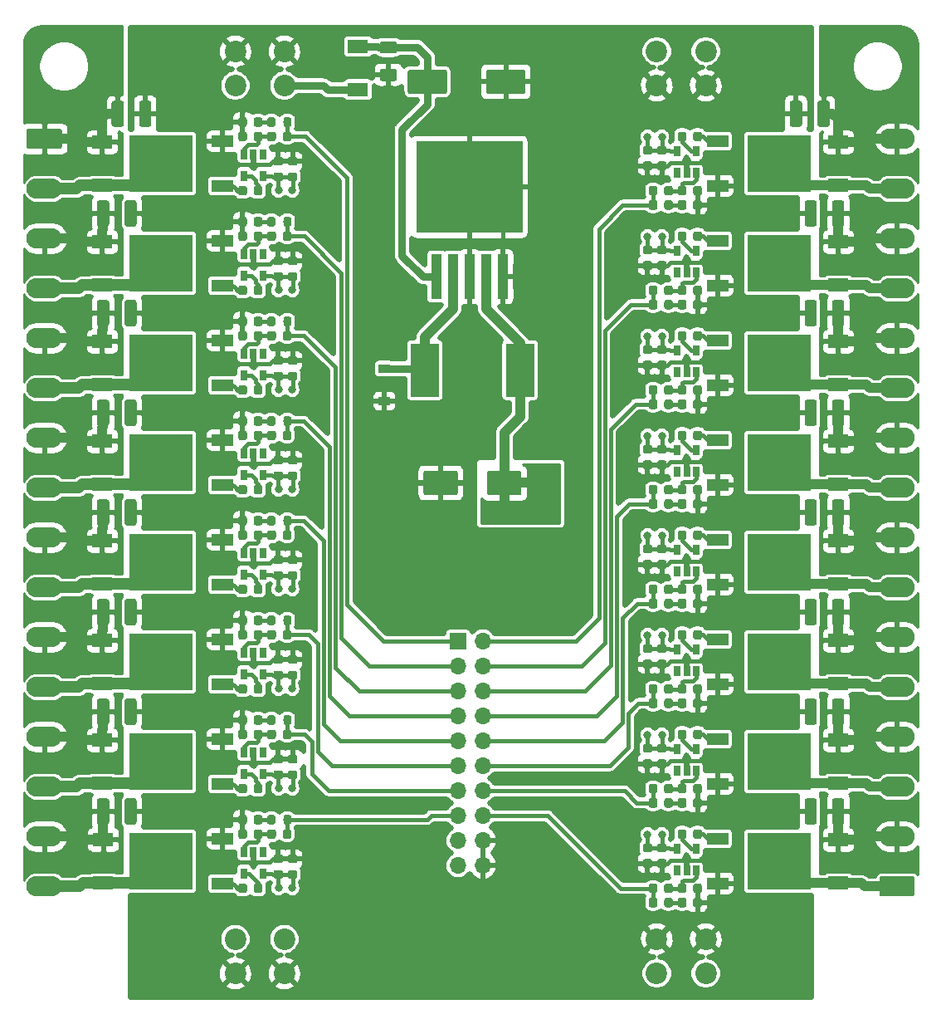
<source format=gbr>
G04 #@! TF.GenerationSoftware,KiCad,Pcbnew,(5.1.0)-1*
G04 #@! TF.CreationDate,2021-06-14T22:58:55+02:00*
G04 #@! TF.ProjectId,Magnetsteuerung_v2.1,4d61676e-6574-4737-9465-756572756e67,rev?*
G04 #@! TF.SameCoordinates,Original*
G04 #@! TF.FileFunction,Copper,L1,Top*
G04 #@! TF.FilePolarity,Positive*
%FSLAX46Y46*%
G04 Gerber Fmt 4.6, Leading zero omitted, Abs format (unit mm)*
G04 Created by KiCad (PCBNEW (5.1.0)-1) date 2021-06-14 22:58:55*
%MOMM*%
%LPD*%
G04 APERTURE LIST*
%ADD10R,2.200000X1.200000*%
%ADD11R,6.400000X5.800000*%
%ADD12C,2.200000*%
%ADD13C,0.100000*%
%ADD14C,1.250000*%
%ADD15O,3.600000X2.080000*%
%ADD16C,2.080000*%
%ADD17C,0.875000*%
%ADD18C,0.800000*%
%ADD19R,0.650000X1.060000*%
%ADD20O,1.700000X1.700000*%
%ADD21R,1.700000X1.700000*%
%ADD22R,2.900000X5.400000*%
%ADD23R,2.100000X1.400000*%
%ADD24R,10.800000X9.400000*%
%ADD25R,1.100000X4.600000*%
%ADD26R,1.200000X0.900000*%
%ADD27C,2.500000*%
%ADD28C,0.400000*%
%ADD29C,1.000000*%
%ADD30C,0.800000*%
%ADD31C,1.200000*%
%ADD32C,0.254000*%
%ADD33C,0.500000*%
G04 APERTURE END LIST*
D10*
X109700000Y-108680000D03*
X109700000Y-104120000D03*
D11*
X103400000Y-106400000D03*
D10*
X109700000Y-118840000D03*
X109700000Y-114280000D03*
D11*
X103400000Y-116560000D03*
D12*
X111000000Y-128000000D03*
X116000000Y-128000000D03*
X116000000Y-124500000D03*
X111000000Y-124500000D03*
D13*
G36*
X172899504Y-89836204D02*
G01*
X172923773Y-89839804D01*
X172947571Y-89845765D01*
X172970671Y-89854030D01*
X172992849Y-89864520D01*
X173013893Y-89877133D01*
X173033598Y-89891747D01*
X173051777Y-89908223D01*
X173068253Y-89926402D01*
X173082867Y-89946107D01*
X173095480Y-89967151D01*
X173105970Y-89989329D01*
X173114235Y-90012429D01*
X173120196Y-90036227D01*
X173123796Y-90060496D01*
X173125000Y-90085000D01*
X173125000Y-92235000D01*
X173123796Y-92259504D01*
X173120196Y-92283773D01*
X173114235Y-92307571D01*
X173105970Y-92330671D01*
X173095480Y-92352849D01*
X173082867Y-92373893D01*
X173068253Y-92393598D01*
X173051777Y-92411777D01*
X173033598Y-92428253D01*
X173013893Y-92442867D01*
X172992849Y-92455480D01*
X172970671Y-92465970D01*
X172947571Y-92474235D01*
X172923773Y-92480196D01*
X172899504Y-92483796D01*
X172875000Y-92485000D01*
X172125000Y-92485000D01*
X172100496Y-92483796D01*
X172076227Y-92480196D01*
X172052429Y-92474235D01*
X172029329Y-92465970D01*
X172007151Y-92455480D01*
X171986107Y-92442867D01*
X171966402Y-92428253D01*
X171948223Y-92411777D01*
X171931747Y-92393598D01*
X171917133Y-92373893D01*
X171904520Y-92352849D01*
X171894030Y-92330671D01*
X171885765Y-92307571D01*
X171879804Y-92283773D01*
X171876204Y-92259504D01*
X171875000Y-92235000D01*
X171875000Y-90085000D01*
X171876204Y-90060496D01*
X171879804Y-90036227D01*
X171885765Y-90012429D01*
X171894030Y-89989329D01*
X171904520Y-89967151D01*
X171917133Y-89946107D01*
X171931747Y-89926402D01*
X171948223Y-89908223D01*
X171966402Y-89891747D01*
X171986107Y-89877133D01*
X172007151Y-89864520D01*
X172029329Y-89854030D01*
X172052429Y-89845765D01*
X172076227Y-89839804D01*
X172100496Y-89836204D01*
X172125000Y-89835000D01*
X172875000Y-89835000D01*
X172899504Y-89836204D01*
X172899504Y-89836204D01*
G37*
D14*
X172500000Y-91160000D03*
D13*
G36*
X170099504Y-89836204D02*
G01*
X170123773Y-89839804D01*
X170147571Y-89845765D01*
X170170671Y-89854030D01*
X170192849Y-89864520D01*
X170213893Y-89877133D01*
X170233598Y-89891747D01*
X170251777Y-89908223D01*
X170268253Y-89926402D01*
X170282867Y-89946107D01*
X170295480Y-89967151D01*
X170305970Y-89989329D01*
X170314235Y-90012429D01*
X170320196Y-90036227D01*
X170323796Y-90060496D01*
X170325000Y-90085000D01*
X170325000Y-92235000D01*
X170323796Y-92259504D01*
X170320196Y-92283773D01*
X170314235Y-92307571D01*
X170305970Y-92330671D01*
X170295480Y-92352849D01*
X170282867Y-92373893D01*
X170268253Y-92393598D01*
X170251777Y-92411777D01*
X170233598Y-92428253D01*
X170213893Y-92442867D01*
X170192849Y-92455480D01*
X170170671Y-92465970D01*
X170147571Y-92474235D01*
X170123773Y-92480196D01*
X170099504Y-92483796D01*
X170075000Y-92485000D01*
X169325000Y-92485000D01*
X169300496Y-92483796D01*
X169276227Y-92480196D01*
X169252429Y-92474235D01*
X169229329Y-92465970D01*
X169207151Y-92455480D01*
X169186107Y-92442867D01*
X169166402Y-92428253D01*
X169148223Y-92411777D01*
X169131747Y-92393598D01*
X169117133Y-92373893D01*
X169104520Y-92352849D01*
X169094030Y-92330671D01*
X169085765Y-92307571D01*
X169079804Y-92283773D01*
X169076204Y-92259504D01*
X169075000Y-92235000D01*
X169075000Y-90085000D01*
X169076204Y-90060496D01*
X169079804Y-90036227D01*
X169085765Y-90012429D01*
X169094030Y-89989329D01*
X169104520Y-89967151D01*
X169117133Y-89946107D01*
X169131747Y-89926402D01*
X169148223Y-89908223D01*
X169166402Y-89891747D01*
X169186107Y-89877133D01*
X169207151Y-89864520D01*
X169229329Y-89854030D01*
X169252429Y-89845765D01*
X169276227Y-89839804D01*
X169300496Y-89836204D01*
X169325000Y-89835000D01*
X170075000Y-89835000D01*
X170099504Y-89836204D01*
X170099504Y-89836204D01*
G37*
D14*
X169700000Y-91160000D03*
D13*
G36*
X172899504Y-59356204D02*
G01*
X172923773Y-59359804D01*
X172947571Y-59365765D01*
X172970671Y-59374030D01*
X172992849Y-59384520D01*
X173013893Y-59397133D01*
X173033598Y-59411747D01*
X173051777Y-59428223D01*
X173068253Y-59446402D01*
X173082867Y-59466107D01*
X173095480Y-59487151D01*
X173105970Y-59509329D01*
X173114235Y-59532429D01*
X173120196Y-59556227D01*
X173123796Y-59580496D01*
X173125000Y-59605000D01*
X173125000Y-61755000D01*
X173123796Y-61779504D01*
X173120196Y-61803773D01*
X173114235Y-61827571D01*
X173105970Y-61850671D01*
X173095480Y-61872849D01*
X173082867Y-61893893D01*
X173068253Y-61913598D01*
X173051777Y-61931777D01*
X173033598Y-61948253D01*
X173013893Y-61962867D01*
X172992849Y-61975480D01*
X172970671Y-61985970D01*
X172947571Y-61994235D01*
X172923773Y-62000196D01*
X172899504Y-62003796D01*
X172875000Y-62005000D01*
X172125000Y-62005000D01*
X172100496Y-62003796D01*
X172076227Y-62000196D01*
X172052429Y-61994235D01*
X172029329Y-61985970D01*
X172007151Y-61975480D01*
X171986107Y-61962867D01*
X171966402Y-61948253D01*
X171948223Y-61931777D01*
X171931747Y-61913598D01*
X171917133Y-61893893D01*
X171904520Y-61872849D01*
X171894030Y-61850671D01*
X171885765Y-61827571D01*
X171879804Y-61803773D01*
X171876204Y-61779504D01*
X171875000Y-61755000D01*
X171875000Y-59605000D01*
X171876204Y-59580496D01*
X171879804Y-59556227D01*
X171885765Y-59532429D01*
X171894030Y-59509329D01*
X171904520Y-59487151D01*
X171917133Y-59466107D01*
X171931747Y-59446402D01*
X171948223Y-59428223D01*
X171966402Y-59411747D01*
X171986107Y-59397133D01*
X172007151Y-59384520D01*
X172029329Y-59374030D01*
X172052429Y-59365765D01*
X172076227Y-59359804D01*
X172100496Y-59356204D01*
X172125000Y-59355000D01*
X172875000Y-59355000D01*
X172899504Y-59356204D01*
X172899504Y-59356204D01*
G37*
D14*
X172500000Y-60680000D03*
D13*
G36*
X170099504Y-59356204D02*
G01*
X170123773Y-59359804D01*
X170147571Y-59365765D01*
X170170671Y-59374030D01*
X170192849Y-59384520D01*
X170213893Y-59397133D01*
X170233598Y-59411747D01*
X170251777Y-59428223D01*
X170268253Y-59446402D01*
X170282867Y-59466107D01*
X170295480Y-59487151D01*
X170305970Y-59509329D01*
X170314235Y-59532429D01*
X170320196Y-59556227D01*
X170323796Y-59580496D01*
X170325000Y-59605000D01*
X170325000Y-61755000D01*
X170323796Y-61779504D01*
X170320196Y-61803773D01*
X170314235Y-61827571D01*
X170305970Y-61850671D01*
X170295480Y-61872849D01*
X170282867Y-61893893D01*
X170268253Y-61913598D01*
X170251777Y-61931777D01*
X170233598Y-61948253D01*
X170213893Y-61962867D01*
X170192849Y-61975480D01*
X170170671Y-61985970D01*
X170147571Y-61994235D01*
X170123773Y-62000196D01*
X170099504Y-62003796D01*
X170075000Y-62005000D01*
X169325000Y-62005000D01*
X169300496Y-62003796D01*
X169276227Y-62000196D01*
X169252429Y-61994235D01*
X169229329Y-61985970D01*
X169207151Y-61975480D01*
X169186107Y-61962867D01*
X169166402Y-61948253D01*
X169148223Y-61931777D01*
X169131747Y-61913598D01*
X169117133Y-61893893D01*
X169104520Y-61872849D01*
X169094030Y-61850671D01*
X169085765Y-61827571D01*
X169079804Y-61803773D01*
X169076204Y-61779504D01*
X169075000Y-61755000D01*
X169075000Y-59605000D01*
X169076204Y-59580496D01*
X169079804Y-59556227D01*
X169085765Y-59532429D01*
X169094030Y-59509329D01*
X169104520Y-59487151D01*
X169117133Y-59466107D01*
X169131747Y-59446402D01*
X169148223Y-59428223D01*
X169166402Y-59411747D01*
X169186107Y-59397133D01*
X169207151Y-59384520D01*
X169229329Y-59374030D01*
X169252429Y-59365765D01*
X169276227Y-59359804D01*
X169300496Y-59356204D01*
X169325000Y-59355000D01*
X170075000Y-59355000D01*
X170099504Y-59356204D01*
X170099504Y-59356204D01*
G37*
D14*
X169700000Y-60680000D03*
D13*
G36*
X172899504Y-110156204D02*
G01*
X172923773Y-110159804D01*
X172947571Y-110165765D01*
X172970671Y-110174030D01*
X172992849Y-110184520D01*
X173013893Y-110197133D01*
X173033598Y-110211747D01*
X173051777Y-110228223D01*
X173068253Y-110246402D01*
X173082867Y-110266107D01*
X173095480Y-110287151D01*
X173105970Y-110309329D01*
X173114235Y-110332429D01*
X173120196Y-110356227D01*
X173123796Y-110380496D01*
X173125000Y-110405000D01*
X173125000Y-112555000D01*
X173123796Y-112579504D01*
X173120196Y-112603773D01*
X173114235Y-112627571D01*
X173105970Y-112650671D01*
X173095480Y-112672849D01*
X173082867Y-112693893D01*
X173068253Y-112713598D01*
X173051777Y-112731777D01*
X173033598Y-112748253D01*
X173013893Y-112762867D01*
X172992849Y-112775480D01*
X172970671Y-112785970D01*
X172947571Y-112794235D01*
X172923773Y-112800196D01*
X172899504Y-112803796D01*
X172875000Y-112805000D01*
X172125000Y-112805000D01*
X172100496Y-112803796D01*
X172076227Y-112800196D01*
X172052429Y-112794235D01*
X172029329Y-112785970D01*
X172007151Y-112775480D01*
X171986107Y-112762867D01*
X171966402Y-112748253D01*
X171948223Y-112731777D01*
X171931747Y-112713598D01*
X171917133Y-112693893D01*
X171904520Y-112672849D01*
X171894030Y-112650671D01*
X171885765Y-112627571D01*
X171879804Y-112603773D01*
X171876204Y-112579504D01*
X171875000Y-112555000D01*
X171875000Y-110405000D01*
X171876204Y-110380496D01*
X171879804Y-110356227D01*
X171885765Y-110332429D01*
X171894030Y-110309329D01*
X171904520Y-110287151D01*
X171917133Y-110266107D01*
X171931747Y-110246402D01*
X171948223Y-110228223D01*
X171966402Y-110211747D01*
X171986107Y-110197133D01*
X172007151Y-110184520D01*
X172029329Y-110174030D01*
X172052429Y-110165765D01*
X172076227Y-110159804D01*
X172100496Y-110156204D01*
X172125000Y-110155000D01*
X172875000Y-110155000D01*
X172899504Y-110156204D01*
X172899504Y-110156204D01*
G37*
D14*
X172500000Y-111480000D03*
D13*
G36*
X170099504Y-110156204D02*
G01*
X170123773Y-110159804D01*
X170147571Y-110165765D01*
X170170671Y-110174030D01*
X170192849Y-110184520D01*
X170213893Y-110197133D01*
X170233598Y-110211747D01*
X170251777Y-110228223D01*
X170268253Y-110246402D01*
X170282867Y-110266107D01*
X170295480Y-110287151D01*
X170305970Y-110309329D01*
X170314235Y-110332429D01*
X170320196Y-110356227D01*
X170323796Y-110380496D01*
X170325000Y-110405000D01*
X170325000Y-112555000D01*
X170323796Y-112579504D01*
X170320196Y-112603773D01*
X170314235Y-112627571D01*
X170305970Y-112650671D01*
X170295480Y-112672849D01*
X170282867Y-112693893D01*
X170268253Y-112713598D01*
X170251777Y-112731777D01*
X170233598Y-112748253D01*
X170213893Y-112762867D01*
X170192849Y-112775480D01*
X170170671Y-112785970D01*
X170147571Y-112794235D01*
X170123773Y-112800196D01*
X170099504Y-112803796D01*
X170075000Y-112805000D01*
X169325000Y-112805000D01*
X169300496Y-112803796D01*
X169276227Y-112800196D01*
X169252429Y-112794235D01*
X169229329Y-112785970D01*
X169207151Y-112775480D01*
X169186107Y-112762867D01*
X169166402Y-112748253D01*
X169148223Y-112731777D01*
X169131747Y-112713598D01*
X169117133Y-112693893D01*
X169104520Y-112672849D01*
X169094030Y-112650671D01*
X169085765Y-112627571D01*
X169079804Y-112603773D01*
X169076204Y-112579504D01*
X169075000Y-112555000D01*
X169075000Y-110405000D01*
X169076204Y-110380496D01*
X169079804Y-110356227D01*
X169085765Y-110332429D01*
X169094030Y-110309329D01*
X169104520Y-110287151D01*
X169117133Y-110266107D01*
X169131747Y-110246402D01*
X169148223Y-110228223D01*
X169166402Y-110211747D01*
X169186107Y-110197133D01*
X169207151Y-110184520D01*
X169229329Y-110174030D01*
X169252429Y-110165765D01*
X169276227Y-110159804D01*
X169300496Y-110156204D01*
X169325000Y-110155000D01*
X170075000Y-110155000D01*
X170099504Y-110156204D01*
X170099504Y-110156204D01*
G37*
D14*
X169700000Y-111480000D03*
D13*
G36*
X172899504Y-79676204D02*
G01*
X172923773Y-79679804D01*
X172947571Y-79685765D01*
X172970671Y-79694030D01*
X172992849Y-79704520D01*
X173013893Y-79717133D01*
X173033598Y-79731747D01*
X173051777Y-79748223D01*
X173068253Y-79766402D01*
X173082867Y-79786107D01*
X173095480Y-79807151D01*
X173105970Y-79829329D01*
X173114235Y-79852429D01*
X173120196Y-79876227D01*
X173123796Y-79900496D01*
X173125000Y-79925000D01*
X173125000Y-82075000D01*
X173123796Y-82099504D01*
X173120196Y-82123773D01*
X173114235Y-82147571D01*
X173105970Y-82170671D01*
X173095480Y-82192849D01*
X173082867Y-82213893D01*
X173068253Y-82233598D01*
X173051777Y-82251777D01*
X173033598Y-82268253D01*
X173013893Y-82282867D01*
X172992849Y-82295480D01*
X172970671Y-82305970D01*
X172947571Y-82314235D01*
X172923773Y-82320196D01*
X172899504Y-82323796D01*
X172875000Y-82325000D01*
X172125000Y-82325000D01*
X172100496Y-82323796D01*
X172076227Y-82320196D01*
X172052429Y-82314235D01*
X172029329Y-82305970D01*
X172007151Y-82295480D01*
X171986107Y-82282867D01*
X171966402Y-82268253D01*
X171948223Y-82251777D01*
X171931747Y-82233598D01*
X171917133Y-82213893D01*
X171904520Y-82192849D01*
X171894030Y-82170671D01*
X171885765Y-82147571D01*
X171879804Y-82123773D01*
X171876204Y-82099504D01*
X171875000Y-82075000D01*
X171875000Y-79925000D01*
X171876204Y-79900496D01*
X171879804Y-79876227D01*
X171885765Y-79852429D01*
X171894030Y-79829329D01*
X171904520Y-79807151D01*
X171917133Y-79786107D01*
X171931747Y-79766402D01*
X171948223Y-79748223D01*
X171966402Y-79731747D01*
X171986107Y-79717133D01*
X172007151Y-79704520D01*
X172029329Y-79694030D01*
X172052429Y-79685765D01*
X172076227Y-79679804D01*
X172100496Y-79676204D01*
X172125000Y-79675000D01*
X172875000Y-79675000D01*
X172899504Y-79676204D01*
X172899504Y-79676204D01*
G37*
D14*
X172500000Y-81000000D03*
D13*
G36*
X170099504Y-79676204D02*
G01*
X170123773Y-79679804D01*
X170147571Y-79685765D01*
X170170671Y-79694030D01*
X170192849Y-79704520D01*
X170213893Y-79717133D01*
X170233598Y-79731747D01*
X170251777Y-79748223D01*
X170268253Y-79766402D01*
X170282867Y-79786107D01*
X170295480Y-79807151D01*
X170305970Y-79829329D01*
X170314235Y-79852429D01*
X170320196Y-79876227D01*
X170323796Y-79900496D01*
X170325000Y-79925000D01*
X170325000Y-82075000D01*
X170323796Y-82099504D01*
X170320196Y-82123773D01*
X170314235Y-82147571D01*
X170305970Y-82170671D01*
X170295480Y-82192849D01*
X170282867Y-82213893D01*
X170268253Y-82233598D01*
X170251777Y-82251777D01*
X170233598Y-82268253D01*
X170213893Y-82282867D01*
X170192849Y-82295480D01*
X170170671Y-82305970D01*
X170147571Y-82314235D01*
X170123773Y-82320196D01*
X170099504Y-82323796D01*
X170075000Y-82325000D01*
X169325000Y-82325000D01*
X169300496Y-82323796D01*
X169276227Y-82320196D01*
X169252429Y-82314235D01*
X169229329Y-82305970D01*
X169207151Y-82295480D01*
X169186107Y-82282867D01*
X169166402Y-82268253D01*
X169148223Y-82251777D01*
X169131747Y-82233598D01*
X169117133Y-82213893D01*
X169104520Y-82192849D01*
X169094030Y-82170671D01*
X169085765Y-82147571D01*
X169079804Y-82123773D01*
X169076204Y-82099504D01*
X169075000Y-82075000D01*
X169075000Y-79925000D01*
X169076204Y-79900496D01*
X169079804Y-79876227D01*
X169085765Y-79852429D01*
X169094030Y-79829329D01*
X169104520Y-79807151D01*
X169117133Y-79786107D01*
X169131747Y-79766402D01*
X169148223Y-79748223D01*
X169166402Y-79731747D01*
X169186107Y-79717133D01*
X169207151Y-79704520D01*
X169229329Y-79694030D01*
X169252429Y-79685765D01*
X169276227Y-79679804D01*
X169300496Y-79676204D01*
X169325000Y-79675000D01*
X170075000Y-79675000D01*
X170099504Y-79676204D01*
X170099504Y-79676204D01*
G37*
D14*
X169700000Y-81000000D03*
D13*
G36*
X172899504Y-49196204D02*
G01*
X172923773Y-49199804D01*
X172947571Y-49205765D01*
X172970671Y-49214030D01*
X172992849Y-49224520D01*
X173013893Y-49237133D01*
X173033598Y-49251747D01*
X173051777Y-49268223D01*
X173068253Y-49286402D01*
X173082867Y-49306107D01*
X173095480Y-49327151D01*
X173105970Y-49349329D01*
X173114235Y-49372429D01*
X173120196Y-49396227D01*
X173123796Y-49420496D01*
X173125000Y-49445000D01*
X173125000Y-51595000D01*
X173123796Y-51619504D01*
X173120196Y-51643773D01*
X173114235Y-51667571D01*
X173105970Y-51690671D01*
X173095480Y-51712849D01*
X173082867Y-51733893D01*
X173068253Y-51753598D01*
X173051777Y-51771777D01*
X173033598Y-51788253D01*
X173013893Y-51802867D01*
X172992849Y-51815480D01*
X172970671Y-51825970D01*
X172947571Y-51834235D01*
X172923773Y-51840196D01*
X172899504Y-51843796D01*
X172875000Y-51845000D01*
X172125000Y-51845000D01*
X172100496Y-51843796D01*
X172076227Y-51840196D01*
X172052429Y-51834235D01*
X172029329Y-51825970D01*
X172007151Y-51815480D01*
X171986107Y-51802867D01*
X171966402Y-51788253D01*
X171948223Y-51771777D01*
X171931747Y-51753598D01*
X171917133Y-51733893D01*
X171904520Y-51712849D01*
X171894030Y-51690671D01*
X171885765Y-51667571D01*
X171879804Y-51643773D01*
X171876204Y-51619504D01*
X171875000Y-51595000D01*
X171875000Y-49445000D01*
X171876204Y-49420496D01*
X171879804Y-49396227D01*
X171885765Y-49372429D01*
X171894030Y-49349329D01*
X171904520Y-49327151D01*
X171917133Y-49306107D01*
X171931747Y-49286402D01*
X171948223Y-49268223D01*
X171966402Y-49251747D01*
X171986107Y-49237133D01*
X172007151Y-49224520D01*
X172029329Y-49214030D01*
X172052429Y-49205765D01*
X172076227Y-49199804D01*
X172100496Y-49196204D01*
X172125000Y-49195000D01*
X172875000Y-49195000D01*
X172899504Y-49196204D01*
X172899504Y-49196204D01*
G37*
D14*
X172500000Y-50520000D03*
D13*
G36*
X170099504Y-49196204D02*
G01*
X170123773Y-49199804D01*
X170147571Y-49205765D01*
X170170671Y-49214030D01*
X170192849Y-49224520D01*
X170213893Y-49237133D01*
X170233598Y-49251747D01*
X170251777Y-49268223D01*
X170268253Y-49286402D01*
X170282867Y-49306107D01*
X170295480Y-49327151D01*
X170305970Y-49349329D01*
X170314235Y-49372429D01*
X170320196Y-49396227D01*
X170323796Y-49420496D01*
X170325000Y-49445000D01*
X170325000Y-51595000D01*
X170323796Y-51619504D01*
X170320196Y-51643773D01*
X170314235Y-51667571D01*
X170305970Y-51690671D01*
X170295480Y-51712849D01*
X170282867Y-51733893D01*
X170268253Y-51753598D01*
X170251777Y-51771777D01*
X170233598Y-51788253D01*
X170213893Y-51802867D01*
X170192849Y-51815480D01*
X170170671Y-51825970D01*
X170147571Y-51834235D01*
X170123773Y-51840196D01*
X170099504Y-51843796D01*
X170075000Y-51845000D01*
X169325000Y-51845000D01*
X169300496Y-51843796D01*
X169276227Y-51840196D01*
X169252429Y-51834235D01*
X169229329Y-51825970D01*
X169207151Y-51815480D01*
X169186107Y-51802867D01*
X169166402Y-51788253D01*
X169148223Y-51771777D01*
X169131747Y-51753598D01*
X169117133Y-51733893D01*
X169104520Y-51712849D01*
X169094030Y-51690671D01*
X169085765Y-51667571D01*
X169079804Y-51643773D01*
X169076204Y-51619504D01*
X169075000Y-51595000D01*
X169075000Y-49445000D01*
X169076204Y-49420496D01*
X169079804Y-49396227D01*
X169085765Y-49372429D01*
X169094030Y-49349329D01*
X169104520Y-49327151D01*
X169117133Y-49306107D01*
X169131747Y-49286402D01*
X169148223Y-49268223D01*
X169166402Y-49251747D01*
X169186107Y-49237133D01*
X169207151Y-49224520D01*
X169229329Y-49214030D01*
X169252429Y-49205765D01*
X169276227Y-49199804D01*
X169300496Y-49196204D01*
X169325000Y-49195000D01*
X170075000Y-49195000D01*
X170099504Y-49196204D01*
X170099504Y-49196204D01*
G37*
D14*
X169700000Y-50520000D03*
D13*
G36*
X172899504Y-99996204D02*
G01*
X172923773Y-99999804D01*
X172947571Y-100005765D01*
X172970671Y-100014030D01*
X172992849Y-100024520D01*
X173013893Y-100037133D01*
X173033598Y-100051747D01*
X173051777Y-100068223D01*
X173068253Y-100086402D01*
X173082867Y-100106107D01*
X173095480Y-100127151D01*
X173105970Y-100149329D01*
X173114235Y-100172429D01*
X173120196Y-100196227D01*
X173123796Y-100220496D01*
X173125000Y-100245000D01*
X173125000Y-102395000D01*
X173123796Y-102419504D01*
X173120196Y-102443773D01*
X173114235Y-102467571D01*
X173105970Y-102490671D01*
X173095480Y-102512849D01*
X173082867Y-102533893D01*
X173068253Y-102553598D01*
X173051777Y-102571777D01*
X173033598Y-102588253D01*
X173013893Y-102602867D01*
X172992849Y-102615480D01*
X172970671Y-102625970D01*
X172947571Y-102634235D01*
X172923773Y-102640196D01*
X172899504Y-102643796D01*
X172875000Y-102645000D01*
X172125000Y-102645000D01*
X172100496Y-102643796D01*
X172076227Y-102640196D01*
X172052429Y-102634235D01*
X172029329Y-102625970D01*
X172007151Y-102615480D01*
X171986107Y-102602867D01*
X171966402Y-102588253D01*
X171948223Y-102571777D01*
X171931747Y-102553598D01*
X171917133Y-102533893D01*
X171904520Y-102512849D01*
X171894030Y-102490671D01*
X171885765Y-102467571D01*
X171879804Y-102443773D01*
X171876204Y-102419504D01*
X171875000Y-102395000D01*
X171875000Y-100245000D01*
X171876204Y-100220496D01*
X171879804Y-100196227D01*
X171885765Y-100172429D01*
X171894030Y-100149329D01*
X171904520Y-100127151D01*
X171917133Y-100106107D01*
X171931747Y-100086402D01*
X171948223Y-100068223D01*
X171966402Y-100051747D01*
X171986107Y-100037133D01*
X172007151Y-100024520D01*
X172029329Y-100014030D01*
X172052429Y-100005765D01*
X172076227Y-99999804D01*
X172100496Y-99996204D01*
X172125000Y-99995000D01*
X172875000Y-99995000D01*
X172899504Y-99996204D01*
X172899504Y-99996204D01*
G37*
D14*
X172500000Y-101320000D03*
D13*
G36*
X170099504Y-99996204D02*
G01*
X170123773Y-99999804D01*
X170147571Y-100005765D01*
X170170671Y-100014030D01*
X170192849Y-100024520D01*
X170213893Y-100037133D01*
X170233598Y-100051747D01*
X170251777Y-100068223D01*
X170268253Y-100086402D01*
X170282867Y-100106107D01*
X170295480Y-100127151D01*
X170305970Y-100149329D01*
X170314235Y-100172429D01*
X170320196Y-100196227D01*
X170323796Y-100220496D01*
X170325000Y-100245000D01*
X170325000Y-102395000D01*
X170323796Y-102419504D01*
X170320196Y-102443773D01*
X170314235Y-102467571D01*
X170305970Y-102490671D01*
X170295480Y-102512849D01*
X170282867Y-102533893D01*
X170268253Y-102553598D01*
X170251777Y-102571777D01*
X170233598Y-102588253D01*
X170213893Y-102602867D01*
X170192849Y-102615480D01*
X170170671Y-102625970D01*
X170147571Y-102634235D01*
X170123773Y-102640196D01*
X170099504Y-102643796D01*
X170075000Y-102645000D01*
X169325000Y-102645000D01*
X169300496Y-102643796D01*
X169276227Y-102640196D01*
X169252429Y-102634235D01*
X169229329Y-102625970D01*
X169207151Y-102615480D01*
X169186107Y-102602867D01*
X169166402Y-102588253D01*
X169148223Y-102571777D01*
X169131747Y-102553598D01*
X169117133Y-102533893D01*
X169104520Y-102512849D01*
X169094030Y-102490671D01*
X169085765Y-102467571D01*
X169079804Y-102443773D01*
X169076204Y-102419504D01*
X169075000Y-102395000D01*
X169075000Y-100245000D01*
X169076204Y-100220496D01*
X169079804Y-100196227D01*
X169085765Y-100172429D01*
X169094030Y-100149329D01*
X169104520Y-100127151D01*
X169117133Y-100106107D01*
X169131747Y-100086402D01*
X169148223Y-100068223D01*
X169166402Y-100051747D01*
X169186107Y-100037133D01*
X169207151Y-100024520D01*
X169229329Y-100014030D01*
X169252429Y-100005765D01*
X169276227Y-99999804D01*
X169300496Y-99996204D01*
X169325000Y-99995000D01*
X170075000Y-99995000D01*
X170099504Y-99996204D01*
X170099504Y-99996204D01*
G37*
D14*
X169700000Y-101320000D03*
D13*
G36*
X172899504Y-69516204D02*
G01*
X172923773Y-69519804D01*
X172947571Y-69525765D01*
X172970671Y-69534030D01*
X172992849Y-69544520D01*
X173013893Y-69557133D01*
X173033598Y-69571747D01*
X173051777Y-69588223D01*
X173068253Y-69606402D01*
X173082867Y-69626107D01*
X173095480Y-69647151D01*
X173105970Y-69669329D01*
X173114235Y-69692429D01*
X173120196Y-69716227D01*
X173123796Y-69740496D01*
X173125000Y-69765000D01*
X173125000Y-71915000D01*
X173123796Y-71939504D01*
X173120196Y-71963773D01*
X173114235Y-71987571D01*
X173105970Y-72010671D01*
X173095480Y-72032849D01*
X173082867Y-72053893D01*
X173068253Y-72073598D01*
X173051777Y-72091777D01*
X173033598Y-72108253D01*
X173013893Y-72122867D01*
X172992849Y-72135480D01*
X172970671Y-72145970D01*
X172947571Y-72154235D01*
X172923773Y-72160196D01*
X172899504Y-72163796D01*
X172875000Y-72165000D01*
X172125000Y-72165000D01*
X172100496Y-72163796D01*
X172076227Y-72160196D01*
X172052429Y-72154235D01*
X172029329Y-72145970D01*
X172007151Y-72135480D01*
X171986107Y-72122867D01*
X171966402Y-72108253D01*
X171948223Y-72091777D01*
X171931747Y-72073598D01*
X171917133Y-72053893D01*
X171904520Y-72032849D01*
X171894030Y-72010671D01*
X171885765Y-71987571D01*
X171879804Y-71963773D01*
X171876204Y-71939504D01*
X171875000Y-71915000D01*
X171875000Y-69765000D01*
X171876204Y-69740496D01*
X171879804Y-69716227D01*
X171885765Y-69692429D01*
X171894030Y-69669329D01*
X171904520Y-69647151D01*
X171917133Y-69626107D01*
X171931747Y-69606402D01*
X171948223Y-69588223D01*
X171966402Y-69571747D01*
X171986107Y-69557133D01*
X172007151Y-69544520D01*
X172029329Y-69534030D01*
X172052429Y-69525765D01*
X172076227Y-69519804D01*
X172100496Y-69516204D01*
X172125000Y-69515000D01*
X172875000Y-69515000D01*
X172899504Y-69516204D01*
X172899504Y-69516204D01*
G37*
D14*
X172500000Y-70840000D03*
D13*
G36*
X170099504Y-69516204D02*
G01*
X170123773Y-69519804D01*
X170147571Y-69525765D01*
X170170671Y-69534030D01*
X170192849Y-69544520D01*
X170213893Y-69557133D01*
X170233598Y-69571747D01*
X170251777Y-69588223D01*
X170268253Y-69606402D01*
X170282867Y-69626107D01*
X170295480Y-69647151D01*
X170305970Y-69669329D01*
X170314235Y-69692429D01*
X170320196Y-69716227D01*
X170323796Y-69740496D01*
X170325000Y-69765000D01*
X170325000Y-71915000D01*
X170323796Y-71939504D01*
X170320196Y-71963773D01*
X170314235Y-71987571D01*
X170305970Y-72010671D01*
X170295480Y-72032849D01*
X170282867Y-72053893D01*
X170268253Y-72073598D01*
X170251777Y-72091777D01*
X170233598Y-72108253D01*
X170213893Y-72122867D01*
X170192849Y-72135480D01*
X170170671Y-72145970D01*
X170147571Y-72154235D01*
X170123773Y-72160196D01*
X170099504Y-72163796D01*
X170075000Y-72165000D01*
X169325000Y-72165000D01*
X169300496Y-72163796D01*
X169276227Y-72160196D01*
X169252429Y-72154235D01*
X169229329Y-72145970D01*
X169207151Y-72135480D01*
X169186107Y-72122867D01*
X169166402Y-72108253D01*
X169148223Y-72091777D01*
X169131747Y-72073598D01*
X169117133Y-72053893D01*
X169104520Y-72032849D01*
X169094030Y-72010671D01*
X169085765Y-71987571D01*
X169079804Y-71963773D01*
X169076204Y-71939504D01*
X169075000Y-71915000D01*
X169075000Y-69765000D01*
X169076204Y-69740496D01*
X169079804Y-69716227D01*
X169085765Y-69692429D01*
X169094030Y-69669329D01*
X169104520Y-69647151D01*
X169117133Y-69626107D01*
X169131747Y-69606402D01*
X169148223Y-69588223D01*
X169166402Y-69571747D01*
X169186107Y-69557133D01*
X169207151Y-69544520D01*
X169229329Y-69534030D01*
X169252429Y-69525765D01*
X169276227Y-69519804D01*
X169300496Y-69516204D01*
X169325000Y-69515000D01*
X170075000Y-69515000D01*
X170099504Y-69516204D01*
X170099504Y-69516204D01*
G37*
D14*
X169700000Y-70840000D03*
D13*
G36*
X171399504Y-39036204D02*
G01*
X171423773Y-39039804D01*
X171447571Y-39045765D01*
X171470671Y-39054030D01*
X171492849Y-39064520D01*
X171513893Y-39077133D01*
X171533598Y-39091747D01*
X171551777Y-39108223D01*
X171568253Y-39126402D01*
X171582867Y-39146107D01*
X171595480Y-39167151D01*
X171605970Y-39189329D01*
X171614235Y-39212429D01*
X171620196Y-39236227D01*
X171623796Y-39260496D01*
X171625000Y-39285000D01*
X171625000Y-41435000D01*
X171623796Y-41459504D01*
X171620196Y-41483773D01*
X171614235Y-41507571D01*
X171605970Y-41530671D01*
X171595480Y-41552849D01*
X171582867Y-41573893D01*
X171568253Y-41593598D01*
X171551777Y-41611777D01*
X171533598Y-41628253D01*
X171513893Y-41642867D01*
X171492849Y-41655480D01*
X171470671Y-41665970D01*
X171447571Y-41674235D01*
X171423773Y-41680196D01*
X171399504Y-41683796D01*
X171375000Y-41685000D01*
X170625000Y-41685000D01*
X170600496Y-41683796D01*
X170576227Y-41680196D01*
X170552429Y-41674235D01*
X170529329Y-41665970D01*
X170507151Y-41655480D01*
X170486107Y-41642867D01*
X170466402Y-41628253D01*
X170448223Y-41611777D01*
X170431747Y-41593598D01*
X170417133Y-41573893D01*
X170404520Y-41552849D01*
X170394030Y-41530671D01*
X170385765Y-41507571D01*
X170379804Y-41483773D01*
X170376204Y-41459504D01*
X170375000Y-41435000D01*
X170375000Y-39285000D01*
X170376204Y-39260496D01*
X170379804Y-39236227D01*
X170385765Y-39212429D01*
X170394030Y-39189329D01*
X170404520Y-39167151D01*
X170417133Y-39146107D01*
X170431747Y-39126402D01*
X170448223Y-39108223D01*
X170466402Y-39091747D01*
X170486107Y-39077133D01*
X170507151Y-39064520D01*
X170529329Y-39054030D01*
X170552429Y-39045765D01*
X170576227Y-39039804D01*
X170600496Y-39036204D01*
X170625000Y-39035000D01*
X171375000Y-39035000D01*
X171399504Y-39036204D01*
X171399504Y-39036204D01*
G37*
D14*
X171000000Y-40360000D03*
D13*
G36*
X168599504Y-39036204D02*
G01*
X168623773Y-39039804D01*
X168647571Y-39045765D01*
X168670671Y-39054030D01*
X168692849Y-39064520D01*
X168713893Y-39077133D01*
X168733598Y-39091747D01*
X168751777Y-39108223D01*
X168768253Y-39126402D01*
X168782867Y-39146107D01*
X168795480Y-39167151D01*
X168805970Y-39189329D01*
X168814235Y-39212429D01*
X168820196Y-39236227D01*
X168823796Y-39260496D01*
X168825000Y-39285000D01*
X168825000Y-41435000D01*
X168823796Y-41459504D01*
X168820196Y-41483773D01*
X168814235Y-41507571D01*
X168805970Y-41530671D01*
X168795480Y-41552849D01*
X168782867Y-41573893D01*
X168768253Y-41593598D01*
X168751777Y-41611777D01*
X168733598Y-41628253D01*
X168713893Y-41642867D01*
X168692849Y-41655480D01*
X168670671Y-41665970D01*
X168647571Y-41674235D01*
X168623773Y-41680196D01*
X168599504Y-41683796D01*
X168575000Y-41685000D01*
X167825000Y-41685000D01*
X167800496Y-41683796D01*
X167776227Y-41680196D01*
X167752429Y-41674235D01*
X167729329Y-41665970D01*
X167707151Y-41655480D01*
X167686107Y-41642867D01*
X167666402Y-41628253D01*
X167648223Y-41611777D01*
X167631747Y-41593598D01*
X167617133Y-41573893D01*
X167604520Y-41552849D01*
X167594030Y-41530671D01*
X167585765Y-41507571D01*
X167579804Y-41483773D01*
X167576204Y-41459504D01*
X167575000Y-41435000D01*
X167575000Y-39285000D01*
X167576204Y-39260496D01*
X167579804Y-39236227D01*
X167585765Y-39212429D01*
X167594030Y-39189329D01*
X167604520Y-39167151D01*
X167617133Y-39146107D01*
X167631747Y-39126402D01*
X167648223Y-39108223D01*
X167666402Y-39091747D01*
X167686107Y-39077133D01*
X167707151Y-39064520D01*
X167729329Y-39054030D01*
X167752429Y-39045765D01*
X167776227Y-39039804D01*
X167800496Y-39036204D01*
X167825000Y-39035000D01*
X168575000Y-39035000D01*
X168599504Y-39036204D01*
X168599504Y-39036204D01*
G37*
D14*
X168200000Y-40360000D03*
D13*
G36*
X97899504Y-59356204D02*
G01*
X97923773Y-59359804D01*
X97947571Y-59365765D01*
X97970671Y-59374030D01*
X97992849Y-59384520D01*
X98013893Y-59397133D01*
X98033598Y-59411747D01*
X98051777Y-59428223D01*
X98068253Y-59446402D01*
X98082867Y-59466107D01*
X98095480Y-59487151D01*
X98105970Y-59509329D01*
X98114235Y-59532429D01*
X98120196Y-59556227D01*
X98123796Y-59580496D01*
X98125000Y-59605000D01*
X98125000Y-61755000D01*
X98123796Y-61779504D01*
X98120196Y-61803773D01*
X98114235Y-61827571D01*
X98105970Y-61850671D01*
X98095480Y-61872849D01*
X98082867Y-61893893D01*
X98068253Y-61913598D01*
X98051777Y-61931777D01*
X98033598Y-61948253D01*
X98013893Y-61962867D01*
X97992849Y-61975480D01*
X97970671Y-61985970D01*
X97947571Y-61994235D01*
X97923773Y-62000196D01*
X97899504Y-62003796D01*
X97875000Y-62005000D01*
X97125000Y-62005000D01*
X97100496Y-62003796D01*
X97076227Y-62000196D01*
X97052429Y-61994235D01*
X97029329Y-61985970D01*
X97007151Y-61975480D01*
X96986107Y-61962867D01*
X96966402Y-61948253D01*
X96948223Y-61931777D01*
X96931747Y-61913598D01*
X96917133Y-61893893D01*
X96904520Y-61872849D01*
X96894030Y-61850671D01*
X96885765Y-61827571D01*
X96879804Y-61803773D01*
X96876204Y-61779504D01*
X96875000Y-61755000D01*
X96875000Y-59605000D01*
X96876204Y-59580496D01*
X96879804Y-59556227D01*
X96885765Y-59532429D01*
X96894030Y-59509329D01*
X96904520Y-59487151D01*
X96917133Y-59466107D01*
X96931747Y-59446402D01*
X96948223Y-59428223D01*
X96966402Y-59411747D01*
X96986107Y-59397133D01*
X97007151Y-59384520D01*
X97029329Y-59374030D01*
X97052429Y-59365765D01*
X97076227Y-59359804D01*
X97100496Y-59356204D01*
X97125000Y-59355000D01*
X97875000Y-59355000D01*
X97899504Y-59356204D01*
X97899504Y-59356204D01*
G37*
D14*
X97500000Y-60680000D03*
D13*
G36*
X100699504Y-59356204D02*
G01*
X100723773Y-59359804D01*
X100747571Y-59365765D01*
X100770671Y-59374030D01*
X100792849Y-59384520D01*
X100813893Y-59397133D01*
X100833598Y-59411747D01*
X100851777Y-59428223D01*
X100868253Y-59446402D01*
X100882867Y-59466107D01*
X100895480Y-59487151D01*
X100905970Y-59509329D01*
X100914235Y-59532429D01*
X100920196Y-59556227D01*
X100923796Y-59580496D01*
X100925000Y-59605000D01*
X100925000Y-61755000D01*
X100923796Y-61779504D01*
X100920196Y-61803773D01*
X100914235Y-61827571D01*
X100905970Y-61850671D01*
X100895480Y-61872849D01*
X100882867Y-61893893D01*
X100868253Y-61913598D01*
X100851777Y-61931777D01*
X100833598Y-61948253D01*
X100813893Y-61962867D01*
X100792849Y-61975480D01*
X100770671Y-61985970D01*
X100747571Y-61994235D01*
X100723773Y-62000196D01*
X100699504Y-62003796D01*
X100675000Y-62005000D01*
X99925000Y-62005000D01*
X99900496Y-62003796D01*
X99876227Y-62000196D01*
X99852429Y-61994235D01*
X99829329Y-61985970D01*
X99807151Y-61975480D01*
X99786107Y-61962867D01*
X99766402Y-61948253D01*
X99748223Y-61931777D01*
X99731747Y-61913598D01*
X99717133Y-61893893D01*
X99704520Y-61872849D01*
X99694030Y-61850671D01*
X99685765Y-61827571D01*
X99679804Y-61803773D01*
X99676204Y-61779504D01*
X99675000Y-61755000D01*
X99675000Y-59605000D01*
X99676204Y-59580496D01*
X99679804Y-59556227D01*
X99685765Y-59532429D01*
X99694030Y-59509329D01*
X99704520Y-59487151D01*
X99717133Y-59466107D01*
X99731747Y-59446402D01*
X99748223Y-59428223D01*
X99766402Y-59411747D01*
X99786107Y-59397133D01*
X99807151Y-59384520D01*
X99829329Y-59374030D01*
X99852429Y-59365765D01*
X99876227Y-59359804D01*
X99900496Y-59356204D01*
X99925000Y-59355000D01*
X100675000Y-59355000D01*
X100699504Y-59356204D01*
X100699504Y-59356204D01*
G37*
D14*
X100300000Y-60680000D03*
D13*
G36*
X97899504Y-89836204D02*
G01*
X97923773Y-89839804D01*
X97947571Y-89845765D01*
X97970671Y-89854030D01*
X97992849Y-89864520D01*
X98013893Y-89877133D01*
X98033598Y-89891747D01*
X98051777Y-89908223D01*
X98068253Y-89926402D01*
X98082867Y-89946107D01*
X98095480Y-89967151D01*
X98105970Y-89989329D01*
X98114235Y-90012429D01*
X98120196Y-90036227D01*
X98123796Y-90060496D01*
X98125000Y-90085000D01*
X98125000Y-92235000D01*
X98123796Y-92259504D01*
X98120196Y-92283773D01*
X98114235Y-92307571D01*
X98105970Y-92330671D01*
X98095480Y-92352849D01*
X98082867Y-92373893D01*
X98068253Y-92393598D01*
X98051777Y-92411777D01*
X98033598Y-92428253D01*
X98013893Y-92442867D01*
X97992849Y-92455480D01*
X97970671Y-92465970D01*
X97947571Y-92474235D01*
X97923773Y-92480196D01*
X97899504Y-92483796D01*
X97875000Y-92485000D01*
X97125000Y-92485000D01*
X97100496Y-92483796D01*
X97076227Y-92480196D01*
X97052429Y-92474235D01*
X97029329Y-92465970D01*
X97007151Y-92455480D01*
X96986107Y-92442867D01*
X96966402Y-92428253D01*
X96948223Y-92411777D01*
X96931747Y-92393598D01*
X96917133Y-92373893D01*
X96904520Y-92352849D01*
X96894030Y-92330671D01*
X96885765Y-92307571D01*
X96879804Y-92283773D01*
X96876204Y-92259504D01*
X96875000Y-92235000D01*
X96875000Y-90085000D01*
X96876204Y-90060496D01*
X96879804Y-90036227D01*
X96885765Y-90012429D01*
X96894030Y-89989329D01*
X96904520Y-89967151D01*
X96917133Y-89946107D01*
X96931747Y-89926402D01*
X96948223Y-89908223D01*
X96966402Y-89891747D01*
X96986107Y-89877133D01*
X97007151Y-89864520D01*
X97029329Y-89854030D01*
X97052429Y-89845765D01*
X97076227Y-89839804D01*
X97100496Y-89836204D01*
X97125000Y-89835000D01*
X97875000Y-89835000D01*
X97899504Y-89836204D01*
X97899504Y-89836204D01*
G37*
D14*
X97500000Y-91160000D03*
D13*
G36*
X100699504Y-89836204D02*
G01*
X100723773Y-89839804D01*
X100747571Y-89845765D01*
X100770671Y-89854030D01*
X100792849Y-89864520D01*
X100813893Y-89877133D01*
X100833598Y-89891747D01*
X100851777Y-89908223D01*
X100868253Y-89926402D01*
X100882867Y-89946107D01*
X100895480Y-89967151D01*
X100905970Y-89989329D01*
X100914235Y-90012429D01*
X100920196Y-90036227D01*
X100923796Y-90060496D01*
X100925000Y-90085000D01*
X100925000Y-92235000D01*
X100923796Y-92259504D01*
X100920196Y-92283773D01*
X100914235Y-92307571D01*
X100905970Y-92330671D01*
X100895480Y-92352849D01*
X100882867Y-92373893D01*
X100868253Y-92393598D01*
X100851777Y-92411777D01*
X100833598Y-92428253D01*
X100813893Y-92442867D01*
X100792849Y-92455480D01*
X100770671Y-92465970D01*
X100747571Y-92474235D01*
X100723773Y-92480196D01*
X100699504Y-92483796D01*
X100675000Y-92485000D01*
X99925000Y-92485000D01*
X99900496Y-92483796D01*
X99876227Y-92480196D01*
X99852429Y-92474235D01*
X99829329Y-92465970D01*
X99807151Y-92455480D01*
X99786107Y-92442867D01*
X99766402Y-92428253D01*
X99748223Y-92411777D01*
X99731747Y-92393598D01*
X99717133Y-92373893D01*
X99704520Y-92352849D01*
X99694030Y-92330671D01*
X99685765Y-92307571D01*
X99679804Y-92283773D01*
X99676204Y-92259504D01*
X99675000Y-92235000D01*
X99675000Y-90085000D01*
X99676204Y-90060496D01*
X99679804Y-90036227D01*
X99685765Y-90012429D01*
X99694030Y-89989329D01*
X99704520Y-89967151D01*
X99717133Y-89946107D01*
X99731747Y-89926402D01*
X99748223Y-89908223D01*
X99766402Y-89891747D01*
X99786107Y-89877133D01*
X99807151Y-89864520D01*
X99829329Y-89854030D01*
X99852429Y-89845765D01*
X99876227Y-89839804D01*
X99900496Y-89836204D01*
X99925000Y-89835000D01*
X100675000Y-89835000D01*
X100699504Y-89836204D01*
X100699504Y-89836204D01*
G37*
D14*
X100300000Y-91160000D03*
D13*
G36*
X99399504Y-39036204D02*
G01*
X99423773Y-39039804D01*
X99447571Y-39045765D01*
X99470671Y-39054030D01*
X99492849Y-39064520D01*
X99513893Y-39077133D01*
X99533598Y-39091747D01*
X99551777Y-39108223D01*
X99568253Y-39126402D01*
X99582867Y-39146107D01*
X99595480Y-39167151D01*
X99605970Y-39189329D01*
X99614235Y-39212429D01*
X99620196Y-39236227D01*
X99623796Y-39260496D01*
X99625000Y-39285000D01*
X99625000Y-41435000D01*
X99623796Y-41459504D01*
X99620196Y-41483773D01*
X99614235Y-41507571D01*
X99605970Y-41530671D01*
X99595480Y-41552849D01*
X99582867Y-41573893D01*
X99568253Y-41593598D01*
X99551777Y-41611777D01*
X99533598Y-41628253D01*
X99513893Y-41642867D01*
X99492849Y-41655480D01*
X99470671Y-41665970D01*
X99447571Y-41674235D01*
X99423773Y-41680196D01*
X99399504Y-41683796D01*
X99375000Y-41685000D01*
X98625000Y-41685000D01*
X98600496Y-41683796D01*
X98576227Y-41680196D01*
X98552429Y-41674235D01*
X98529329Y-41665970D01*
X98507151Y-41655480D01*
X98486107Y-41642867D01*
X98466402Y-41628253D01*
X98448223Y-41611777D01*
X98431747Y-41593598D01*
X98417133Y-41573893D01*
X98404520Y-41552849D01*
X98394030Y-41530671D01*
X98385765Y-41507571D01*
X98379804Y-41483773D01*
X98376204Y-41459504D01*
X98375000Y-41435000D01*
X98375000Y-39285000D01*
X98376204Y-39260496D01*
X98379804Y-39236227D01*
X98385765Y-39212429D01*
X98394030Y-39189329D01*
X98404520Y-39167151D01*
X98417133Y-39146107D01*
X98431747Y-39126402D01*
X98448223Y-39108223D01*
X98466402Y-39091747D01*
X98486107Y-39077133D01*
X98507151Y-39064520D01*
X98529329Y-39054030D01*
X98552429Y-39045765D01*
X98576227Y-39039804D01*
X98600496Y-39036204D01*
X98625000Y-39035000D01*
X99375000Y-39035000D01*
X99399504Y-39036204D01*
X99399504Y-39036204D01*
G37*
D14*
X99000000Y-40360000D03*
D13*
G36*
X102199504Y-39036204D02*
G01*
X102223773Y-39039804D01*
X102247571Y-39045765D01*
X102270671Y-39054030D01*
X102292849Y-39064520D01*
X102313893Y-39077133D01*
X102333598Y-39091747D01*
X102351777Y-39108223D01*
X102368253Y-39126402D01*
X102382867Y-39146107D01*
X102395480Y-39167151D01*
X102405970Y-39189329D01*
X102414235Y-39212429D01*
X102420196Y-39236227D01*
X102423796Y-39260496D01*
X102425000Y-39285000D01*
X102425000Y-41435000D01*
X102423796Y-41459504D01*
X102420196Y-41483773D01*
X102414235Y-41507571D01*
X102405970Y-41530671D01*
X102395480Y-41552849D01*
X102382867Y-41573893D01*
X102368253Y-41593598D01*
X102351777Y-41611777D01*
X102333598Y-41628253D01*
X102313893Y-41642867D01*
X102292849Y-41655480D01*
X102270671Y-41665970D01*
X102247571Y-41674235D01*
X102223773Y-41680196D01*
X102199504Y-41683796D01*
X102175000Y-41685000D01*
X101425000Y-41685000D01*
X101400496Y-41683796D01*
X101376227Y-41680196D01*
X101352429Y-41674235D01*
X101329329Y-41665970D01*
X101307151Y-41655480D01*
X101286107Y-41642867D01*
X101266402Y-41628253D01*
X101248223Y-41611777D01*
X101231747Y-41593598D01*
X101217133Y-41573893D01*
X101204520Y-41552849D01*
X101194030Y-41530671D01*
X101185765Y-41507571D01*
X101179804Y-41483773D01*
X101176204Y-41459504D01*
X101175000Y-41435000D01*
X101175000Y-39285000D01*
X101176204Y-39260496D01*
X101179804Y-39236227D01*
X101185765Y-39212429D01*
X101194030Y-39189329D01*
X101204520Y-39167151D01*
X101217133Y-39146107D01*
X101231747Y-39126402D01*
X101248223Y-39108223D01*
X101266402Y-39091747D01*
X101286107Y-39077133D01*
X101307151Y-39064520D01*
X101329329Y-39054030D01*
X101352429Y-39045765D01*
X101376227Y-39039804D01*
X101400496Y-39036204D01*
X101425000Y-39035000D01*
X102175000Y-39035000D01*
X102199504Y-39036204D01*
X102199504Y-39036204D01*
G37*
D14*
X101800000Y-40360000D03*
D13*
G36*
X97899504Y-69516204D02*
G01*
X97923773Y-69519804D01*
X97947571Y-69525765D01*
X97970671Y-69534030D01*
X97992849Y-69544520D01*
X98013893Y-69557133D01*
X98033598Y-69571747D01*
X98051777Y-69588223D01*
X98068253Y-69606402D01*
X98082867Y-69626107D01*
X98095480Y-69647151D01*
X98105970Y-69669329D01*
X98114235Y-69692429D01*
X98120196Y-69716227D01*
X98123796Y-69740496D01*
X98125000Y-69765000D01*
X98125000Y-71915000D01*
X98123796Y-71939504D01*
X98120196Y-71963773D01*
X98114235Y-71987571D01*
X98105970Y-72010671D01*
X98095480Y-72032849D01*
X98082867Y-72053893D01*
X98068253Y-72073598D01*
X98051777Y-72091777D01*
X98033598Y-72108253D01*
X98013893Y-72122867D01*
X97992849Y-72135480D01*
X97970671Y-72145970D01*
X97947571Y-72154235D01*
X97923773Y-72160196D01*
X97899504Y-72163796D01*
X97875000Y-72165000D01*
X97125000Y-72165000D01*
X97100496Y-72163796D01*
X97076227Y-72160196D01*
X97052429Y-72154235D01*
X97029329Y-72145970D01*
X97007151Y-72135480D01*
X96986107Y-72122867D01*
X96966402Y-72108253D01*
X96948223Y-72091777D01*
X96931747Y-72073598D01*
X96917133Y-72053893D01*
X96904520Y-72032849D01*
X96894030Y-72010671D01*
X96885765Y-71987571D01*
X96879804Y-71963773D01*
X96876204Y-71939504D01*
X96875000Y-71915000D01*
X96875000Y-69765000D01*
X96876204Y-69740496D01*
X96879804Y-69716227D01*
X96885765Y-69692429D01*
X96894030Y-69669329D01*
X96904520Y-69647151D01*
X96917133Y-69626107D01*
X96931747Y-69606402D01*
X96948223Y-69588223D01*
X96966402Y-69571747D01*
X96986107Y-69557133D01*
X97007151Y-69544520D01*
X97029329Y-69534030D01*
X97052429Y-69525765D01*
X97076227Y-69519804D01*
X97100496Y-69516204D01*
X97125000Y-69515000D01*
X97875000Y-69515000D01*
X97899504Y-69516204D01*
X97899504Y-69516204D01*
G37*
D14*
X97500000Y-70840000D03*
D13*
G36*
X100699504Y-69516204D02*
G01*
X100723773Y-69519804D01*
X100747571Y-69525765D01*
X100770671Y-69534030D01*
X100792849Y-69544520D01*
X100813893Y-69557133D01*
X100833598Y-69571747D01*
X100851777Y-69588223D01*
X100868253Y-69606402D01*
X100882867Y-69626107D01*
X100895480Y-69647151D01*
X100905970Y-69669329D01*
X100914235Y-69692429D01*
X100920196Y-69716227D01*
X100923796Y-69740496D01*
X100925000Y-69765000D01*
X100925000Y-71915000D01*
X100923796Y-71939504D01*
X100920196Y-71963773D01*
X100914235Y-71987571D01*
X100905970Y-72010671D01*
X100895480Y-72032849D01*
X100882867Y-72053893D01*
X100868253Y-72073598D01*
X100851777Y-72091777D01*
X100833598Y-72108253D01*
X100813893Y-72122867D01*
X100792849Y-72135480D01*
X100770671Y-72145970D01*
X100747571Y-72154235D01*
X100723773Y-72160196D01*
X100699504Y-72163796D01*
X100675000Y-72165000D01*
X99925000Y-72165000D01*
X99900496Y-72163796D01*
X99876227Y-72160196D01*
X99852429Y-72154235D01*
X99829329Y-72145970D01*
X99807151Y-72135480D01*
X99786107Y-72122867D01*
X99766402Y-72108253D01*
X99748223Y-72091777D01*
X99731747Y-72073598D01*
X99717133Y-72053893D01*
X99704520Y-72032849D01*
X99694030Y-72010671D01*
X99685765Y-71987571D01*
X99679804Y-71963773D01*
X99676204Y-71939504D01*
X99675000Y-71915000D01*
X99675000Y-69765000D01*
X99676204Y-69740496D01*
X99679804Y-69716227D01*
X99685765Y-69692429D01*
X99694030Y-69669329D01*
X99704520Y-69647151D01*
X99717133Y-69626107D01*
X99731747Y-69606402D01*
X99748223Y-69588223D01*
X99766402Y-69571747D01*
X99786107Y-69557133D01*
X99807151Y-69544520D01*
X99829329Y-69534030D01*
X99852429Y-69525765D01*
X99876227Y-69519804D01*
X99900496Y-69516204D01*
X99925000Y-69515000D01*
X100675000Y-69515000D01*
X100699504Y-69516204D01*
X100699504Y-69516204D01*
G37*
D14*
X100300000Y-70840000D03*
D13*
G36*
X97899504Y-99996204D02*
G01*
X97923773Y-99999804D01*
X97947571Y-100005765D01*
X97970671Y-100014030D01*
X97992849Y-100024520D01*
X98013893Y-100037133D01*
X98033598Y-100051747D01*
X98051777Y-100068223D01*
X98068253Y-100086402D01*
X98082867Y-100106107D01*
X98095480Y-100127151D01*
X98105970Y-100149329D01*
X98114235Y-100172429D01*
X98120196Y-100196227D01*
X98123796Y-100220496D01*
X98125000Y-100245000D01*
X98125000Y-102395000D01*
X98123796Y-102419504D01*
X98120196Y-102443773D01*
X98114235Y-102467571D01*
X98105970Y-102490671D01*
X98095480Y-102512849D01*
X98082867Y-102533893D01*
X98068253Y-102553598D01*
X98051777Y-102571777D01*
X98033598Y-102588253D01*
X98013893Y-102602867D01*
X97992849Y-102615480D01*
X97970671Y-102625970D01*
X97947571Y-102634235D01*
X97923773Y-102640196D01*
X97899504Y-102643796D01*
X97875000Y-102645000D01*
X97125000Y-102645000D01*
X97100496Y-102643796D01*
X97076227Y-102640196D01*
X97052429Y-102634235D01*
X97029329Y-102625970D01*
X97007151Y-102615480D01*
X96986107Y-102602867D01*
X96966402Y-102588253D01*
X96948223Y-102571777D01*
X96931747Y-102553598D01*
X96917133Y-102533893D01*
X96904520Y-102512849D01*
X96894030Y-102490671D01*
X96885765Y-102467571D01*
X96879804Y-102443773D01*
X96876204Y-102419504D01*
X96875000Y-102395000D01*
X96875000Y-100245000D01*
X96876204Y-100220496D01*
X96879804Y-100196227D01*
X96885765Y-100172429D01*
X96894030Y-100149329D01*
X96904520Y-100127151D01*
X96917133Y-100106107D01*
X96931747Y-100086402D01*
X96948223Y-100068223D01*
X96966402Y-100051747D01*
X96986107Y-100037133D01*
X97007151Y-100024520D01*
X97029329Y-100014030D01*
X97052429Y-100005765D01*
X97076227Y-99999804D01*
X97100496Y-99996204D01*
X97125000Y-99995000D01*
X97875000Y-99995000D01*
X97899504Y-99996204D01*
X97899504Y-99996204D01*
G37*
D14*
X97500000Y-101320000D03*
D13*
G36*
X100699504Y-99996204D02*
G01*
X100723773Y-99999804D01*
X100747571Y-100005765D01*
X100770671Y-100014030D01*
X100792849Y-100024520D01*
X100813893Y-100037133D01*
X100833598Y-100051747D01*
X100851777Y-100068223D01*
X100868253Y-100086402D01*
X100882867Y-100106107D01*
X100895480Y-100127151D01*
X100905970Y-100149329D01*
X100914235Y-100172429D01*
X100920196Y-100196227D01*
X100923796Y-100220496D01*
X100925000Y-100245000D01*
X100925000Y-102395000D01*
X100923796Y-102419504D01*
X100920196Y-102443773D01*
X100914235Y-102467571D01*
X100905970Y-102490671D01*
X100895480Y-102512849D01*
X100882867Y-102533893D01*
X100868253Y-102553598D01*
X100851777Y-102571777D01*
X100833598Y-102588253D01*
X100813893Y-102602867D01*
X100792849Y-102615480D01*
X100770671Y-102625970D01*
X100747571Y-102634235D01*
X100723773Y-102640196D01*
X100699504Y-102643796D01*
X100675000Y-102645000D01*
X99925000Y-102645000D01*
X99900496Y-102643796D01*
X99876227Y-102640196D01*
X99852429Y-102634235D01*
X99829329Y-102625970D01*
X99807151Y-102615480D01*
X99786107Y-102602867D01*
X99766402Y-102588253D01*
X99748223Y-102571777D01*
X99731747Y-102553598D01*
X99717133Y-102533893D01*
X99704520Y-102512849D01*
X99694030Y-102490671D01*
X99685765Y-102467571D01*
X99679804Y-102443773D01*
X99676204Y-102419504D01*
X99675000Y-102395000D01*
X99675000Y-100245000D01*
X99676204Y-100220496D01*
X99679804Y-100196227D01*
X99685765Y-100172429D01*
X99694030Y-100149329D01*
X99704520Y-100127151D01*
X99717133Y-100106107D01*
X99731747Y-100086402D01*
X99748223Y-100068223D01*
X99766402Y-100051747D01*
X99786107Y-100037133D01*
X99807151Y-100024520D01*
X99829329Y-100014030D01*
X99852429Y-100005765D01*
X99876227Y-99999804D01*
X99900496Y-99996204D01*
X99925000Y-99995000D01*
X100675000Y-99995000D01*
X100699504Y-99996204D01*
X100699504Y-99996204D01*
G37*
D14*
X100300000Y-101320000D03*
D13*
G36*
X97899504Y-49196204D02*
G01*
X97923773Y-49199804D01*
X97947571Y-49205765D01*
X97970671Y-49214030D01*
X97992849Y-49224520D01*
X98013893Y-49237133D01*
X98033598Y-49251747D01*
X98051777Y-49268223D01*
X98068253Y-49286402D01*
X98082867Y-49306107D01*
X98095480Y-49327151D01*
X98105970Y-49349329D01*
X98114235Y-49372429D01*
X98120196Y-49396227D01*
X98123796Y-49420496D01*
X98125000Y-49445000D01*
X98125000Y-51595000D01*
X98123796Y-51619504D01*
X98120196Y-51643773D01*
X98114235Y-51667571D01*
X98105970Y-51690671D01*
X98095480Y-51712849D01*
X98082867Y-51733893D01*
X98068253Y-51753598D01*
X98051777Y-51771777D01*
X98033598Y-51788253D01*
X98013893Y-51802867D01*
X97992849Y-51815480D01*
X97970671Y-51825970D01*
X97947571Y-51834235D01*
X97923773Y-51840196D01*
X97899504Y-51843796D01*
X97875000Y-51845000D01*
X97125000Y-51845000D01*
X97100496Y-51843796D01*
X97076227Y-51840196D01*
X97052429Y-51834235D01*
X97029329Y-51825970D01*
X97007151Y-51815480D01*
X96986107Y-51802867D01*
X96966402Y-51788253D01*
X96948223Y-51771777D01*
X96931747Y-51753598D01*
X96917133Y-51733893D01*
X96904520Y-51712849D01*
X96894030Y-51690671D01*
X96885765Y-51667571D01*
X96879804Y-51643773D01*
X96876204Y-51619504D01*
X96875000Y-51595000D01*
X96875000Y-49445000D01*
X96876204Y-49420496D01*
X96879804Y-49396227D01*
X96885765Y-49372429D01*
X96894030Y-49349329D01*
X96904520Y-49327151D01*
X96917133Y-49306107D01*
X96931747Y-49286402D01*
X96948223Y-49268223D01*
X96966402Y-49251747D01*
X96986107Y-49237133D01*
X97007151Y-49224520D01*
X97029329Y-49214030D01*
X97052429Y-49205765D01*
X97076227Y-49199804D01*
X97100496Y-49196204D01*
X97125000Y-49195000D01*
X97875000Y-49195000D01*
X97899504Y-49196204D01*
X97899504Y-49196204D01*
G37*
D14*
X97500000Y-50520000D03*
D13*
G36*
X100699504Y-49196204D02*
G01*
X100723773Y-49199804D01*
X100747571Y-49205765D01*
X100770671Y-49214030D01*
X100792849Y-49224520D01*
X100813893Y-49237133D01*
X100833598Y-49251747D01*
X100851777Y-49268223D01*
X100868253Y-49286402D01*
X100882867Y-49306107D01*
X100895480Y-49327151D01*
X100905970Y-49349329D01*
X100914235Y-49372429D01*
X100920196Y-49396227D01*
X100923796Y-49420496D01*
X100925000Y-49445000D01*
X100925000Y-51595000D01*
X100923796Y-51619504D01*
X100920196Y-51643773D01*
X100914235Y-51667571D01*
X100905970Y-51690671D01*
X100895480Y-51712849D01*
X100882867Y-51733893D01*
X100868253Y-51753598D01*
X100851777Y-51771777D01*
X100833598Y-51788253D01*
X100813893Y-51802867D01*
X100792849Y-51815480D01*
X100770671Y-51825970D01*
X100747571Y-51834235D01*
X100723773Y-51840196D01*
X100699504Y-51843796D01*
X100675000Y-51845000D01*
X99925000Y-51845000D01*
X99900496Y-51843796D01*
X99876227Y-51840196D01*
X99852429Y-51834235D01*
X99829329Y-51825970D01*
X99807151Y-51815480D01*
X99786107Y-51802867D01*
X99766402Y-51788253D01*
X99748223Y-51771777D01*
X99731747Y-51753598D01*
X99717133Y-51733893D01*
X99704520Y-51712849D01*
X99694030Y-51690671D01*
X99685765Y-51667571D01*
X99679804Y-51643773D01*
X99676204Y-51619504D01*
X99675000Y-51595000D01*
X99675000Y-49445000D01*
X99676204Y-49420496D01*
X99679804Y-49396227D01*
X99685765Y-49372429D01*
X99694030Y-49349329D01*
X99704520Y-49327151D01*
X99717133Y-49306107D01*
X99731747Y-49286402D01*
X99748223Y-49268223D01*
X99766402Y-49251747D01*
X99786107Y-49237133D01*
X99807151Y-49224520D01*
X99829329Y-49214030D01*
X99852429Y-49205765D01*
X99876227Y-49199804D01*
X99900496Y-49196204D01*
X99925000Y-49195000D01*
X100675000Y-49195000D01*
X100699504Y-49196204D01*
X100699504Y-49196204D01*
G37*
D14*
X100300000Y-50520000D03*
D13*
G36*
X97899504Y-79676204D02*
G01*
X97923773Y-79679804D01*
X97947571Y-79685765D01*
X97970671Y-79694030D01*
X97992849Y-79704520D01*
X98013893Y-79717133D01*
X98033598Y-79731747D01*
X98051777Y-79748223D01*
X98068253Y-79766402D01*
X98082867Y-79786107D01*
X98095480Y-79807151D01*
X98105970Y-79829329D01*
X98114235Y-79852429D01*
X98120196Y-79876227D01*
X98123796Y-79900496D01*
X98125000Y-79925000D01*
X98125000Y-82075000D01*
X98123796Y-82099504D01*
X98120196Y-82123773D01*
X98114235Y-82147571D01*
X98105970Y-82170671D01*
X98095480Y-82192849D01*
X98082867Y-82213893D01*
X98068253Y-82233598D01*
X98051777Y-82251777D01*
X98033598Y-82268253D01*
X98013893Y-82282867D01*
X97992849Y-82295480D01*
X97970671Y-82305970D01*
X97947571Y-82314235D01*
X97923773Y-82320196D01*
X97899504Y-82323796D01*
X97875000Y-82325000D01*
X97125000Y-82325000D01*
X97100496Y-82323796D01*
X97076227Y-82320196D01*
X97052429Y-82314235D01*
X97029329Y-82305970D01*
X97007151Y-82295480D01*
X96986107Y-82282867D01*
X96966402Y-82268253D01*
X96948223Y-82251777D01*
X96931747Y-82233598D01*
X96917133Y-82213893D01*
X96904520Y-82192849D01*
X96894030Y-82170671D01*
X96885765Y-82147571D01*
X96879804Y-82123773D01*
X96876204Y-82099504D01*
X96875000Y-82075000D01*
X96875000Y-79925000D01*
X96876204Y-79900496D01*
X96879804Y-79876227D01*
X96885765Y-79852429D01*
X96894030Y-79829329D01*
X96904520Y-79807151D01*
X96917133Y-79786107D01*
X96931747Y-79766402D01*
X96948223Y-79748223D01*
X96966402Y-79731747D01*
X96986107Y-79717133D01*
X97007151Y-79704520D01*
X97029329Y-79694030D01*
X97052429Y-79685765D01*
X97076227Y-79679804D01*
X97100496Y-79676204D01*
X97125000Y-79675000D01*
X97875000Y-79675000D01*
X97899504Y-79676204D01*
X97899504Y-79676204D01*
G37*
D14*
X97500000Y-81000000D03*
D13*
G36*
X100699504Y-79676204D02*
G01*
X100723773Y-79679804D01*
X100747571Y-79685765D01*
X100770671Y-79694030D01*
X100792849Y-79704520D01*
X100813893Y-79717133D01*
X100833598Y-79731747D01*
X100851777Y-79748223D01*
X100868253Y-79766402D01*
X100882867Y-79786107D01*
X100895480Y-79807151D01*
X100905970Y-79829329D01*
X100914235Y-79852429D01*
X100920196Y-79876227D01*
X100923796Y-79900496D01*
X100925000Y-79925000D01*
X100925000Y-82075000D01*
X100923796Y-82099504D01*
X100920196Y-82123773D01*
X100914235Y-82147571D01*
X100905970Y-82170671D01*
X100895480Y-82192849D01*
X100882867Y-82213893D01*
X100868253Y-82233598D01*
X100851777Y-82251777D01*
X100833598Y-82268253D01*
X100813893Y-82282867D01*
X100792849Y-82295480D01*
X100770671Y-82305970D01*
X100747571Y-82314235D01*
X100723773Y-82320196D01*
X100699504Y-82323796D01*
X100675000Y-82325000D01*
X99925000Y-82325000D01*
X99900496Y-82323796D01*
X99876227Y-82320196D01*
X99852429Y-82314235D01*
X99829329Y-82305970D01*
X99807151Y-82295480D01*
X99786107Y-82282867D01*
X99766402Y-82268253D01*
X99748223Y-82251777D01*
X99731747Y-82233598D01*
X99717133Y-82213893D01*
X99704520Y-82192849D01*
X99694030Y-82170671D01*
X99685765Y-82147571D01*
X99679804Y-82123773D01*
X99676204Y-82099504D01*
X99675000Y-82075000D01*
X99675000Y-79925000D01*
X99676204Y-79900496D01*
X99679804Y-79876227D01*
X99685765Y-79852429D01*
X99694030Y-79829329D01*
X99704520Y-79807151D01*
X99717133Y-79786107D01*
X99731747Y-79766402D01*
X99748223Y-79748223D01*
X99766402Y-79731747D01*
X99786107Y-79717133D01*
X99807151Y-79704520D01*
X99829329Y-79694030D01*
X99852429Y-79685765D01*
X99876227Y-79679804D01*
X99900496Y-79676204D01*
X99925000Y-79675000D01*
X100675000Y-79675000D01*
X100699504Y-79676204D01*
X100699504Y-79676204D01*
G37*
D14*
X100300000Y-81000000D03*
D13*
G36*
X97899504Y-110156204D02*
G01*
X97923773Y-110159804D01*
X97947571Y-110165765D01*
X97970671Y-110174030D01*
X97992849Y-110184520D01*
X98013893Y-110197133D01*
X98033598Y-110211747D01*
X98051777Y-110228223D01*
X98068253Y-110246402D01*
X98082867Y-110266107D01*
X98095480Y-110287151D01*
X98105970Y-110309329D01*
X98114235Y-110332429D01*
X98120196Y-110356227D01*
X98123796Y-110380496D01*
X98125000Y-110405000D01*
X98125000Y-112555000D01*
X98123796Y-112579504D01*
X98120196Y-112603773D01*
X98114235Y-112627571D01*
X98105970Y-112650671D01*
X98095480Y-112672849D01*
X98082867Y-112693893D01*
X98068253Y-112713598D01*
X98051777Y-112731777D01*
X98033598Y-112748253D01*
X98013893Y-112762867D01*
X97992849Y-112775480D01*
X97970671Y-112785970D01*
X97947571Y-112794235D01*
X97923773Y-112800196D01*
X97899504Y-112803796D01*
X97875000Y-112805000D01*
X97125000Y-112805000D01*
X97100496Y-112803796D01*
X97076227Y-112800196D01*
X97052429Y-112794235D01*
X97029329Y-112785970D01*
X97007151Y-112775480D01*
X96986107Y-112762867D01*
X96966402Y-112748253D01*
X96948223Y-112731777D01*
X96931747Y-112713598D01*
X96917133Y-112693893D01*
X96904520Y-112672849D01*
X96894030Y-112650671D01*
X96885765Y-112627571D01*
X96879804Y-112603773D01*
X96876204Y-112579504D01*
X96875000Y-112555000D01*
X96875000Y-110405000D01*
X96876204Y-110380496D01*
X96879804Y-110356227D01*
X96885765Y-110332429D01*
X96894030Y-110309329D01*
X96904520Y-110287151D01*
X96917133Y-110266107D01*
X96931747Y-110246402D01*
X96948223Y-110228223D01*
X96966402Y-110211747D01*
X96986107Y-110197133D01*
X97007151Y-110184520D01*
X97029329Y-110174030D01*
X97052429Y-110165765D01*
X97076227Y-110159804D01*
X97100496Y-110156204D01*
X97125000Y-110155000D01*
X97875000Y-110155000D01*
X97899504Y-110156204D01*
X97899504Y-110156204D01*
G37*
D14*
X97500000Y-111480000D03*
D13*
G36*
X100699504Y-110156204D02*
G01*
X100723773Y-110159804D01*
X100747571Y-110165765D01*
X100770671Y-110174030D01*
X100792849Y-110184520D01*
X100813893Y-110197133D01*
X100833598Y-110211747D01*
X100851777Y-110228223D01*
X100868253Y-110246402D01*
X100882867Y-110266107D01*
X100895480Y-110287151D01*
X100905970Y-110309329D01*
X100914235Y-110332429D01*
X100920196Y-110356227D01*
X100923796Y-110380496D01*
X100925000Y-110405000D01*
X100925000Y-112555000D01*
X100923796Y-112579504D01*
X100920196Y-112603773D01*
X100914235Y-112627571D01*
X100905970Y-112650671D01*
X100895480Y-112672849D01*
X100882867Y-112693893D01*
X100868253Y-112713598D01*
X100851777Y-112731777D01*
X100833598Y-112748253D01*
X100813893Y-112762867D01*
X100792849Y-112775480D01*
X100770671Y-112785970D01*
X100747571Y-112794235D01*
X100723773Y-112800196D01*
X100699504Y-112803796D01*
X100675000Y-112805000D01*
X99925000Y-112805000D01*
X99900496Y-112803796D01*
X99876227Y-112800196D01*
X99852429Y-112794235D01*
X99829329Y-112785970D01*
X99807151Y-112775480D01*
X99786107Y-112762867D01*
X99766402Y-112748253D01*
X99748223Y-112731777D01*
X99731747Y-112713598D01*
X99717133Y-112693893D01*
X99704520Y-112672849D01*
X99694030Y-112650671D01*
X99685765Y-112627571D01*
X99679804Y-112603773D01*
X99676204Y-112579504D01*
X99675000Y-112555000D01*
X99675000Y-110405000D01*
X99676204Y-110380496D01*
X99679804Y-110356227D01*
X99685765Y-110332429D01*
X99694030Y-110309329D01*
X99704520Y-110287151D01*
X99717133Y-110266107D01*
X99731747Y-110246402D01*
X99748223Y-110228223D01*
X99766402Y-110211747D01*
X99786107Y-110197133D01*
X99807151Y-110184520D01*
X99829329Y-110174030D01*
X99852429Y-110165765D01*
X99876227Y-110159804D01*
X99900496Y-110156204D01*
X99925000Y-110155000D01*
X100675000Y-110155000D01*
X100699504Y-110156204D01*
X100699504Y-110156204D01*
G37*
D14*
X100300000Y-111480000D03*
D15*
X178500000Y-42900000D03*
X178500000Y-47980000D03*
X178500000Y-53060000D03*
X178500000Y-58140000D03*
X178500000Y-63220000D03*
X178500000Y-68300000D03*
X178500000Y-73380000D03*
X178500000Y-78460000D03*
X178500000Y-83540000D03*
X178500000Y-88620000D03*
X178500000Y-93700000D03*
X178500000Y-98780000D03*
X178500000Y-103860000D03*
X178500000Y-108940000D03*
X178500000Y-114020000D03*
D13*
G36*
X180074505Y-118061204D02*
G01*
X180098773Y-118064804D01*
X180122572Y-118070765D01*
X180145671Y-118079030D01*
X180167850Y-118089520D01*
X180188893Y-118102132D01*
X180208599Y-118116747D01*
X180226777Y-118133223D01*
X180243253Y-118151401D01*
X180257868Y-118171107D01*
X180270480Y-118192150D01*
X180280970Y-118214329D01*
X180289235Y-118237428D01*
X180295196Y-118261227D01*
X180298796Y-118285495D01*
X180300000Y-118309999D01*
X180300000Y-119890001D01*
X180298796Y-119914505D01*
X180295196Y-119938773D01*
X180289235Y-119962572D01*
X180280970Y-119985671D01*
X180270480Y-120007850D01*
X180257868Y-120028893D01*
X180243253Y-120048599D01*
X180226777Y-120066777D01*
X180208599Y-120083253D01*
X180188893Y-120097868D01*
X180167850Y-120110480D01*
X180145671Y-120120970D01*
X180122572Y-120129235D01*
X180098773Y-120135196D01*
X180074505Y-120138796D01*
X180050001Y-120140000D01*
X176949999Y-120140000D01*
X176925495Y-120138796D01*
X176901227Y-120135196D01*
X176877428Y-120129235D01*
X176854329Y-120120970D01*
X176832150Y-120110480D01*
X176811107Y-120097868D01*
X176791401Y-120083253D01*
X176773223Y-120066777D01*
X176756747Y-120048599D01*
X176742132Y-120028893D01*
X176729520Y-120007850D01*
X176719030Y-119985671D01*
X176710765Y-119962572D01*
X176704804Y-119938773D01*
X176701204Y-119914505D01*
X176700000Y-119890001D01*
X176700000Y-118309999D01*
X176701204Y-118285495D01*
X176704804Y-118261227D01*
X176710765Y-118237428D01*
X176719030Y-118214329D01*
X176729520Y-118192150D01*
X176742132Y-118171107D01*
X176756747Y-118151401D01*
X176773223Y-118133223D01*
X176791401Y-118116747D01*
X176811107Y-118102132D01*
X176832150Y-118089520D01*
X176854329Y-118079030D01*
X176877428Y-118070765D01*
X176901227Y-118064804D01*
X176925495Y-118061204D01*
X176949999Y-118060000D01*
X180050001Y-118060000D01*
X180074505Y-118061204D01*
X180074505Y-118061204D01*
G37*
D16*
X178500000Y-119100000D03*
D15*
X91500000Y-119100000D03*
X91500000Y-114020000D03*
X91500000Y-108940000D03*
X91500000Y-103860000D03*
X91500000Y-98780000D03*
X91500000Y-93700000D03*
X91500000Y-88620000D03*
X91500000Y-83540000D03*
X91500000Y-78460000D03*
X91500000Y-73380000D03*
X91500000Y-68300000D03*
X91500000Y-63220000D03*
X91500000Y-58140000D03*
X91500000Y-53060000D03*
X91500000Y-47980000D03*
D13*
G36*
X93074505Y-41861204D02*
G01*
X93098773Y-41864804D01*
X93122572Y-41870765D01*
X93145671Y-41879030D01*
X93167850Y-41889520D01*
X93188893Y-41902132D01*
X93208599Y-41916747D01*
X93226777Y-41933223D01*
X93243253Y-41951401D01*
X93257868Y-41971107D01*
X93270480Y-41992150D01*
X93280970Y-42014329D01*
X93289235Y-42037428D01*
X93295196Y-42061227D01*
X93298796Y-42085495D01*
X93300000Y-42109999D01*
X93300000Y-43690001D01*
X93298796Y-43714505D01*
X93295196Y-43738773D01*
X93289235Y-43762572D01*
X93280970Y-43785671D01*
X93270480Y-43807850D01*
X93257868Y-43828893D01*
X93243253Y-43848599D01*
X93226777Y-43866777D01*
X93208599Y-43883253D01*
X93188893Y-43897868D01*
X93167850Y-43910480D01*
X93145671Y-43920970D01*
X93122572Y-43929235D01*
X93098773Y-43935196D01*
X93074505Y-43938796D01*
X93050001Y-43940000D01*
X89949999Y-43940000D01*
X89925495Y-43938796D01*
X89901227Y-43935196D01*
X89877428Y-43929235D01*
X89854329Y-43920970D01*
X89832150Y-43910480D01*
X89811107Y-43897868D01*
X89791401Y-43883253D01*
X89773223Y-43866777D01*
X89756747Y-43848599D01*
X89742132Y-43828893D01*
X89729520Y-43807850D01*
X89719030Y-43785671D01*
X89710765Y-43762572D01*
X89704804Y-43738773D01*
X89701204Y-43714505D01*
X89700000Y-43690001D01*
X89700000Y-42109999D01*
X89701204Y-42085495D01*
X89704804Y-42061227D01*
X89710765Y-42037428D01*
X89719030Y-42014329D01*
X89729520Y-41992150D01*
X89742132Y-41971107D01*
X89756747Y-41951401D01*
X89773223Y-41933223D01*
X89791401Y-41916747D01*
X89811107Y-41902132D01*
X89832150Y-41889520D01*
X89854329Y-41879030D01*
X89877428Y-41870765D01*
X89901227Y-41864804D01*
X89925495Y-41861204D01*
X89949999Y-41860000D01*
X93050001Y-41860000D01*
X93074505Y-41861204D01*
X93074505Y-41861204D01*
G37*
D16*
X91500000Y-42900000D03*
D13*
G36*
X153862691Y-99996053D02*
G01*
X153883926Y-99999203D01*
X153904750Y-100004419D01*
X153924962Y-100011651D01*
X153944368Y-100020830D01*
X153962781Y-100031866D01*
X153980024Y-100044654D01*
X153995930Y-100059070D01*
X154010346Y-100074976D01*
X154023134Y-100092219D01*
X154034170Y-100110632D01*
X154043349Y-100130038D01*
X154050581Y-100150250D01*
X154055797Y-100171074D01*
X154058947Y-100192309D01*
X154060000Y-100213750D01*
X154060000Y-100726250D01*
X154058947Y-100747691D01*
X154055797Y-100768926D01*
X154050581Y-100789750D01*
X154043349Y-100809962D01*
X154034170Y-100829368D01*
X154023134Y-100847781D01*
X154010346Y-100865024D01*
X153995930Y-100880930D01*
X153980024Y-100895346D01*
X153962781Y-100908134D01*
X153944368Y-100919170D01*
X153924962Y-100928349D01*
X153904750Y-100935581D01*
X153883926Y-100940797D01*
X153862691Y-100943947D01*
X153841250Y-100945000D01*
X153403750Y-100945000D01*
X153382309Y-100943947D01*
X153361074Y-100940797D01*
X153340250Y-100935581D01*
X153320038Y-100928349D01*
X153300632Y-100919170D01*
X153282219Y-100908134D01*
X153264976Y-100895346D01*
X153249070Y-100880930D01*
X153234654Y-100865024D01*
X153221866Y-100847781D01*
X153210830Y-100829368D01*
X153201651Y-100809962D01*
X153194419Y-100789750D01*
X153189203Y-100768926D01*
X153186053Y-100747691D01*
X153185000Y-100726250D01*
X153185000Y-100213750D01*
X153186053Y-100192309D01*
X153189203Y-100171074D01*
X153194419Y-100150250D01*
X153201651Y-100130038D01*
X153210830Y-100110632D01*
X153221866Y-100092219D01*
X153234654Y-100074976D01*
X153249070Y-100059070D01*
X153264976Y-100044654D01*
X153282219Y-100031866D01*
X153300632Y-100020830D01*
X153320038Y-100011651D01*
X153340250Y-100004419D01*
X153361074Y-99999203D01*
X153382309Y-99996053D01*
X153403750Y-99995000D01*
X153841250Y-99995000D01*
X153862691Y-99996053D01*
X153862691Y-99996053D01*
G37*
D17*
X153622500Y-100470000D03*
D13*
G36*
X155437691Y-99996053D02*
G01*
X155458926Y-99999203D01*
X155479750Y-100004419D01*
X155499962Y-100011651D01*
X155519368Y-100020830D01*
X155537781Y-100031866D01*
X155555024Y-100044654D01*
X155570930Y-100059070D01*
X155585346Y-100074976D01*
X155598134Y-100092219D01*
X155609170Y-100110632D01*
X155618349Y-100130038D01*
X155625581Y-100150250D01*
X155630797Y-100171074D01*
X155633947Y-100192309D01*
X155635000Y-100213750D01*
X155635000Y-100726250D01*
X155633947Y-100747691D01*
X155630797Y-100768926D01*
X155625581Y-100789750D01*
X155618349Y-100809962D01*
X155609170Y-100829368D01*
X155598134Y-100847781D01*
X155585346Y-100865024D01*
X155570930Y-100880930D01*
X155555024Y-100895346D01*
X155537781Y-100908134D01*
X155519368Y-100919170D01*
X155499962Y-100928349D01*
X155479750Y-100935581D01*
X155458926Y-100940797D01*
X155437691Y-100943947D01*
X155416250Y-100945000D01*
X154978750Y-100945000D01*
X154957309Y-100943947D01*
X154936074Y-100940797D01*
X154915250Y-100935581D01*
X154895038Y-100928349D01*
X154875632Y-100919170D01*
X154857219Y-100908134D01*
X154839976Y-100895346D01*
X154824070Y-100880930D01*
X154809654Y-100865024D01*
X154796866Y-100847781D01*
X154785830Y-100829368D01*
X154776651Y-100809962D01*
X154769419Y-100789750D01*
X154764203Y-100768926D01*
X154761053Y-100747691D01*
X154760000Y-100726250D01*
X154760000Y-100213750D01*
X154761053Y-100192309D01*
X154764203Y-100171074D01*
X154769419Y-100150250D01*
X154776651Y-100130038D01*
X154785830Y-100110632D01*
X154796866Y-100092219D01*
X154809654Y-100074976D01*
X154824070Y-100059070D01*
X154839976Y-100044654D01*
X154857219Y-100031866D01*
X154875632Y-100020830D01*
X154895038Y-100011651D01*
X154915250Y-100004419D01*
X154936074Y-99999203D01*
X154957309Y-99996053D01*
X154978750Y-99995000D01*
X155416250Y-99995000D01*
X155437691Y-99996053D01*
X155437691Y-99996053D01*
G37*
D17*
X155197500Y-100470000D03*
D13*
G36*
X153862691Y-69516053D02*
G01*
X153883926Y-69519203D01*
X153904750Y-69524419D01*
X153924962Y-69531651D01*
X153944368Y-69540830D01*
X153962781Y-69551866D01*
X153980024Y-69564654D01*
X153995930Y-69579070D01*
X154010346Y-69594976D01*
X154023134Y-69612219D01*
X154034170Y-69630632D01*
X154043349Y-69650038D01*
X154050581Y-69670250D01*
X154055797Y-69691074D01*
X154058947Y-69712309D01*
X154060000Y-69733750D01*
X154060000Y-70246250D01*
X154058947Y-70267691D01*
X154055797Y-70288926D01*
X154050581Y-70309750D01*
X154043349Y-70329962D01*
X154034170Y-70349368D01*
X154023134Y-70367781D01*
X154010346Y-70385024D01*
X153995930Y-70400930D01*
X153980024Y-70415346D01*
X153962781Y-70428134D01*
X153944368Y-70439170D01*
X153924962Y-70448349D01*
X153904750Y-70455581D01*
X153883926Y-70460797D01*
X153862691Y-70463947D01*
X153841250Y-70465000D01*
X153403750Y-70465000D01*
X153382309Y-70463947D01*
X153361074Y-70460797D01*
X153340250Y-70455581D01*
X153320038Y-70448349D01*
X153300632Y-70439170D01*
X153282219Y-70428134D01*
X153264976Y-70415346D01*
X153249070Y-70400930D01*
X153234654Y-70385024D01*
X153221866Y-70367781D01*
X153210830Y-70349368D01*
X153201651Y-70329962D01*
X153194419Y-70309750D01*
X153189203Y-70288926D01*
X153186053Y-70267691D01*
X153185000Y-70246250D01*
X153185000Y-69733750D01*
X153186053Y-69712309D01*
X153189203Y-69691074D01*
X153194419Y-69670250D01*
X153201651Y-69650038D01*
X153210830Y-69630632D01*
X153221866Y-69612219D01*
X153234654Y-69594976D01*
X153249070Y-69579070D01*
X153264976Y-69564654D01*
X153282219Y-69551866D01*
X153300632Y-69540830D01*
X153320038Y-69531651D01*
X153340250Y-69524419D01*
X153361074Y-69519203D01*
X153382309Y-69516053D01*
X153403750Y-69515000D01*
X153841250Y-69515000D01*
X153862691Y-69516053D01*
X153862691Y-69516053D01*
G37*
D17*
X153622500Y-69990000D03*
D13*
G36*
X155437691Y-69516053D02*
G01*
X155458926Y-69519203D01*
X155479750Y-69524419D01*
X155499962Y-69531651D01*
X155519368Y-69540830D01*
X155537781Y-69551866D01*
X155555024Y-69564654D01*
X155570930Y-69579070D01*
X155585346Y-69594976D01*
X155598134Y-69612219D01*
X155609170Y-69630632D01*
X155618349Y-69650038D01*
X155625581Y-69670250D01*
X155630797Y-69691074D01*
X155633947Y-69712309D01*
X155635000Y-69733750D01*
X155635000Y-70246250D01*
X155633947Y-70267691D01*
X155630797Y-70288926D01*
X155625581Y-70309750D01*
X155618349Y-70329962D01*
X155609170Y-70349368D01*
X155598134Y-70367781D01*
X155585346Y-70385024D01*
X155570930Y-70400930D01*
X155555024Y-70415346D01*
X155537781Y-70428134D01*
X155519368Y-70439170D01*
X155499962Y-70448349D01*
X155479750Y-70455581D01*
X155458926Y-70460797D01*
X155437691Y-70463947D01*
X155416250Y-70465000D01*
X154978750Y-70465000D01*
X154957309Y-70463947D01*
X154936074Y-70460797D01*
X154915250Y-70455581D01*
X154895038Y-70448349D01*
X154875632Y-70439170D01*
X154857219Y-70428134D01*
X154839976Y-70415346D01*
X154824070Y-70400930D01*
X154809654Y-70385024D01*
X154796866Y-70367781D01*
X154785830Y-70349368D01*
X154776651Y-70329962D01*
X154769419Y-70309750D01*
X154764203Y-70288926D01*
X154761053Y-70267691D01*
X154760000Y-70246250D01*
X154760000Y-69733750D01*
X154761053Y-69712309D01*
X154764203Y-69691074D01*
X154769419Y-69670250D01*
X154776651Y-69650038D01*
X154785830Y-69630632D01*
X154796866Y-69612219D01*
X154809654Y-69594976D01*
X154824070Y-69579070D01*
X154839976Y-69564654D01*
X154857219Y-69551866D01*
X154875632Y-69540830D01*
X154895038Y-69531651D01*
X154915250Y-69524419D01*
X154936074Y-69519203D01*
X154957309Y-69516053D01*
X154978750Y-69515000D01*
X155416250Y-69515000D01*
X155437691Y-69516053D01*
X155437691Y-69516053D01*
G37*
D17*
X155197500Y-69990000D03*
D13*
G36*
X153862691Y-120316053D02*
G01*
X153883926Y-120319203D01*
X153904750Y-120324419D01*
X153924962Y-120331651D01*
X153944368Y-120340830D01*
X153962781Y-120351866D01*
X153980024Y-120364654D01*
X153995930Y-120379070D01*
X154010346Y-120394976D01*
X154023134Y-120412219D01*
X154034170Y-120430632D01*
X154043349Y-120450038D01*
X154050581Y-120470250D01*
X154055797Y-120491074D01*
X154058947Y-120512309D01*
X154060000Y-120533750D01*
X154060000Y-121046250D01*
X154058947Y-121067691D01*
X154055797Y-121088926D01*
X154050581Y-121109750D01*
X154043349Y-121129962D01*
X154034170Y-121149368D01*
X154023134Y-121167781D01*
X154010346Y-121185024D01*
X153995930Y-121200930D01*
X153980024Y-121215346D01*
X153962781Y-121228134D01*
X153944368Y-121239170D01*
X153924962Y-121248349D01*
X153904750Y-121255581D01*
X153883926Y-121260797D01*
X153862691Y-121263947D01*
X153841250Y-121265000D01*
X153403750Y-121265000D01*
X153382309Y-121263947D01*
X153361074Y-121260797D01*
X153340250Y-121255581D01*
X153320038Y-121248349D01*
X153300632Y-121239170D01*
X153282219Y-121228134D01*
X153264976Y-121215346D01*
X153249070Y-121200930D01*
X153234654Y-121185024D01*
X153221866Y-121167781D01*
X153210830Y-121149368D01*
X153201651Y-121129962D01*
X153194419Y-121109750D01*
X153189203Y-121088926D01*
X153186053Y-121067691D01*
X153185000Y-121046250D01*
X153185000Y-120533750D01*
X153186053Y-120512309D01*
X153189203Y-120491074D01*
X153194419Y-120470250D01*
X153201651Y-120450038D01*
X153210830Y-120430632D01*
X153221866Y-120412219D01*
X153234654Y-120394976D01*
X153249070Y-120379070D01*
X153264976Y-120364654D01*
X153282219Y-120351866D01*
X153300632Y-120340830D01*
X153320038Y-120331651D01*
X153340250Y-120324419D01*
X153361074Y-120319203D01*
X153382309Y-120316053D01*
X153403750Y-120315000D01*
X153841250Y-120315000D01*
X153862691Y-120316053D01*
X153862691Y-120316053D01*
G37*
D17*
X153622500Y-120790000D03*
D13*
G36*
X155437691Y-120316053D02*
G01*
X155458926Y-120319203D01*
X155479750Y-120324419D01*
X155499962Y-120331651D01*
X155519368Y-120340830D01*
X155537781Y-120351866D01*
X155555024Y-120364654D01*
X155570930Y-120379070D01*
X155585346Y-120394976D01*
X155598134Y-120412219D01*
X155609170Y-120430632D01*
X155618349Y-120450038D01*
X155625581Y-120470250D01*
X155630797Y-120491074D01*
X155633947Y-120512309D01*
X155635000Y-120533750D01*
X155635000Y-121046250D01*
X155633947Y-121067691D01*
X155630797Y-121088926D01*
X155625581Y-121109750D01*
X155618349Y-121129962D01*
X155609170Y-121149368D01*
X155598134Y-121167781D01*
X155585346Y-121185024D01*
X155570930Y-121200930D01*
X155555024Y-121215346D01*
X155537781Y-121228134D01*
X155519368Y-121239170D01*
X155499962Y-121248349D01*
X155479750Y-121255581D01*
X155458926Y-121260797D01*
X155437691Y-121263947D01*
X155416250Y-121265000D01*
X154978750Y-121265000D01*
X154957309Y-121263947D01*
X154936074Y-121260797D01*
X154915250Y-121255581D01*
X154895038Y-121248349D01*
X154875632Y-121239170D01*
X154857219Y-121228134D01*
X154839976Y-121215346D01*
X154824070Y-121200930D01*
X154809654Y-121185024D01*
X154796866Y-121167781D01*
X154785830Y-121149368D01*
X154776651Y-121129962D01*
X154769419Y-121109750D01*
X154764203Y-121088926D01*
X154761053Y-121067691D01*
X154760000Y-121046250D01*
X154760000Y-120533750D01*
X154761053Y-120512309D01*
X154764203Y-120491074D01*
X154769419Y-120470250D01*
X154776651Y-120450038D01*
X154785830Y-120430632D01*
X154796866Y-120412219D01*
X154809654Y-120394976D01*
X154824070Y-120379070D01*
X154839976Y-120364654D01*
X154857219Y-120351866D01*
X154875632Y-120340830D01*
X154895038Y-120331651D01*
X154915250Y-120324419D01*
X154936074Y-120319203D01*
X154957309Y-120316053D01*
X154978750Y-120315000D01*
X155416250Y-120315000D01*
X155437691Y-120316053D01*
X155437691Y-120316053D01*
G37*
D17*
X155197500Y-120790000D03*
D13*
G36*
X153862691Y-89836053D02*
G01*
X153883926Y-89839203D01*
X153904750Y-89844419D01*
X153924962Y-89851651D01*
X153944368Y-89860830D01*
X153962781Y-89871866D01*
X153980024Y-89884654D01*
X153995930Y-89899070D01*
X154010346Y-89914976D01*
X154023134Y-89932219D01*
X154034170Y-89950632D01*
X154043349Y-89970038D01*
X154050581Y-89990250D01*
X154055797Y-90011074D01*
X154058947Y-90032309D01*
X154060000Y-90053750D01*
X154060000Y-90566250D01*
X154058947Y-90587691D01*
X154055797Y-90608926D01*
X154050581Y-90629750D01*
X154043349Y-90649962D01*
X154034170Y-90669368D01*
X154023134Y-90687781D01*
X154010346Y-90705024D01*
X153995930Y-90720930D01*
X153980024Y-90735346D01*
X153962781Y-90748134D01*
X153944368Y-90759170D01*
X153924962Y-90768349D01*
X153904750Y-90775581D01*
X153883926Y-90780797D01*
X153862691Y-90783947D01*
X153841250Y-90785000D01*
X153403750Y-90785000D01*
X153382309Y-90783947D01*
X153361074Y-90780797D01*
X153340250Y-90775581D01*
X153320038Y-90768349D01*
X153300632Y-90759170D01*
X153282219Y-90748134D01*
X153264976Y-90735346D01*
X153249070Y-90720930D01*
X153234654Y-90705024D01*
X153221866Y-90687781D01*
X153210830Y-90669368D01*
X153201651Y-90649962D01*
X153194419Y-90629750D01*
X153189203Y-90608926D01*
X153186053Y-90587691D01*
X153185000Y-90566250D01*
X153185000Y-90053750D01*
X153186053Y-90032309D01*
X153189203Y-90011074D01*
X153194419Y-89990250D01*
X153201651Y-89970038D01*
X153210830Y-89950632D01*
X153221866Y-89932219D01*
X153234654Y-89914976D01*
X153249070Y-89899070D01*
X153264976Y-89884654D01*
X153282219Y-89871866D01*
X153300632Y-89860830D01*
X153320038Y-89851651D01*
X153340250Y-89844419D01*
X153361074Y-89839203D01*
X153382309Y-89836053D01*
X153403750Y-89835000D01*
X153841250Y-89835000D01*
X153862691Y-89836053D01*
X153862691Y-89836053D01*
G37*
D17*
X153622500Y-90310000D03*
D13*
G36*
X155437691Y-89836053D02*
G01*
X155458926Y-89839203D01*
X155479750Y-89844419D01*
X155499962Y-89851651D01*
X155519368Y-89860830D01*
X155537781Y-89871866D01*
X155555024Y-89884654D01*
X155570930Y-89899070D01*
X155585346Y-89914976D01*
X155598134Y-89932219D01*
X155609170Y-89950632D01*
X155618349Y-89970038D01*
X155625581Y-89990250D01*
X155630797Y-90011074D01*
X155633947Y-90032309D01*
X155635000Y-90053750D01*
X155635000Y-90566250D01*
X155633947Y-90587691D01*
X155630797Y-90608926D01*
X155625581Y-90629750D01*
X155618349Y-90649962D01*
X155609170Y-90669368D01*
X155598134Y-90687781D01*
X155585346Y-90705024D01*
X155570930Y-90720930D01*
X155555024Y-90735346D01*
X155537781Y-90748134D01*
X155519368Y-90759170D01*
X155499962Y-90768349D01*
X155479750Y-90775581D01*
X155458926Y-90780797D01*
X155437691Y-90783947D01*
X155416250Y-90785000D01*
X154978750Y-90785000D01*
X154957309Y-90783947D01*
X154936074Y-90780797D01*
X154915250Y-90775581D01*
X154895038Y-90768349D01*
X154875632Y-90759170D01*
X154857219Y-90748134D01*
X154839976Y-90735346D01*
X154824070Y-90720930D01*
X154809654Y-90705024D01*
X154796866Y-90687781D01*
X154785830Y-90669368D01*
X154776651Y-90649962D01*
X154769419Y-90629750D01*
X154764203Y-90608926D01*
X154761053Y-90587691D01*
X154760000Y-90566250D01*
X154760000Y-90053750D01*
X154761053Y-90032309D01*
X154764203Y-90011074D01*
X154769419Y-89990250D01*
X154776651Y-89970038D01*
X154785830Y-89950632D01*
X154796866Y-89932219D01*
X154809654Y-89914976D01*
X154824070Y-89899070D01*
X154839976Y-89884654D01*
X154857219Y-89871866D01*
X154875632Y-89860830D01*
X154895038Y-89851651D01*
X154915250Y-89844419D01*
X154936074Y-89839203D01*
X154957309Y-89836053D01*
X154978750Y-89835000D01*
X155416250Y-89835000D01*
X155437691Y-89836053D01*
X155437691Y-89836053D01*
G37*
D17*
X155197500Y-90310000D03*
D13*
G36*
X153862691Y-59356053D02*
G01*
X153883926Y-59359203D01*
X153904750Y-59364419D01*
X153924962Y-59371651D01*
X153944368Y-59380830D01*
X153962781Y-59391866D01*
X153980024Y-59404654D01*
X153995930Y-59419070D01*
X154010346Y-59434976D01*
X154023134Y-59452219D01*
X154034170Y-59470632D01*
X154043349Y-59490038D01*
X154050581Y-59510250D01*
X154055797Y-59531074D01*
X154058947Y-59552309D01*
X154060000Y-59573750D01*
X154060000Y-60086250D01*
X154058947Y-60107691D01*
X154055797Y-60128926D01*
X154050581Y-60149750D01*
X154043349Y-60169962D01*
X154034170Y-60189368D01*
X154023134Y-60207781D01*
X154010346Y-60225024D01*
X153995930Y-60240930D01*
X153980024Y-60255346D01*
X153962781Y-60268134D01*
X153944368Y-60279170D01*
X153924962Y-60288349D01*
X153904750Y-60295581D01*
X153883926Y-60300797D01*
X153862691Y-60303947D01*
X153841250Y-60305000D01*
X153403750Y-60305000D01*
X153382309Y-60303947D01*
X153361074Y-60300797D01*
X153340250Y-60295581D01*
X153320038Y-60288349D01*
X153300632Y-60279170D01*
X153282219Y-60268134D01*
X153264976Y-60255346D01*
X153249070Y-60240930D01*
X153234654Y-60225024D01*
X153221866Y-60207781D01*
X153210830Y-60189368D01*
X153201651Y-60169962D01*
X153194419Y-60149750D01*
X153189203Y-60128926D01*
X153186053Y-60107691D01*
X153185000Y-60086250D01*
X153185000Y-59573750D01*
X153186053Y-59552309D01*
X153189203Y-59531074D01*
X153194419Y-59510250D01*
X153201651Y-59490038D01*
X153210830Y-59470632D01*
X153221866Y-59452219D01*
X153234654Y-59434976D01*
X153249070Y-59419070D01*
X153264976Y-59404654D01*
X153282219Y-59391866D01*
X153300632Y-59380830D01*
X153320038Y-59371651D01*
X153340250Y-59364419D01*
X153361074Y-59359203D01*
X153382309Y-59356053D01*
X153403750Y-59355000D01*
X153841250Y-59355000D01*
X153862691Y-59356053D01*
X153862691Y-59356053D01*
G37*
D17*
X153622500Y-59830000D03*
D13*
G36*
X155437691Y-59356053D02*
G01*
X155458926Y-59359203D01*
X155479750Y-59364419D01*
X155499962Y-59371651D01*
X155519368Y-59380830D01*
X155537781Y-59391866D01*
X155555024Y-59404654D01*
X155570930Y-59419070D01*
X155585346Y-59434976D01*
X155598134Y-59452219D01*
X155609170Y-59470632D01*
X155618349Y-59490038D01*
X155625581Y-59510250D01*
X155630797Y-59531074D01*
X155633947Y-59552309D01*
X155635000Y-59573750D01*
X155635000Y-60086250D01*
X155633947Y-60107691D01*
X155630797Y-60128926D01*
X155625581Y-60149750D01*
X155618349Y-60169962D01*
X155609170Y-60189368D01*
X155598134Y-60207781D01*
X155585346Y-60225024D01*
X155570930Y-60240930D01*
X155555024Y-60255346D01*
X155537781Y-60268134D01*
X155519368Y-60279170D01*
X155499962Y-60288349D01*
X155479750Y-60295581D01*
X155458926Y-60300797D01*
X155437691Y-60303947D01*
X155416250Y-60305000D01*
X154978750Y-60305000D01*
X154957309Y-60303947D01*
X154936074Y-60300797D01*
X154915250Y-60295581D01*
X154895038Y-60288349D01*
X154875632Y-60279170D01*
X154857219Y-60268134D01*
X154839976Y-60255346D01*
X154824070Y-60240930D01*
X154809654Y-60225024D01*
X154796866Y-60207781D01*
X154785830Y-60189368D01*
X154776651Y-60169962D01*
X154769419Y-60149750D01*
X154764203Y-60128926D01*
X154761053Y-60107691D01*
X154760000Y-60086250D01*
X154760000Y-59573750D01*
X154761053Y-59552309D01*
X154764203Y-59531074D01*
X154769419Y-59510250D01*
X154776651Y-59490038D01*
X154785830Y-59470632D01*
X154796866Y-59452219D01*
X154809654Y-59434976D01*
X154824070Y-59419070D01*
X154839976Y-59404654D01*
X154857219Y-59391866D01*
X154875632Y-59380830D01*
X154895038Y-59371651D01*
X154915250Y-59364419D01*
X154936074Y-59359203D01*
X154957309Y-59356053D01*
X154978750Y-59355000D01*
X155416250Y-59355000D01*
X155437691Y-59356053D01*
X155437691Y-59356053D01*
G37*
D17*
X155197500Y-59830000D03*
D13*
G36*
X153862691Y-110156053D02*
G01*
X153883926Y-110159203D01*
X153904750Y-110164419D01*
X153924962Y-110171651D01*
X153944368Y-110180830D01*
X153962781Y-110191866D01*
X153980024Y-110204654D01*
X153995930Y-110219070D01*
X154010346Y-110234976D01*
X154023134Y-110252219D01*
X154034170Y-110270632D01*
X154043349Y-110290038D01*
X154050581Y-110310250D01*
X154055797Y-110331074D01*
X154058947Y-110352309D01*
X154060000Y-110373750D01*
X154060000Y-110886250D01*
X154058947Y-110907691D01*
X154055797Y-110928926D01*
X154050581Y-110949750D01*
X154043349Y-110969962D01*
X154034170Y-110989368D01*
X154023134Y-111007781D01*
X154010346Y-111025024D01*
X153995930Y-111040930D01*
X153980024Y-111055346D01*
X153962781Y-111068134D01*
X153944368Y-111079170D01*
X153924962Y-111088349D01*
X153904750Y-111095581D01*
X153883926Y-111100797D01*
X153862691Y-111103947D01*
X153841250Y-111105000D01*
X153403750Y-111105000D01*
X153382309Y-111103947D01*
X153361074Y-111100797D01*
X153340250Y-111095581D01*
X153320038Y-111088349D01*
X153300632Y-111079170D01*
X153282219Y-111068134D01*
X153264976Y-111055346D01*
X153249070Y-111040930D01*
X153234654Y-111025024D01*
X153221866Y-111007781D01*
X153210830Y-110989368D01*
X153201651Y-110969962D01*
X153194419Y-110949750D01*
X153189203Y-110928926D01*
X153186053Y-110907691D01*
X153185000Y-110886250D01*
X153185000Y-110373750D01*
X153186053Y-110352309D01*
X153189203Y-110331074D01*
X153194419Y-110310250D01*
X153201651Y-110290038D01*
X153210830Y-110270632D01*
X153221866Y-110252219D01*
X153234654Y-110234976D01*
X153249070Y-110219070D01*
X153264976Y-110204654D01*
X153282219Y-110191866D01*
X153300632Y-110180830D01*
X153320038Y-110171651D01*
X153340250Y-110164419D01*
X153361074Y-110159203D01*
X153382309Y-110156053D01*
X153403750Y-110155000D01*
X153841250Y-110155000D01*
X153862691Y-110156053D01*
X153862691Y-110156053D01*
G37*
D17*
X153622500Y-110630000D03*
D13*
G36*
X155437691Y-110156053D02*
G01*
X155458926Y-110159203D01*
X155479750Y-110164419D01*
X155499962Y-110171651D01*
X155519368Y-110180830D01*
X155537781Y-110191866D01*
X155555024Y-110204654D01*
X155570930Y-110219070D01*
X155585346Y-110234976D01*
X155598134Y-110252219D01*
X155609170Y-110270632D01*
X155618349Y-110290038D01*
X155625581Y-110310250D01*
X155630797Y-110331074D01*
X155633947Y-110352309D01*
X155635000Y-110373750D01*
X155635000Y-110886250D01*
X155633947Y-110907691D01*
X155630797Y-110928926D01*
X155625581Y-110949750D01*
X155618349Y-110969962D01*
X155609170Y-110989368D01*
X155598134Y-111007781D01*
X155585346Y-111025024D01*
X155570930Y-111040930D01*
X155555024Y-111055346D01*
X155537781Y-111068134D01*
X155519368Y-111079170D01*
X155499962Y-111088349D01*
X155479750Y-111095581D01*
X155458926Y-111100797D01*
X155437691Y-111103947D01*
X155416250Y-111105000D01*
X154978750Y-111105000D01*
X154957309Y-111103947D01*
X154936074Y-111100797D01*
X154915250Y-111095581D01*
X154895038Y-111088349D01*
X154875632Y-111079170D01*
X154857219Y-111068134D01*
X154839976Y-111055346D01*
X154824070Y-111040930D01*
X154809654Y-111025024D01*
X154796866Y-111007781D01*
X154785830Y-110989368D01*
X154776651Y-110969962D01*
X154769419Y-110949750D01*
X154764203Y-110928926D01*
X154761053Y-110907691D01*
X154760000Y-110886250D01*
X154760000Y-110373750D01*
X154761053Y-110352309D01*
X154764203Y-110331074D01*
X154769419Y-110310250D01*
X154776651Y-110290038D01*
X154785830Y-110270632D01*
X154796866Y-110252219D01*
X154809654Y-110234976D01*
X154824070Y-110219070D01*
X154839976Y-110204654D01*
X154857219Y-110191866D01*
X154875632Y-110180830D01*
X154895038Y-110171651D01*
X154915250Y-110164419D01*
X154936074Y-110159203D01*
X154957309Y-110156053D01*
X154978750Y-110155000D01*
X155416250Y-110155000D01*
X155437691Y-110156053D01*
X155437691Y-110156053D01*
G37*
D17*
X155197500Y-110630000D03*
D13*
G36*
X153862691Y-79676053D02*
G01*
X153883926Y-79679203D01*
X153904750Y-79684419D01*
X153924962Y-79691651D01*
X153944368Y-79700830D01*
X153962781Y-79711866D01*
X153980024Y-79724654D01*
X153995930Y-79739070D01*
X154010346Y-79754976D01*
X154023134Y-79772219D01*
X154034170Y-79790632D01*
X154043349Y-79810038D01*
X154050581Y-79830250D01*
X154055797Y-79851074D01*
X154058947Y-79872309D01*
X154060000Y-79893750D01*
X154060000Y-80406250D01*
X154058947Y-80427691D01*
X154055797Y-80448926D01*
X154050581Y-80469750D01*
X154043349Y-80489962D01*
X154034170Y-80509368D01*
X154023134Y-80527781D01*
X154010346Y-80545024D01*
X153995930Y-80560930D01*
X153980024Y-80575346D01*
X153962781Y-80588134D01*
X153944368Y-80599170D01*
X153924962Y-80608349D01*
X153904750Y-80615581D01*
X153883926Y-80620797D01*
X153862691Y-80623947D01*
X153841250Y-80625000D01*
X153403750Y-80625000D01*
X153382309Y-80623947D01*
X153361074Y-80620797D01*
X153340250Y-80615581D01*
X153320038Y-80608349D01*
X153300632Y-80599170D01*
X153282219Y-80588134D01*
X153264976Y-80575346D01*
X153249070Y-80560930D01*
X153234654Y-80545024D01*
X153221866Y-80527781D01*
X153210830Y-80509368D01*
X153201651Y-80489962D01*
X153194419Y-80469750D01*
X153189203Y-80448926D01*
X153186053Y-80427691D01*
X153185000Y-80406250D01*
X153185000Y-79893750D01*
X153186053Y-79872309D01*
X153189203Y-79851074D01*
X153194419Y-79830250D01*
X153201651Y-79810038D01*
X153210830Y-79790632D01*
X153221866Y-79772219D01*
X153234654Y-79754976D01*
X153249070Y-79739070D01*
X153264976Y-79724654D01*
X153282219Y-79711866D01*
X153300632Y-79700830D01*
X153320038Y-79691651D01*
X153340250Y-79684419D01*
X153361074Y-79679203D01*
X153382309Y-79676053D01*
X153403750Y-79675000D01*
X153841250Y-79675000D01*
X153862691Y-79676053D01*
X153862691Y-79676053D01*
G37*
D17*
X153622500Y-80150000D03*
D13*
G36*
X155437691Y-79676053D02*
G01*
X155458926Y-79679203D01*
X155479750Y-79684419D01*
X155499962Y-79691651D01*
X155519368Y-79700830D01*
X155537781Y-79711866D01*
X155555024Y-79724654D01*
X155570930Y-79739070D01*
X155585346Y-79754976D01*
X155598134Y-79772219D01*
X155609170Y-79790632D01*
X155618349Y-79810038D01*
X155625581Y-79830250D01*
X155630797Y-79851074D01*
X155633947Y-79872309D01*
X155635000Y-79893750D01*
X155635000Y-80406250D01*
X155633947Y-80427691D01*
X155630797Y-80448926D01*
X155625581Y-80469750D01*
X155618349Y-80489962D01*
X155609170Y-80509368D01*
X155598134Y-80527781D01*
X155585346Y-80545024D01*
X155570930Y-80560930D01*
X155555024Y-80575346D01*
X155537781Y-80588134D01*
X155519368Y-80599170D01*
X155499962Y-80608349D01*
X155479750Y-80615581D01*
X155458926Y-80620797D01*
X155437691Y-80623947D01*
X155416250Y-80625000D01*
X154978750Y-80625000D01*
X154957309Y-80623947D01*
X154936074Y-80620797D01*
X154915250Y-80615581D01*
X154895038Y-80608349D01*
X154875632Y-80599170D01*
X154857219Y-80588134D01*
X154839976Y-80575346D01*
X154824070Y-80560930D01*
X154809654Y-80545024D01*
X154796866Y-80527781D01*
X154785830Y-80509368D01*
X154776651Y-80489962D01*
X154769419Y-80469750D01*
X154764203Y-80448926D01*
X154761053Y-80427691D01*
X154760000Y-80406250D01*
X154760000Y-79893750D01*
X154761053Y-79872309D01*
X154764203Y-79851074D01*
X154769419Y-79830250D01*
X154776651Y-79810038D01*
X154785830Y-79790632D01*
X154796866Y-79772219D01*
X154809654Y-79754976D01*
X154824070Y-79739070D01*
X154839976Y-79724654D01*
X154857219Y-79711866D01*
X154875632Y-79700830D01*
X154895038Y-79691651D01*
X154915250Y-79684419D01*
X154936074Y-79679203D01*
X154957309Y-79676053D01*
X154978750Y-79675000D01*
X155416250Y-79675000D01*
X155437691Y-79676053D01*
X155437691Y-79676053D01*
G37*
D17*
X155197500Y-80150000D03*
D13*
G36*
X153862691Y-49196053D02*
G01*
X153883926Y-49199203D01*
X153904750Y-49204419D01*
X153924962Y-49211651D01*
X153944368Y-49220830D01*
X153962781Y-49231866D01*
X153980024Y-49244654D01*
X153995930Y-49259070D01*
X154010346Y-49274976D01*
X154023134Y-49292219D01*
X154034170Y-49310632D01*
X154043349Y-49330038D01*
X154050581Y-49350250D01*
X154055797Y-49371074D01*
X154058947Y-49392309D01*
X154060000Y-49413750D01*
X154060000Y-49926250D01*
X154058947Y-49947691D01*
X154055797Y-49968926D01*
X154050581Y-49989750D01*
X154043349Y-50009962D01*
X154034170Y-50029368D01*
X154023134Y-50047781D01*
X154010346Y-50065024D01*
X153995930Y-50080930D01*
X153980024Y-50095346D01*
X153962781Y-50108134D01*
X153944368Y-50119170D01*
X153924962Y-50128349D01*
X153904750Y-50135581D01*
X153883926Y-50140797D01*
X153862691Y-50143947D01*
X153841250Y-50145000D01*
X153403750Y-50145000D01*
X153382309Y-50143947D01*
X153361074Y-50140797D01*
X153340250Y-50135581D01*
X153320038Y-50128349D01*
X153300632Y-50119170D01*
X153282219Y-50108134D01*
X153264976Y-50095346D01*
X153249070Y-50080930D01*
X153234654Y-50065024D01*
X153221866Y-50047781D01*
X153210830Y-50029368D01*
X153201651Y-50009962D01*
X153194419Y-49989750D01*
X153189203Y-49968926D01*
X153186053Y-49947691D01*
X153185000Y-49926250D01*
X153185000Y-49413750D01*
X153186053Y-49392309D01*
X153189203Y-49371074D01*
X153194419Y-49350250D01*
X153201651Y-49330038D01*
X153210830Y-49310632D01*
X153221866Y-49292219D01*
X153234654Y-49274976D01*
X153249070Y-49259070D01*
X153264976Y-49244654D01*
X153282219Y-49231866D01*
X153300632Y-49220830D01*
X153320038Y-49211651D01*
X153340250Y-49204419D01*
X153361074Y-49199203D01*
X153382309Y-49196053D01*
X153403750Y-49195000D01*
X153841250Y-49195000D01*
X153862691Y-49196053D01*
X153862691Y-49196053D01*
G37*
D17*
X153622500Y-49670000D03*
D13*
G36*
X155437691Y-49196053D02*
G01*
X155458926Y-49199203D01*
X155479750Y-49204419D01*
X155499962Y-49211651D01*
X155519368Y-49220830D01*
X155537781Y-49231866D01*
X155555024Y-49244654D01*
X155570930Y-49259070D01*
X155585346Y-49274976D01*
X155598134Y-49292219D01*
X155609170Y-49310632D01*
X155618349Y-49330038D01*
X155625581Y-49350250D01*
X155630797Y-49371074D01*
X155633947Y-49392309D01*
X155635000Y-49413750D01*
X155635000Y-49926250D01*
X155633947Y-49947691D01*
X155630797Y-49968926D01*
X155625581Y-49989750D01*
X155618349Y-50009962D01*
X155609170Y-50029368D01*
X155598134Y-50047781D01*
X155585346Y-50065024D01*
X155570930Y-50080930D01*
X155555024Y-50095346D01*
X155537781Y-50108134D01*
X155519368Y-50119170D01*
X155499962Y-50128349D01*
X155479750Y-50135581D01*
X155458926Y-50140797D01*
X155437691Y-50143947D01*
X155416250Y-50145000D01*
X154978750Y-50145000D01*
X154957309Y-50143947D01*
X154936074Y-50140797D01*
X154915250Y-50135581D01*
X154895038Y-50128349D01*
X154875632Y-50119170D01*
X154857219Y-50108134D01*
X154839976Y-50095346D01*
X154824070Y-50080930D01*
X154809654Y-50065024D01*
X154796866Y-50047781D01*
X154785830Y-50029368D01*
X154776651Y-50009962D01*
X154769419Y-49989750D01*
X154764203Y-49968926D01*
X154761053Y-49947691D01*
X154760000Y-49926250D01*
X154760000Y-49413750D01*
X154761053Y-49392309D01*
X154764203Y-49371074D01*
X154769419Y-49350250D01*
X154776651Y-49330038D01*
X154785830Y-49310632D01*
X154796866Y-49292219D01*
X154809654Y-49274976D01*
X154824070Y-49259070D01*
X154839976Y-49244654D01*
X154857219Y-49231866D01*
X154875632Y-49220830D01*
X154895038Y-49211651D01*
X154915250Y-49204419D01*
X154936074Y-49199203D01*
X154957309Y-49196053D01*
X154978750Y-49195000D01*
X155416250Y-49195000D01*
X155437691Y-49196053D01*
X155437691Y-49196053D01*
G37*
D17*
X155197500Y-49670000D03*
D13*
G36*
X111982691Y-42196053D02*
G01*
X112003926Y-42199203D01*
X112024750Y-42204419D01*
X112044962Y-42211651D01*
X112064368Y-42220830D01*
X112082781Y-42231866D01*
X112100024Y-42244654D01*
X112115930Y-42259070D01*
X112130346Y-42274976D01*
X112143134Y-42292219D01*
X112154170Y-42310632D01*
X112163349Y-42330038D01*
X112170581Y-42350250D01*
X112175797Y-42371074D01*
X112178947Y-42392309D01*
X112180000Y-42413750D01*
X112180000Y-42926250D01*
X112178947Y-42947691D01*
X112175797Y-42968926D01*
X112170581Y-42989750D01*
X112163349Y-43009962D01*
X112154170Y-43029368D01*
X112143134Y-43047781D01*
X112130346Y-43065024D01*
X112115930Y-43080930D01*
X112100024Y-43095346D01*
X112082781Y-43108134D01*
X112064368Y-43119170D01*
X112044962Y-43128349D01*
X112024750Y-43135581D01*
X112003926Y-43140797D01*
X111982691Y-43143947D01*
X111961250Y-43145000D01*
X111523750Y-43145000D01*
X111502309Y-43143947D01*
X111481074Y-43140797D01*
X111460250Y-43135581D01*
X111440038Y-43128349D01*
X111420632Y-43119170D01*
X111402219Y-43108134D01*
X111384976Y-43095346D01*
X111369070Y-43080930D01*
X111354654Y-43065024D01*
X111341866Y-43047781D01*
X111330830Y-43029368D01*
X111321651Y-43009962D01*
X111314419Y-42989750D01*
X111309203Y-42968926D01*
X111306053Y-42947691D01*
X111305000Y-42926250D01*
X111305000Y-42413750D01*
X111306053Y-42392309D01*
X111309203Y-42371074D01*
X111314419Y-42350250D01*
X111321651Y-42330038D01*
X111330830Y-42310632D01*
X111341866Y-42292219D01*
X111354654Y-42274976D01*
X111369070Y-42259070D01*
X111384976Y-42244654D01*
X111402219Y-42231866D01*
X111420632Y-42220830D01*
X111440038Y-42211651D01*
X111460250Y-42204419D01*
X111481074Y-42199203D01*
X111502309Y-42196053D01*
X111523750Y-42195000D01*
X111961250Y-42195000D01*
X111982691Y-42196053D01*
X111982691Y-42196053D01*
G37*
D17*
X111742500Y-42670000D03*
D13*
G36*
X113557691Y-42196053D02*
G01*
X113578926Y-42199203D01*
X113599750Y-42204419D01*
X113619962Y-42211651D01*
X113639368Y-42220830D01*
X113657781Y-42231866D01*
X113675024Y-42244654D01*
X113690930Y-42259070D01*
X113705346Y-42274976D01*
X113718134Y-42292219D01*
X113729170Y-42310632D01*
X113738349Y-42330038D01*
X113745581Y-42350250D01*
X113750797Y-42371074D01*
X113753947Y-42392309D01*
X113755000Y-42413750D01*
X113755000Y-42926250D01*
X113753947Y-42947691D01*
X113750797Y-42968926D01*
X113745581Y-42989750D01*
X113738349Y-43009962D01*
X113729170Y-43029368D01*
X113718134Y-43047781D01*
X113705346Y-43065024D01*
X113690930Y-43080930D01*
X113675024Y-43095346D01*
X113657781Y-43108134D01*
X113639368Y-43119170D01*
X113619962Y-43128349D01*
X113599750Y-43135581D01*
X113578926Y-43140797D01*
X113557691Y-43143947D01*
X113536250Y-43145000D01*
X113098750Y-43145000D01*
X113077309Y-43143947D01*
X113056074Y-43140797D01*
X113035250Y-43135581D01*
X113015038Y-43128349D01*
X112995632Y-43119170D01*
X112977219Y-43108134D01*
X112959976Y-43095346D01*
X112944070Y-43080930D01*
X112929654Y-43065024D01*
X112916866Y-43047781D01*
X112905830Y-43029368D01*
X112896651Y-43009962D01*
X112889419Y-42989750D01*
X112884203Y-42968926D01*
X112881053Y-42947691D01*
X112880000Y-42926250D01*
X112880000Y-42413750D01*
X112881053Y-42392309D01*
X112884203Y-42371074D01*
X112889419Y-42350250D01*
X112896651Y-42330038D01*
X112905830Y-42310632D01*
X112916866Y-42292219D01*
X112929654Y-42274976D01*
X112944070Y-42259070D01*
X112959976Y-42244654D01*
X112977219Y-42231866D01*
X112995632Y-42220830D01*
X113015038Y-42211651D01*
X113035250Y-42204419D01*
X113056074Y-42199203D01*
X113077309Y-42196053D01*
X113098750Y-42195000D01*
X113536250Y-42195000D01*
X113557691Y-42196053D01*
X113557691Y-42196053D01*
G37*
D17*
X113317500Y-42670000D03*
D13*
G36*
X116534603Y-61055963D02*
G01*
X116554018Y-61058843D01*
X116573057Y-61063612D01*
X116591537Y-61070224D01*
X116609279Y-61078616D01*
X116626114Y-61088706D01*
X116641879Y-61100398D01*
X116656421Y-61113579D01*
X116669602Y-61128121D01*
X116681294Y-61143886D01*
X116691384Y-61160721D01*
X116699776Y-61178463D01*
X116706388Y-61196943D01*
X116711157Y-61215982D01*
X116714037Y-61235397D01*
X116715000Y-61255000D01*
X116715000Y-61805000D01*
X116714037Y-61824603D01*
X116711157Y-61844018D01*
X116706388Y-61863057D01*
X116699776Y-61881537D01*
X116691384Y-61899279D01*
X116681294Y-61916114D01*
X116669602Y-61931879D01*
X116656421Y-61946421D01*
X116641879Y-61959602D01*
X116626114Y-61971294D01*
X116609279Y-61981384D01*
X116591537Y-61989776D01*
X116573057Y-61996388D01*
X116554018Y-62001157D01*
X116534603Y-62004037D01*
X116515000Y-62005000D01*
X116115000Y-62005000D01*
X116095397Y-62004037D01*
X116075982Y-62001157D01*
X116056943Y-61996388D01*
X116038463Y-61989776D01*
X116020721Y-61981384D01*
X116003886Y-61971294D01*
X115988121Y-61959602D01*
X115973579Y-61946421D01*
X115960398Y-61931879D01*
X115948706Y-61916114D01*
X115938616Y-61899279D01*
X115930224Y-61881537D01*
X115923612Y-61863057D01*
X115918843Y-61844018D01*
X115915963Y-61824603D01*
X115915000Y-61805000D01*
X115915000Y-61255000D01*
X115915963Y-61235397D01*
X115918843Y-61215982D01*
X115923612Y-61196943D01*
X115930224Y-61178463D01*
X115938616Y-61160721D01*
X115948706Y-61143886D01*
X115960398Y-61128121D01*
X115973579Y-61113579D01*
X115988121Y-61100398D01*
X116003886Y-61088706D01*
X116020721Y-61078616D01*
X116038463Y-61070224D01*
X116056943Y-61063612D01*
X116075982Y-61058843D01*
X116095397Y-61055963D01*
X116115000Y-61055000D01*
X116515000Y-61055000D01*
X116534603Y-61055963D01*
X116534603Y-61055963D01*
G37*
D18*
X116315000Y-61530000D03*
D13*
G36*
X114884603Y-61055963D02*
G01*
X114904018Y-61058843D01*
X114923057Y-61063612D01*
X114941537Y-61070224D01*
X114959279Y-61078616D01*
X114976114Y-61088706D01*
X114991879Y-61100398D01*
X115006421Y-61113579D01*
X115019602Y-61128121D01*
X115031294Y-61143886D01*
X115041384Y-61160721D01*
X115049776Y-61178463D01*
X115056388Y-61196943D01*
X115061157Y-61215982D01*
X115064037Y-61235397D01*
X115065000Y-61255000D01*
X115065000Y-61805000D01*
X115064037Y-61824603D01*
X115061157Y-61844018D01*
X115056388Y-61863057D01*
X115049776Y-61881537D01*
X115041384Y-61899279D01*
X115031294Y-61916114D01*
X115019602Y-61931879D01*
X115006421Y-61946421D01*
X114991879Y-61959602D01*
X114976114Y-61971294D01*
X114959279Y-61981384D01*
X114941537Y-61989776D01*
X114923057Y-61996388D01*
X114904018Y-62001157D01*
X114884603Y-62004037D01*
X114865000Y-62005000D01*
X114465000Y-62005000D01*
X114445397Y-62004037D01*
X114425982Y-62001157D01*
X114406943Y-61996388D01*
X114388463Y-61989776D01*
X114370721Y-61981384D01*
X114353886Y-61971294D01*
X114338121Y-61959602D01*
X114323579Y-61946421D01*
X114310398Y-61931879D01*
X114298706Y-61916114D01*
X114288616Y-61899279D01*
X114280224Y-61881537D01*
X114273612Y-61863057D01*
X114268843Y-61844018D01*
X114265963Y-61824603D01*
X114265000Y-61805000D01*
X114265000Y-61255000D01*
X114265963Y-61235397D01*
X114268843Y-61215982D01*
X114273612Y-61196943D01*
X114280224Y-61178463D01*
X114288616Y-61160721D01*
X114298706Y-61143886D01*
X114310398Y-61128121D01*
X114323579Y-61113579D01*
X114338121Y-61100398D01*
X114353886Y-61088706D01*
X114370721Y-61078616D01*
X114388463Y-61070224D01*
X114406943Y-61063612D01*
X114425982Y-61058843D01*
X114445397Y-61055963D01*
X114465000Y-61055000D01*
X114865000Y-61055000D01*
X114884603Y-61055963D01*
X114884603Y-61055963D01*
G37*
D18*
X114665000Y-61530000D03*
D13*
G36*
X116534603Y-91535963D02*
G01*
X116554018Y-91538843D01*
X116573057Y-91543612D01*
X116591537Y-91550224D01*
X116609279Y-91558616D01*
X116626114Y-91568706D01*
X116641879Y-91580398D01*
X116656421Y-91593579D01*
X116669602Y-91608121D01*
X116681294Y-91623886D01*
X116691384Y-91640721D01*
X116699776Y-91658463D01*
X116706388Y-91676943D01*
X116711157Y-91695982D01*
X116714037Y-91715397D01*
X116715000Y-91735000D01*
X116715000Y-92285000D01*
X116714037Y-92304603D01*
X116711157Y-92324018D01*
X116706388Y-92343057D01*
X116699776Y-92361537D01*
X116691384Y-92379279D01*
X116681294Y-92396114D01*
X116669602Y-92411879D01*
X116656421Y-92426421D01*
X116641879Y-92439602D01*
X116626114Y-92451294D01*
X116609279Y-92461384D01*
X116591537Y-92469776D01*
X116573057Y-92476388D01*
X116554018Y-92481157D01*
X116534603Y-92484037D01*
X116515000Y-92485000D01*
X116115000Y-92485000D01*
X116095397Y-92484037D01*
X116075982Y-92481157D01*
X116056943Y-92476388D01*
X116038463Y-92469776D01*
X116020721Y-92461384D01*
X116003886Y-92451294D01*
X115988121Y-92439602D01*
X115973579Y-92426421D01*
X115960398Y-92411879D01*
X115948706Y-92396114D01*
X115938616Y-92379279D01*
X115930224Y-92361537D01*
X115923612Y-92343057D01*
X115918843Y-92324018D01*
X115915963Y-92304603D01*
X115915000Y-92285000D01*
X115915000Y-91735000D01*
X115915963Y-91715397D01*
X115918843Y-91695982D01*
X115923612Y-91676943D01*
X115930224Y-91658463D01*
X115938616Y-91640721D01*
X115948706Y-91623886D01*
X115960398Y-91608121D01*
X115973579Y-91593579D01*
X115988121Y-91580398D01*
X116003886Y-91568706D01*
X116020721Y-91558616D01*
X116038463Y-91550224D01*
X116056943Y-91543612D01*
X116075982Y-91538843D01*
X116095397Y-91535963D01*
X116115000Y-91535000D01*
X116515000Y-91535000D01*
X116534603Y-91535963D01*
X116534603Y-91535963D01*
G37*
D18*
X116315000Y-92010000D03*
D13*
G36*
X114884603Y-91535963D02*
G01*
X114904018Y-91538843D01*
X114923057Y-91543612D01*
X114941537Y-91550224D01*
X114959279Y-91558616D01*
X114976114Y-91568706D01*
X114991879Y-91580398D01*
X115006421Y-91593579D01*
X115019602Y-91608121D01*
X115031294Y-91623886D01*
X115041384Y-91640721D01*
X115049776Y-91658463D01*
X115056388Y-91676943D01*
X115061157Y-91695982D01*
X115064037Y-91715397D01*
X115065000Y-91735000D01*
X115065000Y-92285000D01*
X115064037Y-92304603D01*
X115061157Y-92324018D01*
X115056388Y-92343057D01*
X115049776Y-92361537D01*
X115041384Y-92379279D01*
X115031294Y-92396114D01*
X115019602Y-92411879D01*
X115006421Y-92426421D01*
X114991879Y-92439602D01*
X114976114Y-92451294D01*
X114959279Y-92461384D01*
X114941537Y-92469776D01*
X114923057Y-92476388D01*
X114904018Y-92481157D01*
X114884603Y-92484037D01*
X114865000Y-92485000D01*
X114465000Y-92485000D01*
X114445397Y-92484037D01*
X114425982Y-92481157D01*
X114406943Y-92476388D01*
X114388463Y-92469776D01*
X114370721Y-92461384D01*
X114353886Y-92451294D01*
X114338121Y-92439602D01*
X114323579Y-92426421D01*
X114310398Y-92411879D01*
X114298706Y-92396114D01*
X114288616Y-92379279D01*
X114280224Y-92361537D01*
X114273612Y-92343057D01*
X114268843Y-92324018D01*
X114265963Y-92304603D01*
X114265000Y-92285000D01*
X114265000Y-91735000D01*
X114265963Y-91715397D01*
X114268843Y-91695982D01*
X114273612Y-91676943D01*
X114280224Y-91658463D01*
X114288616Y-91640721D01*
X114298706Y-91623886D01*
X114310398Y-91608121D01*
X114323579Y-91593579D01*
X114338121Y-91580398D01*
X114353886Y-91568706D01*
X114370721Y-91558616D01*
X114388463Y-91550224D01*
X114406943Y-91543612D01*
X114425982Y-91538843D01*
X114445397Y-91535963D01*
X114465000Y-91535000D01*
X114865000Y-91535000D01*
X114884603Y-91535963D01*
X114884603Y-91535963D01*
G37*
D18*
X114665000Y-92010000D03*
D13*
G36*
X116534603Y-40735963D02*
G01*
X116554018Y-40738843D01*
X116573057Y-40743612D01*
X116591537Y-40750224D01*
X116609279Y-40758616D01*
X116626114Y-40768706D01*
X116641879Y-40780398D01*
X116656421Y-40793579D01*
X116669602Y-40808121D01*
X116681294Y-40823886D01*
X116691384Y-40840721D01*
X116699776Y-40858463D01*
X116706388Y-40876943D01*
X116711157Y-40895982D01*
X116714037Y-40915397D01*
X116715000Y-40935000D01*
X116715000Y-41485000D01*
X116714037Y-41504603D01*
X116711157Y-41524018D01*
X116706388Y-41543057D01*
X116699776Y-41561537D01*
X116691384Y-41579279D01*
X116681294Y-41596114D01*
X116669602Y-41611879D01*
X116656421Y-41626421D01*
X116641879Y-41639602D01*
X116626114Y-41651294D01*
X116609279Y-41661384D01*
X116591537Y-41669776D01*
X116573057Y-41676388D01*
X116554018Y-41681157D01*
X116534603Y-41684037D01*
X116515000Y-41685000D01*
X116115000Y-41685000D01*
X116095397Y-41684037D01*
X116075982Y-41681157D01*
X116056943Y-41676388D01*
X116038463Y-41669776D01*
X116020721Y-41661384D01*
X116003886Y-41651294D01*
X115988121Y-41639602D01*
X115973579Y-41626421D01*
X115960398Y-41611879D01*
X115948706Y-41596114D01*
X115938616Y-41579279D01*
X115930224Y-41561537D01*
X115923612Y-41543057D01*
X115918843Y-41524018D01*
X115915963Y-41504603D01*
X115915000Y-41485000D01*
X115915000Y-40935000D01*
X115915963Y-40915397D01*
X115918843Y-40895982D01*
X115923612Y-40876943D01*
X115930224Y-40858463D01*
X115938616Y-40840721D01*
X115948706Y-40823886D01*
X115960398Y-40808121D01*
X115973579Y-40793579D01*
X115988121Y-40780398D01*
X116003886Y-40768706D01*
X116020721Y-40758616D01*
X116038463Y-40750224D01*
X116056943Y-40743612D01*
X116075982Y-40738843D01*
X116095397Y-40735963D01*
X116115000Y-40735000D01*
X116515000Y-40735000D01*
X116534603Y-40735963D01*
X116534603Y-40735963D01*
G37*
D18*
X116315000Y-41210000D03*
D13*
G36*
X114884603Y-40735963D02*
G01*
X114904018Y-40738843D01*
X114923057Y-40743612D01*
X114941537Y-40750224D01*
X114959279Y-40758616D01*
X114976114Y-40768706D01*
X114991879Y-40780398D01*
X115006421Y-40793579D01*
X115019602Y-40808121D01*
X115031294Y-40823886D01*
X115041384Y-40840721D01*
X115049776Y-40858463D01*
X115056388Y-40876943D01*
X115061157Y-40895982D01*
X115064037Y-40915397D01*
X115065000Y-40935000D01*
X115065000Y-41485000D01*
X115064037Y-41504603D01*
X115061157Y-41524018D01*
X115056388Y-41543057D01*
X115049776Y-41561537D01*
X115041384Y-41579279D01*
X115031294Y-41596114D01*
X115019602Y-41611879D01*
X115006421Y-41626421D01*
X114991879Y-41639602D01*
X114976114Y-41651294D01*
X114959279Y-41661384D01*
X114941537Y-41669776D01*
X114923057Y-41676388D01*
X114904018Y-41681157D01*
X114884603Y-41684037D01*
X114865000Y-41685000D01*
X114465000Y-41685000D01*
X114445397Y-41684037D01*
X114425982Y-41681157D01*
X114406943Y-41676388D01*
X114388463Y-41669776D01*
X114370721Y-41661384D01*
X114353886Y-41651294D01*
X114338121Y-41639602D01*
X114323579Y-41626421D01*
X114310398Y-41611879D01*
X114298706Y-41596114D01*
X114288616Y-41579279D01*
X114280224Y-41561537D01*
X114273612Y-41543057D01*
X114268843Y-41524018D01*
X114265963Y-41504603D01*
X114265000Y-41485000D01*
X114265000Y-40935000D01*
X114265963Y-40915397D01*
X114268843Y-40895982D01*
X114273612Y-40876943D01*
X114280224Y-40858463D01*
X114288616Y-40840721D01*
X114298706Y-40823886D01*
X114310398Y-40808121D01*
X114323579Y-40793579D01*
X114338121Y-40780398D01*
X114353886Y-40768706D01*
X114370721Y-40758616D01*
X114388463Y-40750224D01*
X114406943Y-40743612D01*
X114425982Y-40738843D01*
X114445397Y-40735963D01*
X114465000Y-40735000D01*
X114865000Y-40735000D01*
X114884603Y-40735963D01*
X114884603Y-40735963D01*
G37*
D18*
X114665000Y-41210000D03*
D13*
G36*
X116534603Y-71215963D02*
G01*
X116554018Y-71218843D01*
X116573057Y-71223612D01*
X116591537Y-71230224D01*
X116609279Y-71238616D01*
X116626114Y-71248706D01*
X116641879Y-71260398D01*
X116656421Y-71273579D01*
X116669602Y-71288121D01*
X116681294Y-71303886D01*
X116691384Y-71320721D01*
X116699776Y-71338463D01*
X116706388Y-71356943D01*
X116711157Y-71375982D01*
X116714037Y-71395397D01*
X116715000Y-71415000D01*
X116715000Y-71965000D01*
X116714037Y-71984603D01*
X116711157Y-72004018D01*
X116706388Y-72023057D01*
X116699776Y-72041537D01*
X116691384Y-72059279D01*
X116681294Y-72076114D01*
X116669602Y-72091879D01*
X116656421Y-72106421D01*
X116641879Y-72119602D01*
X116626114Y-72131294D01*
X116609279Y-72141384D01*
X116591537Y-72149776D01*
X116573057Y-72156388D01*
X116554018Y-72161157D01*
X116534603Y-72164037D01*
X116515000Y-72165000D01*
X116115000Y-72165000D01*
X116095397Y-72164037D01*
X116075982Y-72161157D01*
X116056943Y-72156388D01*
X116038463Y-72149776D01*
X116020721Y-72141384D01*
X116003886Y-72131294D01*
X115988121Y-72119602D01*
X115973579Y-72106421D01*
X115960398Y-72091879D01*
X115948706Y-72076114D01*
X115938616Y-72059279D01*
X115930224Y-72041537D01*
X115923612Y-72023057D01*
X115918843Y-72004018D01*
X115915963Y-71984603D01*
X115915000Y-71965000D01*
X115915000Y-71415000D01*
X115915963Y-71395397D01*
X115918843Y-71375982D01*
X115923612Y-71356943D01*
X115930224Y-71338463D01*
X115938616Y-71320721D01*
X115948706Y-71303886D01*
X115960398Y-71288121D01*
X115973579Y-71273579D01*
X115988121Y-71260398D01*
X116003886Y-71248706D01*
X116020721Y-71238616D01*
X116038463Y-71230224D01*
X116056943Y-71223612D01*
X116075982Y-71218843D01*
X116095397Y-71215963D01*
X116115000Y-71215000D01*
X116515000Y-71215000D01*
X116534603Y-71215963D01*
X116534603Y-71215963D01*
G37*
D18*
X116315000Y-71690000D03*
D13*
G36*
X114884603Y-71215963D02*
G01*
X114904018Y-71218843D01*
X114923057Y-71223612D01*
X114941537Y-71230224D01*
X114959279Y-71238616D01*
X114976114Y-71248706D01*
X114991879Y-71260398D01*
X115006421Y-71273579D01*
X115019602Y-71288121D01*
X115031294Y-71303886D01*
X115041384Y-71320721D01*
X115049776Y-71338463D01*
X115056388Y-71356943D01*
X115061157Y-71375982D01*
X115064037Y-71395397D01*
X115065000Y-71415000D01*
X115065000Y-71965000D01*
X115064037Y-71984603D01*
X115061157Y-72004018D01*
X115056388Y-72023057D01*
X115049776Y-72041537D01*
X115041384Y-72059279D01*
X115031294Y-72076114D01*
X115019602Y-72091879D01*
X115006421Y-72106421D01*
X114991879Y-72119602D01*
X114976114Y-72131294D01*
X114959279Y-72141384D01*
X114941537Y-72149776D01*
X114923057Y-72156388D01*
X114904018Y-72161157D01*
X114884603Y-72164037D01*
X114865000Y-72165000D01*
X114465000Y-72165000D01*
X114445397Y-72164037D01*
X114425982Y-72161157D01*
X114406943Y-72156388D01*
X114388463Y-72149776D01*
X114370721Y-72141384D01*
X114353886Y-72131294D01*
X114338121Y-72119602D01*
X114323579Y-72106421D01*
X114310398Y-72091879D01*
X114298706Y-72076114D01*
X114288616Y-72059279D01*
X114280224Y-72041537D01*
X114273612Y-72023057D01*
X114268843Y-72004018D01*
X114265963Y-71984603D01*
X114265000Y-71965000D01*
X114265000Y-71415000D01*
X114265963Y-71395397D01*
X114268843Y-71375982D01*
X114273612Y-71356943D01*
X114280224Y-71338463D01*
X114288616Y-71320721D01*
X114298706Y-71303886D01*
X114310398Y-71288121D01*
X114323579Y-71273579D01*
X114338121Y-71260398D01*
X114353886Y-71248706D01*
X114370721Y-71238616D01*
X114388463Y-71230224D01*
X114406943Y-71223612D01*
X114425982Y-71218843D01*
X114445397Y-71215963D01*
X114465000Y-71215000D01*
X114865000Y-71215000D01*
X114884603Y-71215963D01*
X114884603Y-71215963D01*
G37*
D18*
X114665000Y-71690000D03*
D13*
G36*
X116534603Y-101695963D02*
G01*
X116554018Y-101698843D01*
X116573057Y-101703612D01*
X116591537Y-101710224D01*
X116609279Y-101718616D01*
X116626114Y-101728706D01*
X116641879Y-101740398D01*
X116656421Y-101753579D01*
X116669602Y-101768121D01*
X116681294Y-101783886D01*
X116691384Y-101800721D01*
X116699776Y-101818463D01*
X116706388Y-101836943D01*
X116711157Y-101855982D01*
X116714037Y-101875397D01*
X116715000Y-101895000D01*
X116715000Y-102445000D01*
X116714037Y-102464603D01*
X116711157Y-102484018D01*
X116706388Y-102503057D01*
X116699776Y-102521537D01*
X116691384Y-102539279D01*
X116681294Y-102556114D01*
X116669602Y-102571879D01*
X116656421Y-102586421D01*
X116641879Y-102599602D01*
X116626114Y-102611294D01*
X116609279Y-102621384D01*
X116591537Y-102629776D01*
X116573057Y-102636388D01*
X116554018Y-102641157D01*
X116534603Y-102644037D01*
X116515000Y-102645000D01*
X116115000Y-102645000D01*
X116095397Y-102644037D01*
X116075982Y-102641157D01*
X116056943Y-102636388D01*
X116038463Y-102629776D01*
X116020721Y-102621384D01*
X116003886Y-102611294D01*
X115988121Y-102599602D01*
X115973579Y-102586421D01*
X115960398Y-102571879D01*
X115948706Y-102556114D01*
X115938616Y-102539279D01*
X115930224Y-102521537D01*
X115923612Y-102503057D01*
X115918843Y-102484018D01*
X115915963Y-102464603D01*
X115915000Y-102445000D01*
X115915000Y-101895000D01*
X115915963Y-101875397D01*
X115918843Y-101855982D01*
X115923612Y-101836943D01*
X115930224Y-101818463D01*
X115938616Y-101800721D01*
X115948706Y-101783886D01*
X115960398Y-101768121D01*
X115973579Y-101753579D01*
X115988121Y-101740398D01*
X116003886Y-101728706D01*
X116020721Y-101718616D01*
X116038463Y-101710224D01*
X116056943Y-101703612D01*
X116075982Y-101698843D01*
X116095397Y-101695963D01*
X116115000Y-101695000D01*
X116515000Y-101695000D01*
X116534603Y-101695963D01*
X116534603Y-101695963D01*
G37*
D18*
X116315000Y-102170000D03*
D13*
G36*
X114884603Y-101695963D02*
G01*
X114904018Y-101698843D01*
X114923057Y-101703612D01*
X114941537Y-101710224D01*
X114959279Y-101718616D01*
X114976114Y-101728706D01*
X114991879Y-101740398D01*
X115006421Y-101753579D01*
X115019602Y-101768121D01*
X115031294Y-101783886D01*
X115041384Y-101800721D01*
X115049776Y-101818463D01*
X115056388Y-101836943D01*
X115061157Y-101855982D01*
X115064037Y-101875397D01*
X115065000Y-101895000D01*
X115065000Y-102445000D01*
X115064037Y-102464603D01*
X115061157Y-102484018D01*
X115056388Y-102503057D01*
X115049776Y-102521537D01*
X115041384Y-102539279D01*
X115031294Y-102556114D01*
X115019602Y-102571879D01*
X115006421Y-102586421D01*
X114991879Y-102599602D01*
X114976114Y-102611294D01*
X114959279Y-102621384D01*
X114941537Y-102629776D01*
X114923057Y-102636388D01*
X114904018Y-102641157D01*
X114884603Y-102644037D01*
X114865000Y-102645000D01*
X114465000Y-102645000D01*
X114445397Y-102644037D01*
X114425982Y-102641157D01*
X114406943Y-102636388D01*
X114388463Y-102629776D01*
X114370721Y-102621384D01*
X114353886Y-102611294D01*
X114338121Y-102599602D01*
X114323579Y-102586421D01*
X114310398Y-102571879D01*
X114298706Y-102556114D01*
X114288616Y-102539279D01*
X114280224Y-102521537D01*
X114273612Y-102503057D01*
X114268843Y-102484018D01*
X114265963Y-102464603D01*
X114265000Y-102445000D01*
X114265000Y-101895000D01*
X114265963Y-101875397D01*
X114268843Y-101855982D01*
X114273612Y-101836943D01*
X114280224Y-101818463D01*
X114288616Y-101800721D01*
X114298706Y-101783886D01*
X114310398Y-101768121D01*
X114323579Y-101753579D01*
X114338121Y-101740398D01*
X114353886Y-101728706D01*
X114370721Y-101718616D01*
X114388463Y-101710224D01*
X114406943Y-101703612D01*
X114425982Y-101698843D01*
X114445397Y-101695963D01*
X114465000Y-101695000D01*
X114865000Y-101695000D01*
X114884603Y-101695963D01*
X114884603Y-101695963D01*
G37*
D18*
X114665000Y-102170000D03*
D13*
G36*
X116534603Y-50895963D02*
G01*
X116554018Y-50898843D01*
X116573057Y-50903612D01*
X116591537Y-50910224D01*
X116609279Y-50918616D01*
X116626114Y-50928706D01*
X116641879Y-50940398D01*
X116656421Y-50953579D01*
X116669602Y-50968121D01*
X116681294Y-50983886D01*
X116691384Y-51000721D01*
X116699776Y-51018463D01*
X116706388Y-51036943D01*
X116711157Y-51055982D01*
X116714037Y-51075397D01*
X116715000Y-51095000D01*
X116715000Y-51645000D01*
X116714037Y-51664603D01*
X116711157Y-51684018D01*
X116706388Y-51703057D01*
X116699776Y-51721537D01*
X116691384Y-51739279D01*
X116681294Y-51756114D01*
X116669602Y-51771879D01*
X116656421Y-51786421D01*
X116641879Y-51799602D01*
X116626114Y-51811294D01*
X116609279Y-51821384D01*
X116591537Y-51829776D01*
X116573057Y-51836388D01*
X116554018Y-51841157D01*
X116534603Y-51844037D01*
X116515000Y-51845000D01*
X116115000Y-51845000D01*
X116095397Y-51844037D01*
X116075982Y-51841157D01*
X116056943Y-51836388D01*
X116038463Y-51829776D01*
X116020721Y-51821384D01*
X116003886Y-51811294D01*
X115988121Y-51799602D01*
X115973579Y-51786421D01*
X115960398Y-51771879D01*
X115948706Y-51756114D01*
X115938616Y-51739279D01*
X115930224Y-51721537D01*
X115923612Y-51703057D01*
X115918843Y-51684018D01*
X115915963Y-51664603D01*
X115915000Y-51645000D01*
X115915000Y-51095000D01*
X115915963Y-51075397D01*
X115918843Y-51055982D01*
X115923612Y-51036943D01*
X115930224Y-51018463D01*
X115938616Y-51000721D01*
X115948706Y-50983886D01*
X115960398Y-50968121D01*
X115973579Y-50953579D01*
X115988121Y-50940398D01*
X116003886Y-50928706D01*
X116020721Y-50918616D01*
X116038463Y-50910224D01*
X116056943Y-50903612D01*
X116075982Y-50898843D01*
X116095397Y-50895963D01*
X116115000Y-50895000D01*
X116515000Y-50895000D01*
X116534603Y-50895963D01*
X116534603Y-50895963D01*
G37*
D18*
X116315000Y-51370000D03*
D13*
G36*
X114884603Y-50895963D02*
G01*
X114904018Y-50898843D01*
X114923057Y-50903612D01*
X114941537Y-50910224D01*
X114959279Y-50918616D01*
X114976114Y-50928706D01*
X114991879Y-50940398D01*
X115006421Y-50953579D01*
X115019602Y-50968121D01*
X115031294Y-50983886D01*
X115041384Y-51000721D01*
X115049776Y-51018463D01*
X115056388Y-51036943D01*
X115061157Y-51055982D01*
X115064037Y-51075397D01*
X115065000Y-51095000D01*
X115065000Y-51645000D01*
X115064037Y-51664603D01*
X115061157Y-51684018D01*
X115056388Y-51703057D01*
X115049776Y-51721537D01*
X115041384Y-51739279D01*
X115031294Y-51756114D01*
X115019602Y-51771879D01*
X115006421Y-51786421D01*
X114991879Y-51799602D01*
X114976114Y-51811294D01*
X114959279Y-51821384D01*
X114941537Y-51829776D01*
X114923057Y-51836388D01*
X114904018Y-51841157D01*
X114884603Y-51844037D01*
X114865000Y-51845000D01*
X114465000Y-51845000D01*
X114445397Y-51844037D01*
X114425982Y-51841157D01*
X114406943Y-51836388D01*
X114388463Y-51829776D01*
X114370721Y-51821384D01*
X114353886Y-51811294D01*
X114338121Y-51799602D01*
X114323579Y-51786421D01*
X114310398Y-51771879D01*
X114298706Y-51756114D01*
X114288616Y-51739279D01*
X114280224Y-51721537D01*
X114273612Y-51703057D01*
X114268843Y-51684018D01*
X114265963Y-51664603D01*
X114265000Y-51645000D01*
X114265000Y-51095000D01*
X114265963Y-51075397D01*
X114268843Y-51055982D01*
X114273612Y-51036943D01*
X114280224Y-51018463D01*
X114288616Y-51000721D01*
X114298706Y-50983886D01*
X114310398Y-50968121D01*
X114323579Y-50953579D01*
X114338121Y-50940398D01*
X114353886Y-50928706D01*
X114370721Y-50918616D01*
X114388463Y-50910224D01*
X114406943Y-50903612D01*
X114425982Y-50898843D01*
X114445397Y-50895963D01*
X114465000Y-50895000D01*
X114865000Y-50895000D01*
X114884603Y-50895963D01*
X114884603Y-50895963D01*
G37*
D18*
X114665000Y-51370000D03*
D13*
G36*
X116534603Y-81375963D02*
G01*
X116554018Y-81378843D01*
X116573057Y-81383612D01*
X116591537Y-81390224D01*
X116609279Y-81398616D01*
X116626114Y-81408706D01*
X116641879Y-81420398D01*
X116656421Y-81433579D01*
X116669602Y-81448121D01*
X116681294Y-81463886D01*
X116691384Y-81480721D01*
X116699776Y-81498463D01*
X116706388Y-81516943D01*
X116711157Y-81535982D01*
X116714037Y-81555397D01*
X116715000Y-81575000D01*
X116715000Y-82125000D01*
X116714037Y-82144603D01*
X116711157Y-82164018D01*
X116706388Y-82183057D01*
X116699776Y-82201537D01*
X116691384Y-82219279D01*
X116681294Y-82236114D01*
X116669602Y-82251879D01*
X116656421Y-82266421D01*
X116641879Y-82279602D01*
X116626114Y-82291294D01*
X116609279Y-82301384D01*
X116591537Y-82309776D01*
X116573057Y-82316388D01*
X116554018Y-82321157D01*
X116534603Y-82324037D01*
X116515000Y-82325000D01*
X116115000Y-82325000D01*
X116095397Y-82324037D01*
X116075982Y-82321157D01*
X116056943Y-82316388D01*
X116038463Y-82309776D01*
X116020721Y-82301384D01*
X116003886Y-82291294D01*
X115988121Y-82279602D01*
X115973579Y-82266421D01*
X115960398Y-82251879D01*
X115948706Y-82236114D01*
X115938616Y-82219279D01*
X115930224Y-82201537D01*
X115923612Y-82183057D01*
X115918843Y-82164018D01*
X115915963Y-82144603D01*
X115915000Y-82125000D01*
X115915000Y-81575000D01*
X115915963Y-81555397D01*
X115918843Y-81535982D01*
X115923612Y-81516943D01*
X115930224Y-81498463D01*
X115938616Y-81480721D01*
X115948706Y-81463886D01*
X115960398Y-81448121D01*
X115973579Y-81433579D01*
X115988121Y-81420398D01*
X116003886Y-81408706D01*
X116020721Y-81398616D01*
X116038463Y-81390224D01*
X116056943Y-81383612D01*
X116075982Y-81378843D01*
X116095397Y-81375963D01*
X116115000Y-81375000D01*
X116515000Y-81375000D01*
X116534603Y-81375963D01*
X116534603Y-81375963D01*
G37*
D18*
X116315000Y-81850000D03*
D13*
G36*
X114884603Y-81375963D02*
G01*
X114904018Y-81378843D01*
X114923057Y-81383612D01*
X114941537Y-81390224D01*
X114959279Y-81398616D01*
X114976114Y-81408706D01*
X114991879Y-81420398D01*
X115006421Y-81433579D01*
X115019602Y-81448121D01*
X115031294Y-81463886D01*
X115041384Y-81480721D01*
X115049776Y-81498463D01*
X115056388Y-81516943D01*
X115061157Y-81535982D01*
X115064037Y-81555397D01*
X115065000Y-81575000D01*
X115065000Y-82125000D01*
X115064037Y-82144603D01*
X115061157Y-82164018D01*
X115056388Y-82183057D01*
X115049776Y-82201537D01*
X115041384Y-82219279D01*
X115031294Y-82236114D01*
X115019602Y-82251879D01*
X115006421Y-82266421D01*
X114991879Y-82279602D01*
X114976114Y-82291294D01*
X114959279Y-82301384D01*
X114941537Y-82309776D01*
X114923057Y-82316388D01*
X114904018Y-82321157D01*
X114884603Y-82324037D01*
X114865000Y-82325000D01*
X114465000Y-82325000D01*
X114445397Y-82324037D01*
X114425982Y-82321157D01*
X114406943Y-82316388D01*
X114388463Y-82309776D01*
X114370721Y-82301384D01*
X114353886Y-82291294D01*
X114338121Y-82279602D01*
X114323579Y-82266421D01*
X114310398Y-82251879D01*
X114298706Y-82236114D01*
X114288616Y-82219279D01*
X114280224Y-82201537D01*
X114273612Y-82183057D01*
X114268843Y-82164018D01*
X114265963Y-82144603D01*
X114265000Y-82125000D01*
X114265000Y-81575000D01*
X114265963Y-81555397D01*
X114268843Y-81535982D01*
X114273612Y-81516943D01*
X114280224Y-81498463D01*
X114288616Y-81480721D01*
X114298706Y-81463886D01*
X114310398Y-81448121D01*
X114323579Y-81433579D01*
X114338121Y-81420398D01*
X114353886Y-81408706D01*
X114370721Y-81398616D01*
X114388463Y-81390224D01*
X114406943Y-81383612D01*
X114425982Y-81378843D01*
X114445397Y-81375963D01*
X114465000Y-81375000D01*
X114865000Y-81375000D01*
X114884603Y-81375963D01*
X114884603Y-81375963D01*
G37*
D18*
X114665000Y-81850000D03*
D13*
G36*
X116534603Y-111855963D02*
G01*
X116554018Y-111858843D01*
X116573057Y-111863612D01*
X116591537Y-111870224D01*
X116609279Y-111878616D01*
X116626114Y-111888706D01*
X116641879Y-111900398D01*
X116656421Y-111913579D01*
X116669602Y-111928121D01*
X116681294Y-111943886D01*
X116691384Y-111960721D01*
X116699776Y-111978463D01*
X116706388Y-111996943D01*
X116711157Y-112015982D01*
X116714037Y-112035397D01*
X116715000Y-112055000D01*
X116715000Y-112605000D01*
X116714037Y-112624603D01*
X116711157Y-112644018D01*
X116706388Y-112663057D01*
X116699776Y-112681537D01*
X116691384Y-112699279D01*
X116681294Y-112716114D01*
X116669602Y-112731879D01*
X116656421Y-112746421D01*
X116641879Y-112759602D01*
X116626114Y-112771294D01*
X116609279Y-112781384D01*
X116591537Y-112789776D01*
X116573057Y-112796388D01*
X116554018Y-112801157D01*
X116534603Y-112804037D01*
X116515000Y-112805000D01*
X116115000Y-112805000D01*
X116095397Y-112804037D01*
X116075982Y-112801157D01*
X116056943Y-112796388D01*
X116038463Y-112789776D01*
X116020721Y-112781384D01*
X116003886Y-112771294D01*
X115988121Y-112759602D01*
X115973579Y-112746421D01*
X115960398Y-112731879D01*
X115948706Y-112716114D01*
X115938616Y-112699279D01*
X115930224Y-112681537D01*
X115923612Y-112663057D01*
X115918843Y-112644018D01*
X115915963Y-112624603D01*
X115915000Y-112605000D01*
X115915000Y-112055000D01*
X115915963Y-112035397D01*
X115918843Y-112015982D01*
X115923612Y-111996943D01*
X115930224Y-111978463D01*
X115938616Y-111960721D01*
X115948706Y-111943886D01*
X115960398Y-111928121D01*
X115973579Y-111913579D01*
X115988121Y-111900398D01*
X116003886Y-111888706D01*
X116020721Y-111878616D01*
X116038463Y-111870224D01*
X116056943Y-111863612D01*
X116075982Y-111858843D01*
X116095397Y-111855963D01*
X116115000Y-111855000D01*
X116515000Y-111855000D01*
X116534603Y-111855963D01*
X116534603Y-111855963D01*
G37*
D18*
X116315000Y-112330000D03*
D13*
G36*
X114884603Y-111855963D02*
G01*
X114904018Y-111858843D01*
X114923057Y-111863612D01*
X114941537Y-111870224D01*
X114959279Y-111878616D01*
X114976114Y-111888706D01*
X114991879Y-111900398D01*
X115006421Y-111913579D01*
X115019602Y-111928121D01*
X115031294Y-111943886D01*
X115041384Y-111960721D01*
X115049776Y-111978463D01*
X115056388Y-111996943D01*
X115061157Y-112015982D01*
X115064037Y-112035397D01*
X115065000Y-112055000D01*
X115065000Y-112605000D01*
X115064037Y-112624603D01*
X115061157Y-112644018D01*
X115056388Y-112663057D01*
X115049776Y-112681537D01*
X115041384Y-112699279D01*
X115031294Y-112716114D01*
X115019602Y-112731879D01*
X115006421Y-112746421D01*
X114991879Y-112759602D01*
X114976114Y-112771294D01*
X114959279Y-112781384D01*
X114941537Y-112789776D01*
X114923057Y-112796388D01*
X114904018Y-112801157D01*
X114884603Y-112804037D01*
X114865000Y-112805000D01*
X114465000Y-112805000D01*
X114445397Y-112804037D01*
X114425982Y-112801157D01*
X114406943Y-112796388D01*
X114388463Y-112789776D01*
X114370721Y-112781384D01*
X114353886Y-112771294D01*
X114338121Y-112759602D01*
X114323579Y-112746421D01*
X114310398Y-112731879D01*
X114298706Y-112716114D01*
X114288616Y-112699279D01*
X114280224Y-112681537D01*
X114273612Y-112663057D01*
X114268843Y-112644018D01*
X114265963Y-112624603D01*
X114265000Y-112605000D01*
X114265000Y-112055000D01*
X114265963Y-112035397D01*
X114268843Y-112015982D01*
X114273612Y-111996943D01*
X114280224Y-111978463D01*
X114288616Y-111960721D01*
X114298706Y-111943886D01*
X114310398Y-111928121D01*
X114323579Y-111913579D01*
X114338121Y-111900398D01*
X114353886Y-111888706D01*
X114370721Y-111878616D01*
X114388463Y-111870224D01*
X114406943Y-111863612D01*
X114425982Y-111858843D01*
X114445397Y-111855963D01*
X114465000Y-111855000D01*
X114865000Y-111855000D01*
X114884603Y-111855963D01*
X114884603Y-111855963D01*
G37*
D18*
X114665000Y-112330000D03*
D13*
G36*
X154797691Y-96031053D02*
G01*
X154818926Y-96034203D01*
X154839750Y-96039419D01*
X154859962Y-96046651D01*
X154879368Y-96055830D01*
X154897781Y-96066866D01*
X154915024Y-96079654D01*
X154930930Y-96094070D01*
X154945346Y-96109976D01*
X154958134Y-96127219D01*
X154969170Y-96145632D01*
X154978349Y-96165038D01*
X154985581Y-96185250D01*
X154990797Y-96206074D01*
X154993947Y-96227309D01*
X154995000Y-96248750D01*
X154995000Y-96686250D01*
X154993947Y-96707691D01*
X154990797Y-96728926D01*
X154985581Y-96749750D01*
X154978349Y-96769962D01*
X154969170Y-96789368D01*
X154958134Y-96807781D01*
X154945346Y-96825024D01*
X154930930Y-96840930D01*
X154915024Y-96855346D01*
X154897781Y-96868134D01*
X154879368Y-96879170D01*
X154859962Y-96888349D01*
X154839750Y-96895581D01*
X154818926Y-96900797D01*
X154797691Y-96903947D01*
X154776250Y-96905000D01*
X154263750Y-96905000D01*
X154242309Y-96903947D01*
X154221074Y-96900797D01*
X154200250Y-96895581D01*
X154180038Y-96888349D01*
X154160632Y-96879170D01*
X154142219Y-96868134D01*
X154124976Y-96855346D01*
X154109070Y-96840930D01*
X154094654Y-96825024D01*
X154081866Y-96807781D01*
X154070830Y-96789368D01*
X154061651Y-96769962D01*
X154054419Y-96749750D01*
X154049203Y-96728926D01*
X154046053Y-96707691D01*
X154045000Y-96686250D01*
X154045000Y-96248750D01*
X154046053Y-96227309D01*
X154049203Y-96206074D01*
X154054419Y-96185250D01*
X154061651Y-96165038D01*
X154070830Y-96145632D01*
X154081866Y-96127219D01*
X154094654Y-96109976D01*
X154109070Y-96094070D01*
X154124976Y-96079654D01*
X154142219Y-96066866D01*
X154160632Y-96055830D01*
X154180038Y-96046651D01*
X154200250Y-96039419D01*
X154221074Y-96034203D01*
X154242309Y-96031053D01*
X154263750Y-96030000D01*
X154776250Y-96030000D01*
X154797691Y-96031053D01*
X154797691Y-96031053D01*
G37*
D17*
X154520000Y-96467500D03*
D13*
G36*
X154797691Y-94456053D02*
G01*
X154818926Y-94459203D01*
X154839750Y-94464419D01*
X154859962Y-94471651D01*
X154879368Y-94480830D01*
X154897781Y-94491866D01*
X154915024Y-94504654D01*
X154930930Y-94519070D01*
X154945346Y-94534976D01*
X154958134Y-94552219D01*
X154969170Y-94570632D01*
X154978349Y-94590038D01*
X154985581Y-94610250D01*
X154990797Y-94631074D01*
X154993947Y-94652309D01*
X154995000Y-94673750D01*
X154995000Y-95111250D01*
X154993947Y-95132691D01*
X154990797Y-95153926D01*
X154985581Y-95174750D01*
X154978349Y-95194962D01*
X154969170Y-95214368D01*
X154958134Y-95232781D01*
X154945346Y-95250024D01*
X154930930Y-95265930D01*
X154915024Y-95280346D01*
X154897781Y-95293134D01*
X154879368Y-95304170D01*
X154859962Y-95313349D01*
X154839750Y-95320581D01*
X154818926Y-95325797D01*
X154797691Y-95328947D01*
X154776250Y-95330000D01*
X154263750Y-95330000D01*
X154242309Y-95328947D01*
X154221074Y-95325797D01*
X154200250Y-95320581D01*
X154180038Y-95313349D01*
X154160632Y-95304170D01*
X154142219Y-95293134D01*
X154124976Y-95280346D01*
X154109070Y-95265930D01*
X154094654Y-95250024D01*
X154081866Y-95232781D01*
X154070830Y-95214368D01*
X154061651Y-95194962D01*
X154054419Y-95174750D01*
X154049203Y-95153926D01*
X154046053Y-95132691D01*
X154045000Y-95111250D01*
X154045000Y-94673750D01*
X154046053Y-94652309D01*
X154049203Y-94631074D01*
X154054419Y-94610250D01*
X154061651Y-94590038D01*
X154070830Y-94570632D01*
X154081866Y-94552219D01*
X154094654Y-94534976D01*
X154109070Y-94519070D01*
X154124976Y-94504654D01*
X154142219Y-94491866D01*
X154160632Y-94480830D01*
X154180038Y-94471651D01*
X154200250Y-94464419D01*
X154221074Y-94459203D01*
X154242309Y-94456053D01*
X154263750Y-94455000D01*
X154776250Y-94455000D01*
X154797691Y-94456053D01*
X154797691Y-94456053D01*
G37*
D17*
X154520000Y-94892500D03*
D13*
G36*
X153337691Y-96031053D02*
G01*
X153358926Y-96034203D01*
X153379750Y-96039419D01*
X153399962Y-96046651D01*
X153419368Y-96055830D01*
X153437781Y-96066866D01*
X153455024Y-96079654D01*
X153470930Y-96094070D01*
X153485346Y-96109976D01*
X153498134Y-96127219D01*
X153509170Y-96145632D01*
X153518349Y-96165038D01*
X153525581Y-96185250D01*
X153530797Y-96206074D01*
X153533947Y-96227309D01*
X153535000Y-96248750D01*
X153535000Y-96686250D01*
X153533947Y-96707691D01*
X153530797Y-96728926D01*
X153525581Y-96749750D01*
X153518349Y-96769962D01*
X153509170Y-96789368D01*
X153498134Y-96807781D01*
X153485346Y-96825024D01*
X153470930Y-96840930D01*
X153455024Y-96855346D01*
X153437781Y-96868134D01*
X153419368Y-96879170D01*
X153399962Y-96888349D01*
X153379750Y-96895581D01*
X153358926Y-96900797D01*
X153337691Y-96903947D01*
X153316250Y-96905000D01*
X152803750Y-96905000D01*
X152782309Y-96903947D01*
X152761074Y-96900797D01*
X152740250Y-96895581D01*
X152720038Y-96888349D01*
X152700632Y-96879170D01*
X152682219Y-96868134D01*
X152664976Y-96855346D01*
X152649070Y-96840930D01*
X152634654Y-96825024D01*
X152621866Y-96807781D01*
X152610830Y-96789368D01*
X152601651Y-96769962D01*
X152594419Y-96749750D01*
X152589203Y-96728926D01*
X152586053Y-96707691D01*
X152585000Y-96686250D01*
X152585000Y-96248750D01*
X152586053Y-96227309D01*
X152589203Y-96206074D01*
X152594419Y-96185250D01*
X152601651Y-96165038D01*
X152610830Y-96145632D01*
X152621866Y-96127219D01*
X152634654Y-96109976D01*
X152649070Y-96094070D01*
X152664976Y-96079654D01*
X152682219Y-96066866D01*
X152700632Y-96055830D01*
X152720038Y-96046651D01*
X152740250Y-96039419D01*
X152761074Y-96034203D01*
X152782309Y-96031053D01*
X152803750Y-96030000D01*
X153316250Y-96030000D01*
X153337691Y-96031053D01*
X153337691Y-96031053D01*
G37*
D17*
X153060000Y-96467500D03*
D13*
G36*
X153337691Y-94456053D02*
G01*
X153358926Y-94459203D01*
X153379750Y-94464419D01*
X153399962Y-94471651D01*
X153419368Y-94480830D01*
X153437781Y-94491866D01*
X153455024Y-94504654D01*
X153470930Y-94519070D01*
X153485346Y-94534976D01*
X153498134Y-94552219D01*
X153509170Y-94570632D01*
X153518349Y-94590038D01*
X153525581Y-94610250D01*
X153530797Y-94631074D01*
X153533947Y-94652309D01*
X153535000Y-94673750D01*
X153535000Y-95111250D01*
X153533947Y-95132691D01*
X153530797Y-95153926D01*
X153525581Y-95174750D01*
X153518349Y-95194962D01*
X153509170Y-95214368D01*
X153498134Y-95232781D01*
X153485346Y-95250024D01*
X153470930Y-95265930D01*
X153455024Y-95280346D01*
X153437781Y-95293134D01*
X153419368Y-95304170D01*
X153399962Y-95313349D01*
X153379750Y-95320581D01*
X153358926Y-95325797D01*
X153337691Y-95328947D01*
X153316250Y-95330000D01*
X152803750Y-95330000D01*
X152782309Y-95328947D01*
X152761074Y-95325797D01*
X152740250Y-95320581D01*
X152720038Y-95313349D01*
X152700632Y-95304170D01*
X152682219Y-95293134D01*
X152664976Y-95280346D01*
X152649070Y-95265930D01*
X152634654Y-95250024D01*
X152621866Y-95232781D01*
X152610830Y-95214368D01*
X152601651Y-95194962D01*
X152594419Y-95174750D01*
X152589203Y-95153926D01*
X152586053Y-95132691D01*
X152585000Y-95111250D01*
X152585000Y-94673750D01*
X152586053Y-94652309D01*
X152589203Y-94631074D01*
X152594419Y-94610250D01*
X152601651Y-94590038D01*
X152610830Y-94570632D01*
X152621866Y-94552219D01*
X152634654Y-94534976D01*
X152649070Y-94519070D01*
X152664976Y-94504654D01*
X152682219Y-94491866D01*
X152700632Y-94480830D01*
X152720038Y-94471651D01*
X152740250Y-94464419D01*
X152761074Y-94459203D01*
X152782309Y-94456053D01*
X152803750Y-94455000D01*
X153316250Y-94455000D01*
X153337691Y-94456053D01*
X153337691Y-94456053D01*
G37*
D17*
X153060000Y-94892500D03*
D13*
G36*
X154797691Y-65551053D02*
G01*
X154818926Y-65554203D01*
X154839750Y-65559419D01*
X154859962Y-65566651D01*
X154879368Y-65575830D01*
X154897781Y-65586866D01*
X154915024Y-65599654D01*
X154930930Y-65614070D01*
X154945346Y-65629976D01*
X154958134Y-65647219D01*
X154969170Y-65665632D01*
X154978349Y-65685038D01*
X154985581Y-65705250D01*
X154990797Y-65726074D01*
X154993947Y-65747309D01*
X154995000Y-65768750D01*
X154995000Y-66206250D01*
X154993947Y-66227691D01*
X154990797Y-66248926D01*
X154985581Y-66269750D01*
X154978349Y-66289962D01*
X154969170Y-66309368D01*
X154958134Y-66327781D01*
X154945346Y-66345024D01*
X154930930Y-66360930D01*
X154915024Y-66375346D01*
X154897781Y-66388134D01*
X154879368Y-66399170D01*
X154859962Y-66408349D01*
X154839750Y-66415581D01*
X154818926Y-66420797D01*
X154797691Y-66423947D01*
X154776250Y-66425000D01*
X154263750Y-66425000D01*
X154242309Y-66423947D01*
X154221074Y-66420797D01*
X154200250Y-66415581D01*
X154180038Y-66408349D01*
X154160632Y-66399170D01*
X154142219Y-66388134D01*
X154124976Y-66375346D01*
X154109070Y-66360930D01*
X154094654Y-66345024D01*
X154081866Y-66327781D01*
X154070830Y-66309368D01*
X154061651Y-66289962D01*
X154054419Y-66269750D01*
X154049203Y-66248926D01*
X154046053Y-66227691D01*
X154045000Y-66206250D01*
X154045000Y-65768750D01*
X154046053Y-65747309D01*
X154049203Y-65726074D01*
X154054419Y-65705250D01*
X154061651Y-65685038D01*
X154070830Y-65665632D01*
X154081866Y-65647219D01*
X154094654Y-65629976D01*
X154109070Y-65614070D01*
X154124976Y-65599654D01*
X154142219Y-65586866D01*
X154160632Y-65575830D01*
X154180038Y-65566651D01*
X154200250Y-65559419D01*
X154221074Y-65554203D01*
X154242309Y-65551053D01*
X154263750Y-65550000D01*
X154776250Y-65550000D01*
X154797691Y-65551053D01*
X154797691Y-65551053D01*
G37*
D17*
X154520000Y-65987500D03*
D13*
G36*
X154797691Y-63976053D02*
G01*
X154818926Y-63979203D01*
X154839750Y-63984419D01*
X154859962Y-63991651D01*
X154879368Y-64000830D01*
X154897781Y-64011866D01*
X154915024Y-64024654D01*
X154930930Y-64039070D01*
X154945346Y-64054976D01*
X154958134Y-64072219D01*
X154969170Y-64090632D01*
X154978349Y-64110038D01*
X154985581Y-64130250D01*
X154990797Y-64151074D01*
X154993947Y-64172309D01*
X154995000Y-64193750D01*
X154995000Y-64631250D01*
X154993947Y-64652691D01*
X154990797Y-64673926D01*
X154985581Y-64694750D01*
X154978349Y-64714962D01*
X154969170Y-64734368D01*
X154958134Y-64752781D01*
X154945346Y-64770024D01*
X154930930Y-64785930D01*
X154915024Y-64800346D01*
X154897781Y-64813134D01*
X154879368Y-64824170D01*
X154859962Y-64833349D01*
X154839750Y-64840581D01*
X154818926Y-64845797D01*
X154797691Y-64848947D01*
X154776250Y-64850000D01*
X154263750Y-64850000D01*
X154242309Y-64848947D01*
X154221074Y-64845797D01*
X154200250Y-64840581D01*
X154180038Y-64833349D01*
X154160632Y-64824170D01*
X154142219Y-64813134D01*
X154124976Y-64800346D01*
X154109070Y-64785930D01*
X154094654Y-64770024D01*
X154081866Y-64752781D01*
X154070830Y-64734368D01*
X154061651Y-64714962D01*
X154054419Y-64694750D01*
X154049203Y-64673926D01*
X154046053Y-64652691D01*
X154045000Y-64631250D01*
X154045000Y-64193750D01*
X154046053Y-64172309D01*
X154049203Y-64151074D01*
X154054419Y-64130250D01*
X154061651Y-64110038D01*
X154070830Y-64090632D01*
X154081866Y-64072219D01*
X154094654Y-64054976D01*
X154109070Y-64039070D01*
X154124976Y-64024654D01*
X154142219Y-64011866D01*
X154160632Y-64000830D01*
X154180038Y-63991651D01*
X154200250Y-63984419D01*
X154221074Y-63979203D01*
X154242309Y-63976053D01*
X154263750Y-63975000D01*
X154776250Y-63975000D01*
X154797691Y-63976053D01*
X154797691Y-63976053D01*
G37*
D17*
X154520000Y-64412500D03*
D13*
G36*
X153337691Y-65551053D02*
G01*
X153358926Y-65554203D01*
X153379750Y-65559419D01*
X153399962Y-65566651D01*
X153419368Y-65575830D01*
X153437781Y-65586866D01*
X153455024Y-65599654D01*
X153470930Y-65614070D01*
X153485346Y-65629976D01*
X153498134Y-65647219D01*
X153509170Y-65665632D01*
X153518349Y-65685038D01*
X153525581Y-65705250D01*
X153530797Y-65726074D01*
X153533947Y-65747309D01*
X153535000Y-65768750D01*
X153535000Y-66206250D01*
X153533947Y-66227691D01*
X153530797Y-66248926D01*
X153525581Y-66269750D01*
X153518349Y-66289962D01*
X153509170Y-66309368D01*
X153498134Y-66327781D01*
X153485346Y-66345024D01*
X153470930Y-66360930D01*
X153455024Y-66375346D01*
X153437781Y-66388134D01*
X153419368Y-66399170D01*
X153399962Y-66408349D01*
X153379750Y-66415581D01*
X153358926Y-66420797D01*
X153337691Y-66423947D01*
X153316250Y-66425000D01*
X152803750Y-66425000D01*
X152782309Y-66423947D01*
X152761074Y-66420797D01*
X152740250Y-66415581D01*
X152720038Y-66408349D01*
X152700632Y-66399170D01*
X152682219Y-66388134D01*
X152664976Y-66375346D01*
X152649070Y-66360930D01*
X152634654Y-66345024D01*
X152621866Y-66327781D01*
X152610830Y-66309368D01*
X152601651Y-66289962D01*
X152594419Y-66269750D01*
X152589203Y-66248926D01*
X152586053Y-66227691D01*
X152585000Y-66206250D01*
X152585000Y-65768750D01*
X152586053Y-65747309D01*
X152589203Y-65726074D01*
X152594419Y-65705250D01*
X152601651Y-65685038D01*
X152610830Y-65665632D01*
X152621866Y-65647219D01*
X152634654Y-65629976D01*
X152649070Y-65614070D01*
X152664976Y-65599654D01*
X152682219Y-65586866D01*
X152700632Y-65575830D01*
X152720038Y-65566651D01*
X152740250Y-65559419D01*
X152761074Y-65554203D01*
X152782309Y-65551053D01*
X152803750Y-65550000D01*
X153316250Y-65550000D01*
X153337691Y-65551053D01*
X153337691Y-65551053D01*
G37*
D17*
X153060000Y-65987500D03*
D13*
G36*
X153337691Y-63976053D02*
G01*
X153358926Y-63979203D01*
X153379750Y-63984419D01*
X153399962Y-63991651D01*
X153419368Y-64000830D01*
X153437781Y-64011866D01*
X153455024Y-64024654D01*
X153470930Y-64039070D01*
X153485346Y-64054976D01*
X153498134Y-64072219D01*
X153509170Y-64090632D01*
X153518349Y-64110038D01*
X153525581Y-64130250D01*
X153530797Y-64151074D01*
X153533947Y-64172309D01*
X153535000Y-64193750D01*
X153535000Y-64631250D01*
X153533947Y-64652691D01*
X153530797Y-64673926D01*
X153525581Y-64694750D01*
X153518349Y-64714962D01*
X153509170Y-64734368D01*
X153498134Y-64752781D01*
X153485346Y-64770024D01*
X153470930Y-64785930D01*
X153455024Y-64800346D01*
X153437781Y-64813134D01*
X153419368Y-64824170D01*
X153399962Y-64833349D01*
X153379750Y-64840581D01*
X153358926Y-64845797D01*
X153337691Y-64848947D01*
X153316250Y-64850000D01*
X152803750Y-64850000D01*
X152782309Y-64848947D01*
X152761074Y-64845797D01*
X152740250Y-64840581D01*
X152720038Y-64833349D01*
X152700632Y-64824170D01*
X152682219Y-64813134D01*
X152664976Y-64800346D01*
X152649070Y-64785930D01*
X152634654Y-64770024D01*
X152621866Y-64752781D01*
X152610830Y-64734368D01*
X152601651Y-64714962D01*
X152594419Y-64694750D01*
X152589203Y-64673926D01*
X152586053Y-64652691D01*
X152585000Y-64631250D01*
X152585000Y-64193750D01*
X152586053Y-64172309D01*
X152589203Y-64151074D01*
X152594419Y-64130250D01*
X152601651Y-64110038D01*
X152610830Y-64090632D01*
X152621866Y-64072219D01*
X152634654Y-64054976D01*
X152649070Y-64039070D01*
X152664976Y-64024654D01*
X152682219Y-64011866D01*
X152700632Y-64000830D01*
X152720038Y-63991651D01*
X152740250Y-63984419D01*
X152761074Y-63979203D01*
X152782309Y-63976053D01*
X152803750Y-63975000D01*
X153316250Y-63975000D01*
X153337691Y-63976053D01*
X153337691Y-63976053D01*
G37*
D17*
X153060000Y-64412500D03*
D13*
G36*
X154797691Y-85871053D02*
G01*
X154818926Y-85874203D01*
X154839750Y-85879419D01*
X154859962Y-85886651D01*
X154879368Y-85895830D01*
X154897781Y-85906866D01*
X154915024Y-85919654D01*
X154930930Y-85934070D01*
X154945346Y-85949976D01*
X154958134Y-85967219D01*
X154969170Y-85985632D01*
X154978349Y-86005038D01*
X154985581Y-86025250D01*
X154990797Y-86046074D01*
X154993947Y-86067309D01*
X154995000Y-86088750D01*
X154995000Y-86526250D01*
X154993947Y-86547691D01*
X154990797Y-86568926D01*
X154985581Y-86589750D01*
X154978349Y-86609962D01*
X154969170Y-86629368D01*
X154958134Y-86647781D01*
X154945346Y-86665024D01*
X154930930Y-86680930D01*
X154915024Y-86695346D01*
X154897781Y-86708134D01*
X154879368Y-86719170D01*
X154859962Y-86728349D01*
X154839750Y-86735581D01*
X154818926Y-86740797D01*
X154797691Y-86743947D01*
X154776250Y-86745000D01*
X154263750Y-86745000D01*
X154242309Y-86743947D01*
X154221074Y-86740797D01*
X154200250Y-86735581D01*
X154180038Y-86728349D01*
X154160632Y-86719170D01*
X154142219Y-86708134D01*
X154124976Y-86695346D01*
X154109070Y-86680930D01*
X154094654Y-86665024D01*
X154081866Y-86647781D01*
X154070830Y-86629368D01*
X154061651Y-86609962D01*
X154054419Y-86589750D01*
X154049203Y-86568926D01*
X154046053Y-86547691D01*
X154045000Y-86526250D01*
X154045000Y-86088750D01*
X154046053Y-86067309D01*
X154049203Y-86046074D01*
X154054419Y-86025250D01*
X154061651Y-86005038D01*
X154070830Y-85985632D01*
X154081866Y-85967219D01*
X154094654Y-85949976D01*
X154109070Y-85934070D01*
X154124976Y-85919654D01*
X154142219Y-85906866D01*
X154160632Y-85895830D01*
X154180038Y-85886651D01*
X154200250Y-85879419D01*
X154221074Y-85874203D01*
X154242309Y-85871053D01*
X154263750Y-85870000D01*
X154776250Y-85870000D01*
X154797691Y-85871053D01*
X154797691Y-85871053D01*
G37*
D17*
X154520000Y-86307500D03*
D13*
G36*
X154797691Y-84296053D02*
G01*
X154818926Y-84299203D01*
X154839750Y-84304419D01*
X154859962Y-84311651D01*
X154879368Y-84320830D01*
X154897781Y-84331866D01*
X154915024Y-84344654D01*
X154930930Y-84359070D01*
X154945346Y-84374976D01*
X154958134Y-84392219D01*
X154969170Y-84410632D01*
X154978349Y-84430038D01*
X154985581Y-84450250D01*
X154990797Y-84471074D01*
X154993947Y-84492309D01*
X154995000Y-84513750D01*
X154995000Y-84951250D01*
X154993947Y-84972691D01*
X154990797Y-84993926D01*
X154985581Y-85014750D01*
X154978349Y-85034962D01*
X154969170Y-85054368D01*
X154958134Y-85072781D01*
X154945346Y-85090024D01*
X154930930Y-85105930D01*
X154915024Y-85120346D01*
X154897781Y-85133134D01*
X154879368Y-85144170D01*
X154859962Y-85153349D01*
X154839750Y-85160581D01*
X154818926Y-85165797D01*
X154797691Y-85168947D01*
X154776250Y-85170000D01*
X154263750Y-85170000D01*
X154242309Y-85168947D01*
X154221074Y-85165797D01*
X154200250Y-85160581D01*
X154180038Y-85153349D01*
X154160632Y-85144170D01*
X154142219Y-85133134D01*
X154124976Y-85120346D01*
X154109070Y-85105930D01*
X154094654Y-85090024D01*
X154081866Y-85072781D01*
X154070830Y-85054368D01*
X154061651Y-85034962D01*
X154054419Y-85014750D01*
X154049203Y-84993926D01*
X154046053Y-84972691D01*
X154045000Y-84951250D01*
X154045000Y-84513750D01*
X154046053Y-84492309D01*
X154049203Y-84471074D01*
X154054419Y-84450250D01*
X154061651Y-84430038D01*
X154070830Y-84410632D01*
X154081866Y-84392219D01*
X154094654Y-84374976D01*
X154109070Y-84359070D01*
X154124976Y-84344654D01*
X154142219Y-84331866D01*
X154160632Y-84320830D01*
X154180038Y-84311651D01*
X154200250Y-84304419D01*
X154221074Y-84299203D01*
X154242309Y-84296053D01*
X154263750Y-84295000D01*
X154776250Y-84295000D01*
X154797691Y-84296053D01*
X154797691Y-84296053D01*
G37*
D17*
X154520000Y-84732500D03*
D13*
G36*
X153337691Y-85871053D02*
G01*
X153358926Y-85874203D01*
X153379750Y-85879419D01*
X153399962Y-85886651D01*
X153419368Y-85895830D01*
X153437781Y-85906866D01*
X153455024Y-85919654D01*
X153470930Y-85934070D01*
X153485346Y-85949976D01*
X153498134Y-85967219D01*
X153509170Y-85985632D01*
X153518349Y-86005038D01*
X153525581Y-86025250D01*
X153530797Y-86046074D01*
X153533947Y-86067309D01*
X153535000Y-86088750D01*
X153535000Y-86526250D01*
X153533947Y-86547691D01*
X153530797Y-86568926D01*
X153525581Y-86589750D01*
X153518349Y-86609962D01*
X153509170Y-86629368D01*
X153498134Y-86647781D01*
X153485346Y-86665024D01*
X153470930Y-86680930D01*
X153455024Y-86695346D01*
X153437781Y-86708134D01*
X153419368Y-86719170D01*
X153399962Y-86728349D01*
X153379750Y-86735581D01*
X153358926Y-86740797D01*
X153337691Y-86743947D01*
X153316250Y-86745000D01*
X152803750Y-86745000D01*
X152782309Y-86743947D01*
X152761074Y-86740797D01*
X152740250Y-86735581D01*
X152720038Y-86728349D01*
X152700632Y-86719170D01*
X152682219Y-86708134D01*
X152664976Y-86695346D01*
X152649070Y-86680930D01*
X152634654Y-86665024D01*
X152621866Y-86647781D01*
X152610830Y-86629368D01*
X152601651Y-86609962D01*
X152594419Y-86589750D01*
X152589203Y-86568926D01*
X152586053Y-86547691D01*
X152585000Y-86526250D01*
X152585000Y-86088750D01*
X152586053Y-86067309D01*
X152589203Y-86046074D01*
X152594419Y-86025250D01*
X152601651Y-86005038D01*
X152610830Y-85985632D01*
X152621866Y-85967219D01*
X152634654Y-85949976D01*
X152649070Y-85934070D01*
X152664976Y-85919654D01*
X152682219Y-85906866D01*
X152700632Y-85895830D01*
X152720038Y-85886651D01*
X152740250Y-85879419D01*
X152761074Y-85874203D01*
X152782309Y-85871053D01*
X152803750Y-85870000D01*
X153316250Y-85870000D01*
X153337691Y-85871053D01*
X153337691Y-85871053D01*
G37*
D17*
X153060000Y-86307500D03*
D13*
G36*
X153337691Y-84296053D02*
G01*
X153358926Y-84299203D01*
X153379750Y-84304419D01*
X153399962Y-84311651D01*
X153419368Y-84320830D01*
X153437781Y-84331866D01*
X153455024Y-84344654D01*
X153470930Y-84359070D01*
X153485346Y-84374976D01*
X153498134Y-84392219D01*
X153509170Y-84410632D01*
X153518349Y-84430038D01*
X153525581Y-84450250D01*
X153530797Y-84471074D01*
X153533947Y-84492309D01*
X153535000Y-84513750D01*
X153535000Y-84951250D01*
X153533947Y-84972691D01*
X153530797Y-84993926D01*
X153525581Y-85014750D01*
X153518349Y-85034962D01*
X153509170Y-85054368D01*
X153498134Y-85072781D01*
X153485346Y-85090024D01*
X153470930Y-85105930D01*
X153455024Y-85120346D01*
X153437781Y-85133134D01*
X153419368Y-85144170D01*
X153399962Y-85153349D01*
X153379750Y-85160581D01*
X153358926Y-85165797D01*
X153337691Y-85168947D01*
X153316250Y-85170000D01*
X152803750Y-85170000D01*
X152782309Y-85168947D01*
X152761074Y-85165797D01*
X152740250Y-85160581D01*
X152720038Y-85153349D01*
X152700632Y-85144170D01*
X152682219Y-85133134D01*
X152664976Y-85120346D01*
X152649070Y-85105930D01*
X152634654Y-85090024D01*
X152621866Y-85072781D01*
X152610830Y-85054368D01*
X152601651Y-85034962D01*
X152594419Y-85014750D01*
X152589203Y-84993926D01*
X152586053Y-84972691D01*
X152585000Y-84951250D01*
X152585000Y-84513750D01*
X152586053Y-84492309D01*
X152589203Y-84471074D01*
X152594419Y-84450250D01*
X152601651Y-84430038D01*
X152610830Y-84410632D01*
X152621866Y-84392219D01*
X152634654Y-84374976D01*
X152649070Y-84359070D01*
X152664976Y-84344654D01*
X152682219Y-84331866D01*
X152700632Y-84320830D01*
X152720038Y-84311651D01*
X152740250Y-84304419D01*
X152761074Y-84299203D01*
X152782309Y-84296053D01*
X152803750Y-84295000D01*
X153316250Y-84295000D01*
X153337691Y-84296053D01*
X153337691Y-84296053D01*
G37*
D17*
X153060000Y-84732500D03*
D13*
G36*
X154797691Y-116351053D02*
G01*
X154818926Y-116354203D01*
X154839750Y-116359419D01*
X154859962Y-116366651D01*
X154879368Y-116375830D01*
X154897781Y-116386866D01*
X154915024Y-116399654D01*
X154930930Y-116414070D01*
X154945346Y-116429976D01*
X154958134Y-116447219D01*
X154969170Y-116465632D01*
X154978349Y-116485038D01*
X154985581Y-116505250D01*
X154990797Y-116526074D01*
X154993947Y-116547309D01*
X154995000Y-116568750D01*
X154995000Y-117006250D01*
X154993947Y-117027691D01*
X154990797Y-117048926D01*
X154985581Y-117069750D01*
X154978349Y-117089962D01*
X154969170Y-117109368D01*
X154958134Y-117127781D01*
X154945346Y-117145024D01*
X154930930Y-117160930D01*
X154915024Y-117175346D01*
X154897781Y-117188134D01*
X154879368Y-117199170D01*
X154859962Y-117208349D01*
X154839750Y-117215581D01*
X154818926Y-117220797D01*
X154797691Y-117223947D01*
X154776250Y-117225000D01*
X154263750Y-117225000D01*
X154242309Y-117223947D01*
X154221074Y-117220797D01*
X154200250Y-117215581D01*
X154180038Y-117208349D01*
X154160632Y-117199170D01*
X154142219Y-117188134D01*
X154124976Y-117175346D01*
X154109070Y-117160930D01*
X154094654Y-117145024D01*
X154081866Y-117127781D01*
X154070830Y-117109368D01*
X154061651Y-117089962D01*
X154054419Y-117069750D01*
X154049203Y-117048926D01*
X154046053Y-117027691D01*
X154045000Y-117006250D01*
X154045000Y-116568750D01*
X154046053Y-116547309D01*
X154049203Y-116526074D01*
X154054419Y-116505250D01*
X154061651Y-116485038D01*
X154070830Y-116465632D01*
X154081866Y-116447219D01*
X154094654Y-116429976D01*
X154109070Y-116414070D01*
X154124976Y-116399654D01*
X154142219Y-116386866D01*
X154160632Y-116375830D01*
X154180038Y-116366651D01*
X154200250Y-116359419D01*
X154221074Y-116354203D01*
X154242309Y-116351053D01*
X154263750Y-116350000D01*
X154776250Y-116350000D01*
X154797691Y-116351053D01*
X154797691Y-116351053D01*
G37*
D17*
X154520000Y-116787500D03*
D13*
G36*
X154797691Y-114776053D02*
G01*
X154818926Y-114779203D01*
X154839750Y-114784419D01*
X154859962Y-114791651D01*
X154879368Y-114800830D01*
X154897781Y-114811866D01*
X154915024Y-114824654D01*
X154930930Y-114839070D01*
X154945346Y-114854976D01*
X154958134Y-114872219D01*
X154969170Y-114890632D01*
X154978349Y-114910038D01*
X154985581Y-114930250D01*
X154990797Y-114951074D01*
X154993947Y-114972309D01*
X154995000Y-114993750D01*
X154995000Y-115431250D01*
X154993947Y-115452691D01*
X154990797Y-115473926D01*
X154985581Y-115494750D01*
X154978349Y-115514962D01*
X154969170Y-115534368D01*
X154958134Y-115552781D01*
X154945346Y-115570024D01*
X154930930Y-115585930D01*
X154915024Y-115600346D01*
X154897781Y-115613134D01*
X154879368Y-115624170D01*
X154859962Y-115633349D01*
X154839750Y-115640581D01*
X154818926Y-115645797D01*
X154797691Y-115648947D01*
X154776250Y-115650000D01*
X154263750Y-115650000D01*
X154242309Y-115648947D01*
X154221074Y-115645797D01*
X154200250Y-115640581D01*
X154180038Y-115633349D01*
X154160632Y-115624170D01*
X154142219Y-115613134D01*
X154124976Y-115600346D01*
X154109070Y-115585930D01*
X154094654Y-115570024D01*
X154081866Y-115552781D01*
X154070830Y-115534368D01*
X154061651Y-115514962D01*
X154054419Y-115494750D01*
X154049203Y-115473926D01*
X154046053Y-115452691D01*
X154045000Y-115431250D01*
X154045000Y-114993750D01*
X154046053Y-114972309D01*
X154049203Y-114951074D01*
X154054419Y-114930250D01*
X154061651Y-114910038D01*
X154070830Y-114890632D01*
X154081866Y-114872219D01*
X154094654Y-114854976D01*
X154109070Y-114839070D01*
X154124976Y-114824654D01*
X154142219Y-114811866D01*
X154160632Y-114800830D01*
X154180038Y-114791651D01*
X154200250Y-114784419D01*
X154221074Y-114779203D01*
X154242309Y-114776053D01*
X154263750Y-114775000D01*
X154776250Y-114775000D01*
X154797691Y-114776053D01*
X154797691Y-114776053D01*
G37*
D17*
X154520000Y-115212500D03*
D13*
G36*
X153337691Y-116351053D02*
G01*
X153358926Y-116354203D01*
X153379750Y-116359419D01*
X153399962Y-116366651D01*
X153419368Y-116375830D01*
X153437781Y-116386866D01*
X153455024Y-116399654D01*
X153470930Y-116414070D01*
X153485346Y-116429976D01*
X153498134Y-116447219D01*
X153509170Y-116465632D01*
X153518349Y-116485038D01*
X153525581Y-116505250D01*
X153530797Y-116526074D01*
X153533947Y-116547309D01*
X153535000Y-116568750D01*
X153535000Y-117006250D01*
X153533947Y-117027691D01*
X153530797Y-117048926D01*
X153525581Y-117069750D01*
X153518349Y-117089962D01*
X153509170Y-117109368D01*
X153498134Y-117127781D01*
X153485346Y-117145024D01*
X153470930Y-117160930D01*
X153455024Y-117175346D01*
X153437781Y-117188134D01*
X153419368Y-117199170D01*
X153399962Y-117208349D01*
X153379750Y-117215581D01*
X153358926Y-117220797D01*
X153337691Y-117223947D01*
X153316250Y-117225000D01*
X152803750Y-117225000D01*
X152782309Y-117223947D01*
X152761074Y-117220797D01*
X152740250Y-117215581D01*
X152720038Y-117208349D01*
X152700632Y-117199170D01*
X152682219Y-117188134D01*
X152664976Y-117175346D01*
X152649070Y-117160930D01*
X152634654Y-117145024D01*
X152621866Y-117127781D01*
X152610830Y-117109368D01*
X152601651Y-117089962D01*
X152594419Y-117069750D01*
X152589203Y-117048926D01*
X152586053Y-117027691D01*
X152585000Y-117006250D01*
X152585000Y-116568750D01*
X152586053Y-116547309D01*
X152589203Y-116526074D01*
X152594419Y-116505250D01*
X152601651Y-116485038D01*
X152610830Y-116465632D01*
X152621866Y-116447219D01*
X152634654Y-116429976D01*
X152649070Y-116414070D01*
X152664976Y-116399654D01*
X152682219Y-116386866D01*
X152700632Y-116375830D01*
X152720038Y-116366651D01*
X152740250Y-116359419D01*
X152761074Y-116354203D01*
X152782309Y-116351053D01*
X152803750Y-116350000D01*
X153316250Y-116350000D01*
X153337691Y-116351053D01*
X153337691Y-116351053D01*
G37*
D17*
X153060000Y-116787500D03*
D13*
G36*
X153337691Y-114776053D02*
G01*
X153358926Y-114779203D01*
X153379750Y-114784419D01*
X153399962Y-114791651D01*
X153419368Y-114800830D01*
X153437781Y-114811866D01*
X153455024Y-114824654D01*
X153470930Y-114839070D01*
X153485346Y-114854976D01*
X153498134Y-114872219D01*
X153509170Y-114890632D01*
X153518349Y-114910038D01*
X153525581Y-114930250D01*
X153530797Y-114951074D01*
X153533947Y-114972309D01*
X153535000Y-114993750D01*
X153535000Y-115431250D01*
X153533947Y-115452691D01*
X153530797Y-115473926D01*
X153525581Y-115494750D01*
X153518349Y-115514962D01*
X153509170Y-115534368D01*
X153498134Y-115552781D01*
X153485346Y-115570024D01*
X153470930Y-115585930D01*
X153455024Y-115600346D01*
X153437781Y-115613134D01*
X153419368Y-115624170D01*
X153399962Y-115633349D01*
X153379750Y-115640581D01*
X153358926Y-115645797D01*
X153337691Y-115648947D01*
X153316250Y-115650000D01*
X152803750Y-115650000D01*
X152782309Y-115648947D01*
X152761074Y-115645797D01*
X152740250Y-115640581D01*
X152720038Y-115633349D01*
X152700632Y-115624170D01*
X152682219Y-115613134D01*
X152664976Y-115600346D01*
X152649070Y-115585930D01*
X152634654Y-115570024D01*
X152621866Y-115552781D01*
X152610830Y-115534368D01*
X152601651Y-115514962D01*
X152594419Y-115494750D01*
X152589203Y-115473926D01*
X152586053Y-115452691D01*
X152585000Y-115431250D01*
X152585000Y-114993750D01*
X152586053Y-114972309D01*
X152589203Y-114951074D01*
X152594419Y-114930250D01*
X152601651Y-114910038D01*
X152610830Y-114890632D01*
X152621866Y-114872219D01*
X152634654Y-114854976D01*
X152649070Y-114839070D01*
X152664976Y-114824654D01*
X152682219Y-114811866D01*
X152700632Y-114800830D01*
X152720038Y-114791651D01*
X152740250Y-114784419D01*
X152761074Y-114779203D01*
X152782309Y-114776053D01*
X152803750Y-114775000D01*
X153316250Y-114775000D01*
X153337691Y-114776053D01*
X153337691Y-114776053D01*
G37*
D17*
X153060000Y-115212500D03*
D13*
G36*
X154797691Y-55391053D02*
G01*
X154818926Y-55394203D01*
X154839750Y-55399419D01*
X154859962Y-55406651D01*
X154879368Y-55415830D01*
X154897781Y-55426866D01*
X154915024Y-55439654D01*
X154930930Y-55454070D01*
X154945346Y-55469976D01*
X154958134Y-55487219D01*
X154969170Y-55505632D01*
X154978349Y-55525038D01*
X154985581Y-55545250D01*
X154990797Y-55566074D01*
X154993947Y-55587309D01*
X154995000Y-55608750D01*
X154995000Y-56046250D01*
X154993947Y-56067691D01*
X154990797Y-56088926D01*
X154985581Y-56109750D01*
X154978349Y-56129962D01*
X154969170Y-56149368D01*
X154958134Y-56167781D01*
X154945346Y-56185024D01*
X154930930Y-56200930D01*
X154915024Y-56215346D01*
X154897781Y-56228134D01*
X154879368Y-56239170D01*
X154859962Y-56248349D01*
X154839750Y-56255581D01*
X154818926Y-56260797D01*
X154797691Y-56263947D01*
X154776250Y-56265000D01*
X154263750Y-56265000D01*
X154242309Y-56263947D01*
X154221074Y-56260797D01*
X154200250Y-56255581D01*
X154180038Y-56248349D01*
X154160632Y-56239170D01*
X154142219Y-56228134D01*
X154124976Y-56215346D01*
X154109070Y-56200930D01*
X154094654Y-56185024D01*
X154081866Y-56167781D01*
X154070830Y-56149368D01*
X154061651Y-56129962D01*
X154054419Y-56109750D01*
X154049203Y-56088926D01*
X154046053Y-56067691D01*
X154045000Y-56046250D01*
X154045000Y-55608750D01*
X154046053Y-55587309D01*
X154049203Y-55566074D01*
X154054419Y-55545250D01*
X154061651Y-55525038D01*
X154070830Y-55505632D01*
X154081866Y-55487219D01*
X154094654Y-55469976D01*
X154109070Y-55454070D01*
X154124976Y-55439654D01*
X154142219Y-55426866D01*
X154160632Y-55415830D01*
X154180038Y-55406651D01*
X154200250Y-55399419D01*
X154221074Y-55394203D01*
X154242309Y-55391053D01*
X154263750Y-55390000D01*
X154776250Y-55390000D01*
X154797691Y-55391053D01*
X154797691Y-55391053D01*
G37*
D17*
X154520000Y-55827500D03*
D13*
G36*
X154797691Y-53816053D02*
G01*
X154818926Y-53819203D01*
X154839750Y-53824419D01*
X154859962Y-53831651D01*
X154879368Y-53840830D01*
X154897781Y-53851866D01*
X154915024Y-53864654D01*
X154930930Y-53879070D01*
X154945346Y-53894976D01*
X154958134Y-53912219D01*
X154969170Y-53930632D01*
X154978349Y-53950038D01*
X154985581Y-53970250D01*
X154990797Y-53991074D01*
X154993947Y-54012309D01*
X154995000Y-54033750D01*
X154995000Y-54471250D01*
X154993947Y-54492691D01*
X154990797Y-54513926D01*
X154985581Y-54534750D01*
X154978349Y-54554962D01*
X154969170Y-54574368D01*
X154958134Y-54592781D01*
X154945346Y-54610024D01*
X154930930Y-54625930D01*
X154915024Y-54640346D01*
X154897781Y-54653134D01*
X154879368Y-54664170D01*
X154859962Y-54673349D01*
X154839750Y-54680581D01*
X154818926Y-54685797D01*
X154797691Y-54688947D01*
X154776250Y-54690000D01*
X154263750Y-54690000D01*
X154242309Y-54688947D01*
X154221074Y-54685797D01*
X154200250Y-54680581D01*
X154180038Y-54673349D01*
X154160632Y-54664170D01*
X154142219Y-54653134D01*
X154124976Y-54640346D01*
X154109070Y-54625930D01*
X154094654Y-54610024D01*
X154081866Y-54592781D01*
X154070830Y-54574368D01*
X154061651Y-54554962D01*
X154054419Y-54534750D01*
X154049203Y-54513926D01*
X154046053Y-54492691D01*
X154045000Y-54471250D01*
X154045000Y-54033750D01*
X154046053Y-54012309D01*
X154049203Y-53991074D01*
X154054419Y-53970250D01*
X154061651Y-53950038D01*
X154070830Y-53930632D01*
X154081866Y-53912219D01*
X154094654Y-53894976D01*
X154109070Y-53879070D01*
X154124976Y-53864654D01*
X154142219Y-53851866D01*
X154160632Y-53840830D01*
X154180038Y-53831651D01*
X154200250Y-53824419D01*
X154221074Y-53819203D01*
X154242309Y-53816053D01*
X154263750Y-53815000D01*
X154776250Y-53815000D01*
X154797691Y-53816053D01*
X154797691Y-53816053D01*
G37*
D17*
X154520000Y-54252500D03*
D13*
G36*
X153337691Y-55391053D02*
G01*
X153358926Y-55394203D01*
X153379750Y-55399419D01*
X153399962Y-55406651D01*
X153419368Y-55415830D01*
X153437781Y-55426866D01*
X153455024Y-55439654D01*
X153470930Y-55454070D01*
X153485346Y-55469976D01*
X153498134Y-55487219D01*
X153509170Y-55505632D01*
X153518349Y-55525038D01*
X153525581Y-55545250D01*
X153530797Y-55566074D01*
X153533947Y-55587309D01*
X153535000Y-55608750D01*
X153535000Y-56046250D01*
X153533947Y-56067691D01*
X153530797Y-56088926D01*
X153525581Y-56109750D01*
X153518349Y-56129962D01*
X153509170Y-56149368D01*
X153498134Y-56167781D01*
X153485346Y-56185024D01*
X153470930Y-56200930D01*
X153455024Y-56215346D01*
X153437781Y-56228134D01*
X153419368Y-56239170D01*
X153399962Y-56248349D01*
X153379750Y-56255581D01*
X153358926Y-56260797D01*
X153337691Y-56263947D01*
X153316250Y-56265000D01*
X152803750Y-56265000D01*
X152782309Y-56263947D01*
X152761074Y-56260797D01*
X152740250Y-56255581D01*
X152720038Y-56248349D01*
X152700632Y-56239170D01*
X152682219Y-56228134D01*
X152664976Y-56215346D01*
X152649070Y-56200930D01*
X152634654Y-56185024D01*
X152621866Y-56167781D01*
X152610830Y-56149368D01*
X152601651Y-56129962D01*
X152594419Y-56109750D01*
X152589203Y-56088926D01*
X152586053Y-56067691D01*
X152585000Y-56046250D01*
X152585000Y-55608750D01*
X152586053Y-55587309D01*
X152589203Y-55566074D01*
X152594419Y-55545250D01*
X152601651Y-55525038D01*
X152610830Y-55505632D01*
X152621866Y-55487219D01*
X152634654Y-55469976D01*
X152649070Y-55454070D01*
X152664976Y-55439654D01*
X152682219Y-55426866D01*
X152700632Y-55415830D01*
X152720038Y-55406651D01*
X152740250Y-55399419D01*
X152761074Y-55394203D01*
X152782309Y-55391053D01*
X152803750Y-55390000D01*
X153316250Y-55390000D01*
X153337691Y-55391053D01*
X153337691Y-55391053D01*
G37*
D17*
X153060000Y-55827500D03*
D13*
G36*
X153337691Y-53816053D02*
G01*
X153358926Y-53819203D01*
X153379750Y-53824419D01*
X153399962Y-53831651D01*
X153419368Y-53840830D01*
X153437781Y-53851866D01*
X153455024Y-53864654D01*
X153470930Y-53879070D01*
X153485346Y-53894976D01*
X153498134Y-53912219D01*
X153509170Y-53930632D01*
X153518349Y-53950038D01*
X153525581Y-53970250D01*
X153530797Y-53991074D01*
X153533947Y-54012309D01*
X153535000Y-54033750D01*
X153535000Y-54471250D01*
X153533947Y-54492691D01*
X153530797Y-54513926D01*
X153525581Y-54534750D01*
X153518349Y-54554962D01*
X153509170Y-54574368D01*
X153498134Y-54592781D01*
X153485346Y-54610024D01*
X153470930Y-54625930D01*
X153455024Y-54640346D01*
X153437781Y-54653134D01*
X153419368Y-54664170D01*
X153399962Y-54673349D01*
X153379750Y-54680581D01*
X153358926Y-54685797D01*
X153337691Y-54688947D01*
X153316250Y-54690000D01*
X152803750Y-54690000D01*
X152782309Y-54688947D01*
X152761074Y-54685797D01*
X152740250Y-54680581D01*
X152720038Y-54673349D01*
X152700632Y-54664170D01*
X152682219Y-54653134D01*
X152664976Y-54640346D01*
X152649070Y-54625930D01*
X152634654Y-54610024D01*
X152621866Y-54592781D01*
X152610830Y-54574368D01*
X152601651Y-54554962D01*
X152594419Y-54534750D01*
X152589203Y-54513926D01*
X152586053Y-54492691D01*
X152585000Y-54471250D01*
X152585000Y-54033750D01*
X152586053Y-54012309D01*
X152589203Y-53991074D01*
X152594419Y-53970250D01*
X152601651Y-53950038D01*
X152610830Y-53930632D01*
X152621866Y-53912219D01*
X152634654Y-53894976D01*
X152649070Y-53879070D01*
X152664976Y-53864654D01*
X152682219Y-53851866D01*
X152700632Y-53840830D01*
X152720038Y-53831651D01*
X152740250Y-53824419D01*
X152761074Y-53819203D01*
X152782309Y-53816053D01*
X152803750Y-53815000D01*
X153316250Y-53815000D01*
X153337691Y-53816053D01*
X153337691Y-53816053D01*
G37*
D17*
X153060000Y-54252500D03*
D13*
G36*
X154797691Y-106191053D02*
G01*
X154818926Y-106194203D01*
X154839750Y-106199419D01*
X154859962Y-106206651D01*
X154879368Y-106215830D01*
X154897781Y-106226866D01*
X154915024Y-106239654D01*
X154930930Y-106254070D01*
X154945346Y-106269976D01*
X154958134Y-106287219D01*
X154969170Y-106305632D01*
X154978349Y-106325038D01*
X154985581Y-106345250D01*
X154990797Y-106366074D01*
X154993947Y-106387309D01*
X154995000Y-106408750D01*
X154995000Y-106846250D01*
X154993947Y-106867691D01*
X154990797Y-106888926D01*
X154985581Y-106909750D01*
X154978349Y-106929962D01*
X154969170Y-106949368D01*
X154958134Y-106967781D01*
X154945346Y-106985024D01*
X154930930Y-107000930D01*
X154915024Y-107015346D01*
X154897781Y-107028134D01*
X154879368Y-107039170D01*
X154859962Y-107048349D01*
X154839750Y-107055581D01*
X154818926Y-107060797D01*
X154797691Y-107063947D01*
X154776250Y-107065000D01*
X154263750Y-107065000D01*
X154242309Y-107063947D01*
X154221074Y-107060797D01*
X154200250Y-107055581D01*
X154180038Y-107048349D01*
X154160632Y-107039170D01*
X154142219Y-107028134D01*
X154124976Y-107015346D01*
X154109070Y-107000930D01*
X154094654Y-106985024D01*
X154081866Y-106967781D01*
X154070830Y-106949368D01*
X154061651Y-106929962D01*
X154054419Y-106909750D01*
X154049203Y-106888926D01*
X154046053Y-106867691D01*
X154045000Y-106846250D01*
X154045000Y-106408750D01*
X154046053Y-106387309D01*
X154049203Y-106366074D01*
X154054419Y-106345250D01*
X154061651Y-106325038D01*
X154070830Y-106305632D01*
X154081866Y-106287219D01*
X154094654Y-106269976D01*
X154109070Y-106254070D01*
X154124976Y-106239654D01*
X154142219Y-106226866D01*
X154160632Y-106215830D01*
X154180038Y-106206651D01*
X154200250Y-106199419D01*
X154221074Y-106194203D01*
X154242309Y-106191053D01*
X154263750Y-106190000D01*
X154776250Y-106190000D01*
X154797691Y-106191053D01*
X154797691Y-106191053D01*
G37*
D17*
X154520000Y-106627500D03*
D13*
G36*
X154797691Y-104616053D02*
G01*
X154818926Y-104619203D01*
X154839750Y-104624419D01*
X154859962Y-104631651D01*
X154879368Y-104640830D01*
X154897781Y-104651866D01*
X154915024Y-104664654D01*
X154930930Y-104679070D01*
X154945346Y-104694976D01*
X154958134Y-104712219D01*
X154969170Y-104730632D01*
X154978349Y-104750038D01*
X154985581Y-104770250D01*
X154990797Y-104791074D01*
X154993947Y-104812309D01*
X154995000Y-104833750D01*
X154995000Y-105271250D01*
X154993947Y-105292691D01*
X154990797Y-105313926D01*
X154985581Y-105334750D01*
X154978349Y-105354962D01*
X154969170Y-105374368D01*
X154958134Y-105392781D01*
X154945346Y-105410024D01*
X154930930Y-105425930D01*
X154915024Y-105440346D01*
X154897781Y-105453134D01*
X154879368Y-105464170D01*
X154859962Y-105473349D01*
X154839750Y-105480581D01*
X154818926Y-105485797D01*
X154797691Y-105488947D01*
X154776250Y-105490000D01*
X154263750Y-105490000D01*
X154242309Y-105488947D01*
X154221074Y-105485797D01*
X154200250Y-105480581D01*
X154180038Y-105473349D01*
X154160632Y-105464170D01*
X154142219Y-105453134D01*
X154124976Y-105440346D01*
X154109070Y-105425930D01*
X154094654Y-105410024D01*
X154081866Y-105392781D01*
X154070830Y-105374368D01*
X154061651Y-105354962D01*
X154054419Y-105334750D01*
X154049203Y-105313926D01*
X154046053Y-105292691D01*
X154045000Y-105271250D01*
X154045000Y-104833750D01*
X154046053Y-104812309D01*
X154049203Y-104791074D01*
X154054419Y-104770250D01*
X154061651Y-104750038D01*
X154070830Y-104730632D01*
X154081866Y-104712219D01*
X154094654Y-104694976D01*
X154109070Y-104679070D01*
X154124976Y-104664654D01*
X154142219Y-104651866D01*
X154160632Y-104640830D01*
X154180038Y-104631651D01*
X154200250Y-104624419D01*
X154221074Y-104619203D01*
X154242309Y-104616053D01*
X154263750Y-104615000D01*
X154776250Y-104615000D01*
X154797691Y-104616053D01*
X154797691Y-104616053D01*
G37*
D17*
X154520000Y-105052500D03*
D13*
G36*
X153337691Y-106191053D02*
G01*
X153358926Y-106194203D01*
X153379750Y-106199419D01*
X153399962Y-106206651D01*
X153419368Y-106215830D01*
X153437781Y-106226866D01*
X153455024Y-106239654D01*
X153470930Y-106254070D01*
X153485346Y-106269976D01*
X153498134Y-106287219D01*
X153509170Y-106305632D01*
X153518349Y-106325038D01*
X153525581Y-106345250D01*
X153530797Y-106366074D01*
X153533947Y-106387309D01*
X153535000Y-106408750D01*
X153535000Y-106846250D01*
X153533947Y-106867691D01*
X153530797Y-106888926D01*
X153525581Y-106909750D01*
X153518349Y-106929962D01*
X153509170Y-106949368D01*
X153498134Y-106967781D01*
X153485346Y-106985024D01*
X153470930Y-107000930D01*
X153455024Y-107015346D01*
X153437781Y-107028134D01*
X153419368Y-107039170D01*
X153399962Y-107048349D01*
X153379750Y-107055581D01*
X153358926Y-107060797D01*
X153337691Y-107063947D01*
X153316250Y-107065000D01*
X152803750Y-107065000D01*
X152782309Y-107063947D01*
X152761074Y-107060797D01*
X152740250Y-107055581D01*
X152720038Y-107048349D01*
X152700632Y-107039170D01*
X152682219Y-107028134D01*
X152664976Y-107015346D01*
X152649070Y-107000930D01*
X152634654Y-106985024D01*
X152621866Y-106967781D01*
X152610830Y-106949368D01*
X152601651Y-106929962D01*
X152594419Y-106909750D01*
X152589203Y-106888926D01*
X152586053Y-106867691D01*
X152585000Y-106846250D01*
X152585000Y-106408750D01*
X152586053Y-106387309D01*
X152589203Y-106366074D01*
X152594419Y-106345250D01*
X152601651Y-106325038D01*
X152610830Y-106305632D01*
X152621866Y-106287219D01*
X152634654Y-106269976D01*
X152649070Y-106254070D01*
X152664976Y-106239654D01*
X152682219Y-106226866D01*
X152700632Y-106215830D01*
X152720038Y-106206651D01*
X152740250Y-106199419D01*
X152761074Y-106194203D01*
X152782309Y-106191053D01*
X152803750Y-106190000D01*
X153316250Y-106190000D01*
X153337691Y-106191053D01*
X153337691Y-106191053D01*
G37*
D17*
X153060000Y-106627500D03*
D13*
G36*
X153337691Y-104616053D02*
G01*
X153358926Y-104619203D01*
X153379750Y-104624419D01*
X153399962Y-104631651D01*
X153419368Y-104640830D01*
X153437781Y-104651866D01*
X153455024Y-104664654D01*
X153470930Y-104679070D01*
X153485346Y-104694976D01*
X153498134Y-104712219D01*
X153509170Y-104730632D01*
X153518349Y-104750038D01*
X153525581Y-104770250D01*
X153530797Y-104791074D01*
X153533947Y-104812309D01*
X153535000Y-104833750D01*
X153535000Y-105271250D01*
X153533947Y-105292691D01*
X153530797Y-105313926D01*
X153525581Y-105334750D01*
X153518349Y-105354962D01*
X153509170Y-105374368D01*
X153498134Y-105392781D01*
X153485346Y-105410024D01*
X153470930Y-105425930D01*
X153455024Y-105440346D01*
X153437781Y-105453134D01*
X153419368Y-105464170D01*
X153399962Y-105473349D01*
X153379750Y-105480581D01*
X153358926Y-105485797D01*
X153337691Y-105488947D01*
X153316250Y-105490000D01*
X152803750Y-105490000D01*
X152782309Y-105488947D01*
X152761074Y-105485797D01*
X152740250Y-105480581D01*
X152720038Y-105473349D01*
X152700632Y-105464170D01*
X152682219Y-105453134D01*
X152664976Y-105440346D01*
X152649070Y-105425930D01*
X152634654Y-105410024D01*
X152621866Y-105392781D01*
X152610830Y-105374368D01*
X152601651Y-105354962D01*
X152594419Y-105334750D01*
X152589203Y-105313926D01*
X152586053Y-105292691D01*
X152585000Y-105271250D01*
X152585000Y-104833750D01*
X152586053Y-104812309D01*
X152589203Y-104791074D01*
X152594419Y-104770250D01*
X152601651Y-104750038D01*
X152610830Y-104730632D01*
X152621866Y-104712219D01*
X152634654Y-104694976D01*
X152649070Y-104679070D01*
X152664976Y-104664654D01*
X152682219Y-104651866D01*
X152700632Y-104640830D01*
X152720038Y-104631651D01*
X152740250Y-104624419D01*
X152761074Y-104619203D01*
X152782309Y-104616053D01*
X152803750Y-104615000D01*
X153316250Y-104615000D01*
X153337691Y-104616053D01*
X153337691Y-104616053D01*
G37*
D17*
X153060000Y-105052500D03*
D13*
G36*
X154797691Y-75711053D02*
G01*
X154818926Y-75714203D01*
X154839750Y-75719419D01*
X154859962Y-75726651D01*
X154879368Y-75735830D01*
X154897781Y-75746866D01*
X154915024Y-75759654D01*
X154930930Y-75774070D01*
X154945346Y-75789976D01*
X154958134Y-75807219D01*
X154969170Y-75825632D01*
X154978349Y-75845038D01*
X154985581Y-75865250D01*
X154990797Y-75886074D01*
X154993947Y-75907309D01*
X154995000Y-75928750D01*
X154995000Y-76366250D01*
X154993947Y-76387691D01*
X154990797Y-76408926D01*
X154985581Y-76429750D01*
X154978349Y-76449962D01*
X154969170Y-76469368D01*
X154958134Y-76487781D01*
X154945346Y-76505024D01*
X154930930Y-76520930D01*
X154915024Y-76535346D01*
X154897781Y-76548134D01*
X154879368Y-76559170D01*
X154859962Y-76568349D01*
X154839750Y-76575581D01*
X154818926Y-76580797D01*
X154797691Y-76583947D01*
X154776250Y-76585000D01*
X154263750Y-76585000D01*
X154242309Y-76583947D01*
X154221074Y-76580797D01*
X154200250Y-76575581D01*
X154180038Y-76568349D01*
X154160632Y-76559170D01*
X154142219Y-76548134D01*
X154124976Y-76535346D01*
X154109070Y-76520930D01*
X154094654Y-76505024D01*
X154081866Y-76487781D01*
X154070830Y-76469368D01*
X154061651Y-76449962D01*
X154054419Y-76429750D01*
X154049203Y-76408926D01*
X154046053Y-76387691D01*
X154045000Y-76366250D01*
X154045000Y-75928750D01*
X154046053Y-75907309D01*
X154049203Y-75886074D01*
X154054419Y-75865250D01*
X154061651Y-75845038D01*
X154070830Y-75825632D01*
X154081866Y-75807219D01*
X154094654Y-75789976D01*
X154109070Y-75774070D01*
X154124976Y-75759654D01*
X154142219Y-75746866D01*
X154160632Y-75735830D01*
X154180038Y-75726651D01*
X154200250Y-75719419D01*
X154221074Y-75714203D01*
X154242309Y-75711053D01*
X154263750Y-75710000D01*
X154776250Y-75710000D01*
X154797691Y-75711053D01*
X154797691Y-75711053D01*
G37*
D17*
X154520000Y-76147500D03*
D13*
G36*
X154797691Y-74136053D02*
G01*
X154818926Y-74139203D01*
X154839750Y-74144419D01*
X154859962Y-74151651D01*
X154879368Y-74160830D01*
X154897781Y-74171866D01*
X154915024Y-74184654D01*
X154930930Y-74199070D01*
X154945346Y-74214976D01*
X154958134Y-74232219D01*
X154969170Y-74250632D01*
X154978349Y-74270038D01*
X154985581Y-74290250D01*
X154990797Y-74311074D01*
X154993947Y-74332309D01*
X154995000Y-74353750D01*
X154995000Y-74791250D01*
X154993947Y-74812691D01*
X154990797Y-74833926D01*
X154985581Y-74854750D01*
X154978349Y-74874962D01*
X154969170Y-74894368D01*
X154958134Y-74912781D01*
X154945346Y-74930024D01*
X154930930Y-74945930D01*
X154915024Y-74960346D01*
X154897781Y-74973134D01*
X154879368Y-74984170D01*
X154859962Y-74993349D01*
X154839750Y-75000581D01*
X154818926Y-75005797D01*
X154797691Y-75008947D01*
X154776250Y-75010000D01*
X154263750Y-75010000D01*
X154242309Y-75008947D01*
X154221074Y-75005797D01*
X154200250Y-75000581D01*
X154180038Y-74993349D01*
X154160632Y-74984170D01*
X154142219Y-74973134D01*
X154124976Y-74960346D01*
X154109070Y-74945930D01*
X154094654Y-74930024D01*
X154081866Y-74912781D01*
X154070830Y-74894368D01*
X154061651Y-74874962D01*
X154054419Y-74854750D01*
X154049203Y-74833926D01*
X154046053Y-74812691D01*
X154045000Y-74791250D01*
X154045000Y-74353750D01*
X154046053Y-74332309D01*
X154049203Y-74311074D01*
X154054419Y-74290250D01*
X154061651Y-74270038D01*
X154070830Y-74250632D01*
X154081866Y-74232219D01*
X154094654Y-74214976D01*
X154109070Y-74199070D01*
X154124976Y-74184654D01*
X154142219Y-74171866D01*
X154160632Y-74160830D01*
X154180038Y-74151651D01*
X154200250Y-74144419D01*
X154221074Y-74139203D01*
X154242309Y-74136053D01*
X154263750Y-74135000D01*
X154776250Y-74135000D01*
X154797691Y-74136053D01*
X154797691Y-74136053D01*
G37*
D17*
X154520000Y-74572500D03*
D13*
G36*
X153337691Y-75711053D02*
G01*
X153358926Y-75714203D01*
X153379750Y-75719419D01*
X153399962Y-75726651D01*
X153419368Y-75735830D01*
X153437781Y-75746866D01*
X153455024Y-75759654D01*
X153470930Y-75774070D01*
X153485346Y-75789976D01*
X153498134Y-75807219D01*
X153509170Y-75825632D01*
X153518349Y-75845038D01*
X153525581Y-75865250D01*
X153530797Y-75886074D01*
X153533947Y-75907309D01*
X153535000Y-75928750D01*
X153535000Y-76366250D01*
X153533947Y-76387691D01*
X153530797Y-76408926D01*
X153525581Y-76429750D01*
X153518349Y-76449962D01*
X153509170Y-76469368D01*
X153498134Y-76487781D01*
X153485346Y-76505024D01*
X153470930Y-76520930D01*
X153455024Y-76535346D01*
X153437781Y-76548134D01*
X153419368Y-76559170D01*
X153399962Y-76568349D01*
X153379750Y-76575581D01*
X153358926Y-76580797D01*
X153337691Y-76583947D01*
X153316250Y-76585000D01*
X152803750Y-76585000D01*
X152782309Y-76583947D01*
X152761074Y-76580797D01*
X152740250Y-76575581D01*
X152720038Y-76568349D01*
X152700632Y-76559170D01*
X152682219Y-76548134D01*
X152664976Y-76535346D01*
X152649070Y-76520930D01*
X152634654Y-76505024D01*
X152621866Y-76487781D01*
X152610830Y-76469368D01*
X152601651Y-76449962D01*
X152594419Y-76429750D01*
X152589203Y-76408926D01*
X152586053Y-76387691D01*
X152585000Y-76366250D01*
X152585000Y-75928750D01*
X152586053Y-75907309D01*
X152589203Y-75886074D01*
X152594419Y-75865250D01*
X152601651Y-75845038D01*
X152610830Y-75825632D01*
X152621866Y-75807219D01*
X152634654Y-75789976D01*
X152649070Y-75774070D01*
X152664976Y-75759654D01*
X152682219Y-75746866D01*
X152700632Y-75735830D01*
X152720038Y-75726651D01*
X152740250Y-75719419D01*
X152761074Y-75714203D01*
X152782309Y-75711053D01*
X152803750Y-75710000D01*
X153316250Y-75710000D01*
X153337691Y-75711053D01*
X153337691Y-75711053D01*
G37*
D17*
X153060000Y-76147500D03*
D13*
G36*
X153337691Y-74136053D02*
G01*
X153358926Y-74139203D01*
X153379750Y-74144419D01*
X153399962Y-74151651D01*
X153419368Y-74160830D01*
X153437781Y-74171866D01*
X153455024Y-74184654D01*
X153470930Y-74199070D01*
X153485346Y-74214976D01*
X153498134Y-74232219D01*
X153509170Y-74250632D01*
X153518349Y-74270038D01*
X153525581Y-74290250D01*
X153530797Y-74311074D01*
X153533947Y-74332309D01*
X153535000Y-74353750D01*
X153535000Y-74791250D01*
X153533947Y-74812691D01*
X153530797Y-74833926D01*
X153525581Y-74854750D01*
X153518349Y-74874962D01*
X153509170Y-74894368D01*
X153498134Y-74912781D01*
X153485346Y-74930024D01*
X153470930Y-74945930D01*
X153455024Y-74960346D01*
X153437781Y-74973134D01*
X153419368Y-74984170D01*
X153399962Y-74993349D01*
X153379750Y-75000581D01*
X153358926Y-75005797D01*
X153337691Y-75008947D01*
X153316250Y-75010000D01*
X152803750Y-75010000D01*
X152782309Y-75008947D01*
X152761074Y-75005797D01*
X152740250Y-75000581D01*
X152720038Y-74993349D01*
X152700632Y-74984170D01*
X152682219Y-74973134D01*
X152664976Y-74960346D01*
X152649070Y-74945930D01*
X152634654Y-74930024D01*
X152621866Y-74912781D01*
X152610830Y-74894368D01*
X152601651Y-74874962D01*
X152594419Y-74854750D01*
X152589203Y-74833926D01*
X152586053Y-74812691D01*
X152585000Y-74791250D01*
X152585000Y-74353750D01*
X152586053Y-74332309D01*
X152589203Y-74311074D01*
X152594419Y-74290250D01*
X152601651Y-74270038D01*
X152610830Y-74250632D01*
X152621866Y-74232219D01*
X152634654Y-74214976D01*
X152649070Y-74199070D01*
X152664976Y-74184654D01*
X152682219Y-74171866D01*
X152700632Y-74160830D01*
X152720038Y-74151651D01*
X152740250Y-74144419D01*
X152761074Y-74139203D01*
X152782309Y-74136053D01*
X152803750Y-74135000D01*
X153316250Y-74135000D01*
X153337691Y-74136053D01*
X153337691Y-74136053D01*
G37*
D17*
X153060000Y-74572500D03*
D13*
G36*
X154797691Y-45231053D02*
G01*
X154818926Y-45234203D01*
X154839750Y-45239419D01*
X154859962Y-45246651D01*
X154879368Y-45255830D01*
X154897781Y-45266866D01*
X154915024Y-45279654D01*
X154930930Y-45294070D01*
X154945346Y-45309976D01*
X154958134Y-45327219D01*
X154969170Y-45345632D01*
X154978349Y-45365038D01*
X154985581Y-45385250D01*
X154990797Y-45406074D01*
X154993947Y-45427309D01*
X154995000Y-45448750D01*
X154995000Y-45886250D01*
X154993947Y-45907691D01*
X154990797Y-45928926D01*
X154985581Y-45949750D01*
X154978349Y-45969962D01*
X154969170Y-45989368D01*
X154958134Y-46007781D01*
X154945346Y-46025024D01*
X154930930Y-46040930D01*
X154915024Y-46055346D01*
X154897781Y-46068134D01*
X154879368Y-46079170D01*
X154859962Y-46088349D01*
X154839750Y-46095581D01*
X154818926Y-46100797D01*
X154797691Y-46103947D01*
X154776250Y-46105000D01*
X154263750Y-46105000D01*
X154242309Y-46103947D01*
X154221074Y-46100797D01*
X154200250Y-46095581D01*
X154180038Y-46088349D01*
X154160632Y-46079170D01*
X154142219Y-46068134D01*
X154124976Y-46055346D01*
X154109070Y-46040930D01*
X154094654Y-46025024D01*
X154081866Y-46007781D01*
X154070830Y-45989368D01*
X154061651Y-45969962D01*
X154054419Y-45949750D01*
X154049203Y-45928926D01*
X154046053Y-45907691D01*
X154045000Y-45886250D01*
X154045000Y-45448750D01*
X154046053Y-45427309D01*
X154049203Y-45406074D01*
X154054419Y-45385250D01*
X154061651Y-45365038D01*
X154070830Y-45345632D01*
X154081866Y-45327219D01*
X154094654Y-45309976D01*
X154109070Y-45294070D01*
X154124976Y-45279654D01*
X154142219Y-45266866D01*
X154160632Y-45255830D01*
X154180038Y-45246651D01*
X154200250Y-45239419D01*
X154221074Y-45234203D01*
X154242309Y-45231053D01*
X154263750Y-45230000D01*
X154776250Y-45230000D01*
X154797691Y-45231053D01*
X154797691Y-45231053D01*
G37*
D17*
X154520000Y-45667500D03*
D13*
G36*
X154797691Y-43656053D02*
G01*
X154818926Y-43659203D01*
X154839750Y-43664419D01*
X154859962Y-43671651D01*
X154879368Y-43680830D01*
X154897781Y-43691866D01*
X154915024Y-43704654D01*
X154930930Y-43719070D01*
X154945346Y-43734976D01*
X154958134Y-43752219D01*
X154969170Y-43770632D01*
X154978349Y-43790038D01*
X154985581Y-43810250D01*
X154990797Y-43831074D01*
X154993947Y-43852309D01*
X154995000Y-43873750D01*
X154995000Y-44311250D01*
X154993947Y-44332691D01*
X154990797Y-44353926D01*
X154985581Y-44374750D01*
X154978349Y-44394962D01*
X154969170Y-44414368D01*
X154958134Y-44432781D01*
X154945346Y-44450024D01*
X154930930Y-44465930D01*
X154915024Y-44480346D01*
X154897781Y-44493134D01*
X154879368Y-44504170D01*
X154859962Y-44513349D01*
X154839750Y-44520581D01*
X154818926Y-44525797D01*
X154797691Y-44528947D01*
X154776250Y-44530000D01*
X154263750Y-44530000D01*
X154242309Y-44528947D01*
X154221074Y-44525797D01*
X154200250Y-44520581D01*
X154180038Y-44513349D01*
X154160632Y-44504170D01*
X154142219Y-44493134D01*
X154124976Y-44480346D01*
X154109070Y-44465930D01*
X154094654Y-44450024D01*
X154081866Y-44432781D01*
X154070830Y-44414368D01*
X154061651Y-44394962D01*
X154054419Y-44374750D01*
X154049203Y-44353926D01*
X154046053Y-44332691D01*
X154045000Y-44311250D01*
X154045000Y-43873750D01*
X154046053Y-43852309D01*
X154049203Y-43831074D01*
X154054419Y-43810250D01*
X154061651Y-43790038D01*
X154070830Y-43770632D01*
X154081866Y-43752219D01*
X154094654Y-43734976D01*
X154109070Y-43719070D01*
X154124976Y-43704654D01*
X154142219Y-43691866D01*
X154160632Y-43680830D01*
X154180038Y-43671651D01*
X154200250Y-43664419D01*
X154221074Y-43659203D01*
X154242309Y-43656053D01*
X154263750Y-43655000D01*
X154776250Y-43655000D01*
X154797691Y-43656053D01*
X154797691Y-43656053D01*
G37*
D17*
X154520000Y-44092500D03*
D13*
G36*
X153337691Y-45231053D02*
G01*
X153358926Y-45234203D01*
X153379750Y-45239419D01*
X153399962Y-45246651D01*
X153419368Y-45255830D01*
X153437781Y-45266866D01*
X153455024Y-45279654D01*
X153470930Y-45294070D01*
X153485346Y-45309976D01*
X153498134Y-45327219D01*
X153509170Y-45345632D01*
X153518349Y-45365038D01*
X153525581Y-45385250D01*
X153530797Y-45406074D01*
X153533947Y-45427309D01*
X153535000Y-45448750D01*
X153535000Y-45886250D01*
X153533947Y-45907691D01*
X153530797Y-45928926D01*
X153525581Y-45949750D01*
X153518349Y-45969962D01*
X153509170Y-45989368D01*
X153498134Y-46007781D01*
X153485346Y-46025024D01*
X153470930Y-46040930D01*
X153455024Y-46055346D01*
X153437781Y-46068134D01*
X153419368Y-46079170D01*
X153399962Y-46088349D01*
X153379750Y-46095581D01*
X153358926Y-46100797D01*
X153337691Y-46103947D01*
X153316250Y-46105000D01*
X152803750Y-46105000D01*
X152782309Y-46103947D01*
X152761074Y-46100797D01*
X152740250Y-46095581D01*
X152720038Y-46088349D01*
X152700632Y-46079170D01*
X152682219Y-46068134D01*
X152664976Y-46055346D01*
X152649070Y-46040930D01*
X152634654Y-46025024D01*
X152621866Y-46007781D01*
X152610830Y-45989368D01*
X152601651Y-45969962D01*
X152594419Y-45949750D01*
X152589203Y-45928926D01*
X152586053Y-45907691D01*
X152585000Y-45886250D01*
X152585000Y-45448750D01*
X152586053Y-45427309D01*
X152589203Y-45406074D01*
X152594419Y-45385250D01*
X152601651Y-45365038D01*
X152610830Y-45345632D01*
X152621866Y-45327219D01*
X152634654Y-45309976D01*
X152649070Y-45294070D01*
X152664976Y-45279654D01*
X152682219Y-45266866D01*
X152700632Y-45255830D01*
X152720038Y-45246651D01*
X152740250Y-45239419D01*
X152761074Y-45234203D01*
X152782309Y-45231053D01*
X152803750Y-45230000D01*
X153316250Y-45230000D01*
X153337691Y-45231053D01*
X153337691Y-45231053D01*
G37*
D17*
X153060000Y-45667500D03*
D13*
G36*
X153337691Y-43656053D02*
G01*
X153358926Y-43659203D01*
X153379750Y-43664419D01*
X153399962Y-43671651D01*
X153419368Y-43680830D01*
X153437781Y-43691866D01*
X153455024Y-43704654D01*
X153470930Y-43719070D01*
X153485346Y-43734976D01*
X153498134Y-43752219D01*
X153509170Y-43770632D01*
X153518349Y-43790038D01*
X153525581Y-43810250D01*
X153530797Y-43831074D01*
X153533947Y-43852309D01*
X153535000Y-43873750D01*
X153535000Y-44311250D01*
X153533947Y-44332691D01*
X153530797Y-44353926D01*
X153525581Y-44374750D01*
X153518349Y-44394962D01*
X153509170Y-44414368D01*
X153498134Y-44432781D01*
X153485346Y-44450024D01*
X153470930Y-44465930D01*
X153455024Y-44480346D01*
X153437781Y-44493134D01*
X153419368Y-44504170D01*
X153399962Y-44513349D01*
X153379750Y-44520581D01*
X153358926Y-44525797D01*
X153337691Y-44528947D01*
X153316250Y-44530000D01*
X152803750Y-44530000D01*
X152782309Y-44528947D01*
X152761074Y-44525797D01*
X152740250Y-44520581D01*
X152720038Y-44513349D01*
X152700632Y-44504170D01*
X152682219Y-44493134D01*
X152664976Y-44480346D01*
X152649070Y-44465930D01*
X152634654Y-44450024D01*
X152621866Y-44432781D01*
X152610830Y-44414368D01*
X152601651Y-44394962D01*
X152594419Y-44374750D01*
X152589203Y-44353926D01*
X152586053Y-44332691D01*
X152585000Y-44311250D01*
X152585000Y-43873750D01*
X152586053Y-43852309D01*
X152589203Y-43831074D01*
X152594419Y-43810250D01*
X152601651Y-43790038D01*
X152610830Y-43770632D01*
X152621866Y-43752219D01*
X152634654Y-43734976D01*
X152649070Y-43719070D01*
X152664976Y-43704654D01*
X152682219Y-43691866D01*
X152700632Y-43680830D01*
X152720038Y-43671651D01*
X152740250Y-43664419D01*
X152761074Y-43659203D01*
X152782309Y-43656053D01*
X152803750Y-43655000D01*
X153316250Y-43655000D01*
X153337691Y-43656053D01*
X153337691Y-43656053D01*
G37*
D17*
X153060000Y-44092500D03*
D13*
G36*
X115657691Y-65096053D02*
G01*
X115678926Y-65099203D01*
X115699750Y-65104419D01*
X115719962Y-65111651D01*
X115739368Y-65120830D01*
X115757781Y-65131866D01*
X115775024Y-65144654D01*
X115790930Y-65159070D01*
X115805346Y-65174976D01*
X115818134Y-65192219D01*
X115829170Y-65210632D01*
X115838349Y-65230038D01*
X115845581Y-65250250D01*
X115850797Y-65271074D01*
X115853947Y-65292309D01*
X115855000Y-65313750D01*
X115855000Y-65751250D01*
X115853947Y-65772691D01*
X115850797Y-65793926D01*
X115845581Y-65814750D01*
X115838349Y-65834962D01*
X115829170Y-65854368D01*
X115818134Y-65872781D01*
X115805346Y-65890024D01*
X115790930Y-65905930D01*
X115775024Y-65920346D01*
X115757781Y-65933134D01*
X115739368Y-65944170D01*
X115719962Y-65953349D01*
X115699750Y-65960581D01*
X115678926Y-65965797D01*
X115657691Y-65968947D01*
X115636250Y-65970000D01*
X115123750Y-65970000D01*
X115102309Y-65968947D01*
X115081074Y-65965797D01*
X115060250Y-65960581D01*
X115040038Y-65953349D01*
X115020632Y-65944170D01*
X115002219Y-65933134D01*
X114984976Y-65920346D01*
X114969070Y-65905930D01*
X114954654Y-65890024D01*
X114941866Y-65872781D01*
X114930830Y-65854368D01*
X114921651Y-65834962D01*
X114914419Y-65814750D01*
X114909203Y-65793926D01*
X114906053Y-65772691D01*
X114905000Y-65751250D01*
X114905000Y-65313750D01*
X114906053Y-65292309D01*
X114909203Y-65271074D01*
X114914419Y-65250250D01*
X114921651Y-65230038D01*
X114930830Y-65210632D01*
X114941866Y-65192219D01*
X114954654Y-65174976D01*
X114969070Y-65159070D01*
X114984976Y-65144654D01*
X115002219Y-65131866D01*
X115020632Y-65120830D01*
X115040038Y-65111651D01*
X115060250Y-65104419D01*
X115081074Y-65099203D01*
X115102309Y-65096053D01*
X115123750Y-65095000D01*
X115636250Y-65095000D01*
X115657691Y-65096053D01*
X115657691Y-65096053D01*
G37*
D17*
X115380000Y-65532500D03*
D13*
G36*
X115657691Y-66671053D02*
G01*
X115678926Y-66674203D01*
X115699750Y-66679419D01*
X115719962Y-66686651D01*
X115739368Y-66695830D01*
X115757781Y-66706866D01*
X115775024Y-66719654D01*
X115790930Y-66734070D01*
X115805346Y-66749976D01*
X115818134Y-66767219D01*
X115829170Y-66785632D01*
X115838349Y-66805038D01*
X115845581Y-66825250D01*
X115850797Y-66846074D01*
X115853947Y-66867309D01*
X115855000Y-66888750D01*
X115855000Y-67326250D01*
X115853947Y-67347691D01*
X115850797Y-67368926D01*
X115845581Y-67389750D01*
X115838349Y-67409962D01*
X115829170Y-67429368D01*
X115818134Y-67447781D01*
X115805346Y-67465024D01*
X115790930Y-67480930D01*
X115775024Y-67495346D01*
X115757781Y-67508134D01*
X115739368Y-67519170D01*
X115719962Y-67528349D01*
X115699750Y-67535581D01*
X115678926Y-67540797D01*
X115657691Y-67543947D01*
X115636250Y-67545000D01*
X115123750Y-67545000D01*
X115102309Y-67543947D01*
X115081074Y-67540797D01*
X115060250Y-67535581D01*
X115040038Y-67528349D01*
X115020632Y-67519170D01*
X115002219Y-67508134D01*
X114984976Y-67495346D01*
X114969070Y-67480930D01*
X114954654Y-67465024D01*
X114941866Y-67447781D01*
X114930830Y-67429368D01*
X114921651Y-67409962D01*
X114914419Y-67389750D01*
X114909203Y-67368926D01*
X114906053Y-67347691D01*
X114905000Y-67326250D01*
X114905000Y-66888750D01*
X114906053Y-66867309D01*
X114909203Y-66846074D01*
X114914419Y-66825250D01*
X114921651Y-66805038D01*
X114930830Y-66785632D01*
X114941866Y-66767219D01*
X114954654Y-66749976D01*
X114969070Y-66734070D01*
X114984976Y-66719654D01*
X115002219Y-66706866D01*
X115020632Y-66695830D01*
X115040038Y-66686651D01*
X115060250Y-66679419D01*
X115081074Y-66674203D01*
X115102309Y-66671053D01*
X115123750Y-66670000D01*
X115636250Y-66670000D01*
X115657691Y-66671053D01*
X115657691Y-66671053D01*
G37*
D17*
X115380000Y-67107500D03*
D13*
G36*
X117117691Y-65096053D02*
G01*
X117138926Y-65099203D01*
X117159750Y-65104419D01*
X117179962Y-65111651D01*
X117199368Y-65120830D01*
X117217781Y-65131866D01*
X117235024Y-65144654D01*
X117250930Y-65159070D01*
X117265346Y-65174976D01*
X117278134Y-65192219D01*
X117289170Y-65210632D01*
X117298349Y-65230038D01*
X117305581Y-65250250D01*
X117310797Y-65271074D01*
X117313947Y-65292309D01*
X117315000Y-65313750D01*
X117315000Y-65751250D01*
X117313947Y-65772691D01*
X117310797Y-65793926D01*
X117305581Y-65814750D01*
X117298349Y-65834962D01*
X117289170Y-65854368D01*
X117278134Y-65872781D01*
X117265346Y-65890024D01*
X117250930Y-65905930D01*
X117235024Y-65920346D01*
X117217781Y-65933134D01*
X117199368Y-65944170D01*
X117179962Y-65953349D01*
X117159750Y-65960581D01*
X117138926Y-65965797D01*
X117117691Y-65968947D01*
X117096250Y-65970000D01*
X116583750Y-65970000D01*
X116562309Y-65968947D01*
X116541074Y-65965797D01*
X116520250Y-65960581D01*
X116500038Y-65953349D01*
X116480632Y-65944170D01*
X116462219Y-65933134D01*
X116444976Y-65920346D01*
X116429070Y-65905930D01*
X116414654Y-65890024D01*
X116401866Y-65872781D01*
X116390830Y-65854368D01*
X116381651Y-65834962D01*
X116374419Y-65814750D01*
X116369203Y-65793926D01*
X116366053Y-65772691D01*
X116365000Y-65751250D01*
X116365000Y-65313750D01*
X116366053Y-65292309D01*
X116369203Y-65271074D01*
X116374419Y-65250250D01*
X116381651Y-65230038D01*
X116390830Y-65210632D01*
X116401866Y-65192219D01*
X116414654Y-65174976D01*
X116429070Y-65159070D01*
X116444976Y-65144654D01*
X116462219Y-65131866D01*
X116480632Y-65120830D01*
X116500038Y-65111651D01*
X116520250Y-65104419D01*
X116541074Y-65099203D01*
X116562309Y-65096053D01*
X116583750Y-65095000D01*
X117096250Y-65095000D01*
X117117691Y-65096053D01*
X117117691Y-65096053D01*
G37*
D17*
X116840000Y-65532500D03*
D13*
G36*
X117117691Y-66671053D02*
G01*
X117138926Y-66674203D01*
X117159750Y-66679419D01*
X117179962Y-66686651D01*
X117199368Y-66695830D01*
X117217781Y-66706866D01*
X117235024Y-66719654D01*
X117250930Y-66734070D01*
X117265346Y-66749976D01*
X117278134Y-66767219D01*
X117289170Y-66785632D01*
X117298349Y-66805038D01*
X117305581Y-66825250D01*
X117310797Y-66846074D01*
X117313947Y-66867309D01*
X117315000Y-66888750D01*
X117315000Y-67326250D01*
X117313947Y-67347691D01*
X117310797Y-67368926D01*
X117305581Y-67389750D01*
X117298349Y-67409962D01*
X117289170Y-67429368D01*
X117278134Y-67447781D01*
X117265346Y-67465024D01*
X117250930Y-67480930D01*
X117235024Y-67495346D01*
X117217781Y-67508134D01*
X117199368Y-67519170D01*
X117179962Y-67528349D01*
X117159750Y-67535581D01*
X117138926Y-67540797D01*
X117117691Y-67543947D01*
X117096250Y-67545000D01*
X116583750Y-67545000D01*
X116562309Y-67543947D01*
X116541074Y-67540797D01*
X116520250Y-67535581D01*
X116500038Y-67528349D01*
X116480632Y-67519170D01*
X116462219Y-67508134D01*
X116444976Y-67495346D01*
X116429070Y-67480930D01*
X116414654Y-67465024D01*
X116401866Y-67447781D01*
X116390830Y-67429368D01*
X116381651Y-67409962D01*
X116374419Y-67389750D01*
X116369203Y-67368926D01*
X116366053Y-67347691D01*
X116365000Y-67326250D01*
X116365000Y-66888750D01*
X116366053Y-66867309D01*
X116369203Y-66846074D01*
X116374419Y-66825250D01*
X116381651Y-66805038D01*
X116390830Y-66785632D01*
X116401866Y-66767219D01*
X116414654Y-66749976D01*
X116429070Y-66734070D01*
X116444976Y-66719654D01*
X116462219Y-66706866D01*
X116480632Y-66695830D01*
X116500038Y-66686651D01*
X116520250Y-66679419D01*
X116541074Y-66674203D01*
X116562309Y-66671053D01*
X116583750Y-66670000D01*
X117096250Y-66670000D01*
X117117691Y-66671053D01*
X117117691Y-66671053D01*
G37*
D17*
X116840000Y-67107500D03*
D13*
G36*
X115657691Y-95576053D02*
G01*
X115678926Y-95579203D01*
X115699750Y-95584419D01*
X115719962Y-95591651D01*
X115739368Y-95600830D01*
X115757781Y-95611866D01*
X115775024Y-95624654D01*
X115790930Y-95639070D01*
X115805346Y-95654976D01*
X115818134Y-95672219D01*
X115829170Y-95690632D01*
X115838349Y-95710038D01*
X115845581Y-95730250D01*
X115850797Y-95751074D01*
X115853947Y-95772309D01*
X115855000Y-95793750D01*
X115855000Y-96231250D01*
X115853947Y-96252691D01*
X115850797Y-96273926D01*
X115845581Y-96294750D01*
X115838349Y-96314962D01*
X115829170Y-96334368D01*
X115818134Y-96352781D01*
X115805346Y-96370024D01*
X115790930Y-96385930D01*
X115775024Y-96400346D01*
X115757781Y-96413134D01*
X115739368Y-96424170D01*
X115719962Y-96433349D01*
X115699750Y-96440581D01*
X115678926Y-96445797D01*
X115657691Y-96448947D01*
X115636250Y-96450000D01*
X115123750Y-96450000D01*
X115102309Y-96448947D01*
X115081074Y-96445797D01*
X115060250Y-96440581D01*
X115040038Y-96433349D01*
X115020632Y-96424170D01*
X115002219Y-96413134D01*
X114984976Y-96400346D01*
X114969070Y-96385930D01*
X114954654Y-96370024D01*
X114941866Y-96352781D01*
X114930830Y-96334368D01*
X114921651Y-96314962D01*
X114914419Y-96294750D01*
X114909203Y-96273926D01*
X114906053Y-96252691D01*
X114905000Y-96231250D01*
X114905000Y-95793750D01*
X114906053Y-95772309D01*
X114909203Y-95751074D01*
X114914419Y-95730250D01*
X114921651Y-95710038D01*
X114930830Y-95690632D01*
X114941866Y-95672219D01*
X114954654Y-95654976D01*
X114969070Y-95639070D01*
X114984976Y-95624654D01*
X115002219Y-95611866D01*
X115020632Y-95600830D01*
X115040038Y-95591651D01*
X115060250Y-95584419D01*
X115081074Y-95579203D01*
X115102309Y-95576053D01*
X115123750Y-95575000D01*
X115636250Y-95575000D01*
X115657691Y-95576053D01*
X115657691Y-95576053D01*
G37*
D17*
X115380000Y-96012500D03*
D13*
G36*
X115657691Y-97151053D02*
G01*
X115678926Y-97154203D01*
X115699750Y-97159419D01*
X115719962Y-97166651D01*
X115739368Y-97175830D01*
X115757781Y-97186866D01*
X115775024Y-97199654D01*
X115790930Y-97214070D01*
X115805346Y-97229976D01*
X115818134Y-97247219D01*
X115829170Y-97265632D01*
X115838349Y-97285038D01*
X115845581Y-97305250D01*
X115850797Y-97326074D01*
X115853947Y-97347309D01*
X115855000Y-97368750D01*
X115855000Y-97806250D01*
X115853947Y-97827691D01*
X115850797Y-97848926D01*
X115845581Y-97869750D01*
X115838349Y-97889962D01*
X115829170Y-97909368D01*
X115818134Y-97927781D01*
X115805346Y-97945024D01*
X115790930Y-97960930D01*
X115775024Y-97975346D01*
X115757781Y-97988134D01*
X115739368Y-97999170D01*
X115719962Y-98008349D01*
X115699750Y-98015581D01*
X115678926Y-98020797D01*
X115657691Y-98023947D01*
X115636250Y-98025000D01*
X115123750Y-98025000D01*
X115102309Y-98023947D01*
X115081074Y-98020797D01*
X115060250Y-98015581D01*
X115040038Y-98008349D01*
X115020632Y-97999170D01*
X115002219Y-97988134D01*
X114984976Y-97975346D01*
X114969070Y-97960930D01*
X114954654Y-97945024D01*
X114941866Y-97927781D01*
X114930830Y-97909368D01*
X114921651Y-97889962D01*
X114914419Y-97869750D01*
X114909203Y-97848926D01*
X114906053Y-97827691D01*
X114905000Y-97806250D01*
X114905000Y-97368750D01*
X114906053Y-97347309D01*
X114909203Y-97326074D01*
X114914419Y-97305250D01*
X114921651Y-97285038D01*
X114930830Y-97265632D01*
X114941866Y-97247219D01*
X114954654Y-97229976D01*
X114969070Y-97214070D01*
X114984976Y-97199654D01*
X115002219Y-97186866D01*
X115020632Y-97175830D01*
X115040038Y-97166651D01*
X115060250Y-97159419D01*
X115081074Y-97154203D01*
X115102309Y-97151053D01*
X115123750Y-97150000D01*
X115636250Y-97150000D01*
X115657691Y-97151053D01*
X115657691Y-97151053D01*
G37*
D17*
X115380000Y-97587500D03*
D13*
G36*
X117117691Y-95576053D02*
G01*
X117138926Y-95579203D01*
X117159750Y-95584419D01*
X117179962Y-95591651D01*
X117199368Y-95600830D01*
X117217781Y-95611866D01*
X117235024Y-95624654D01*
X117250930Y-95639070D01*
X117265346Y-95654976D01*
X117278134Y-95672219D01*
X117289170Y-95690632D01*
X117298349Y-95710038D01*
X117305581Y-95730250D01*
X117310797Y-95751074D01*
X117313947Y-95772309D01*
X117315000Y-95793750D01*
X117315000Y-96231250D01*
X117313947Y-96252691D01*
X117310797Y-96273926D01*
X117305581Y-96294750D01*
X117298349Y-96314962D01*
X117289170Y-96334368D01*
X117278134Y-96352781D01*
X117265346Y-96370024D01*
X117250930Y-96385930D01*
X117235024Y-96400346D01*
X117217781Y-96413134D01*
X117199368Y-96424170D01*
X117179962Y-96433349D01*
X117159750Y-96440581D01*
X117138926Y-96445797D01*
X117117691Y-96448947D01*
X117096250Y-96450000D01*
X116583750Y-96450000D01*
X116562309Y-96448947D01*
X116541074Y-96445797D01*
X116520250Y-96440581D01*
X116500038Y-96433349D01*
X116480632Y-96424170D01*
X116462219Y-96413134D01*
X116444976Y-96400346D01*
X116429070Y-96385930D01*
X116414654Y-96370024D01*
X116401866Y-96352781D01*
X116390830Y-96334368D01*
X116381651Y-96314962D01*
X116374419Y-96294750D01*
X116369203Y-96273926D01*
X116366053Y-96252691D01*
X116365000Y-96231250D01*
X116365000Y-95793750D01*
X116366053Y-95772309D01*
X116369203Y-95751074D01*
X116374419Y-95730250D01*
X116381651Y-95710038D01*
X116390830Y-95690632D01*
X116401866Y-95672219D01*
X116414654Y-95654976D01*
X116429070Y-95639070D01*
X116444976Y-95624654D01*
X116462219Y-95611866D01*
X116480632Y-95600830D01*
X116500038Y-95591651D01*
X116520250Y-95584419D01*
X116541074Y-95579203D01*
X116562309Y-95576053D01*
X116583750Y-95575000D01*
X117096250Y-95575000D01*
X117117691Y-95576053D01*
X117117691Y-95576053D01*
G37*
D17*
X116840000Y-96012500D03*
D13*
G36*
X117117691Y-97151053D02*
G01*
X117138926Y-97154203D01*
X117159750Y-97159419D01*
X117179962Y-97166651D01*
X117199368Y-97175830D01*
X117217781Y-97186866D01*
X117235024Y-97199654D01*
X117250930Y-97214070D01*
X117265346Y-97229976D01*
X117278134Y-97247219D01*
X117289170Y-97265632D01*
X117298349Y-97285038D01*
X117305581Y-97305250D01*
X117310797Y-97326074D01*
X117313947Y-97347309D01*
X117315000Y-97368750D01*
X117315000Y-97806250D01*
X117313947Y-97827691D01*
X117310797Y-97848926D01*
X117305581Y-97869750D01*
X117298349Y-97889962D01*
X117289170Y-97909368D01*
X117278134Y-97927781D01*
X117265346Y-97945024D01*
X117250930Y-97960930D01*
X117235024Y-97975346D01*
X117217781Y-97988134D01*
X117199368Y-97999170D01*
X117179962Y-98008349D01*
X117159750Y-98015581D01*
X117138926Y-98020797D01*
X117117691Y-98023947D01*
X117096250Y-98025000D01*
X116583750Y-98025000D01*
X116562309Y-98023947D01*
X116541074Y-98020797D01*
X116520250Y-98015581D01*
X116500038Y-98008349D01*
X116480632Y-97999170D01*
X116462219Y-97988134D01*
X116444976Y-97975346D01*
X116429070Y-97960930D01*
X116414654Y-97945024D01*
X116401866Y-97927781D01*
X116390830Y-97909368D01*
X116381651Y-97889962D01*
X116374419Y-97869750D01*
X116369203Y-97848926D01*
X116366053Y-97827691D01*
X116365000Y-97806250D01*
X116365000Y-97368750D01*
X116366053Y-97347309D01*
X116369203Y-97326074D01*
X116374419Y-97305250D01*
X116381651Y-97285038D01*
X116390830Y-97265632D01*
X116401866Y-97247219D01*
X116414654Y-97229976D01*
X116429070Y-97214070D01*
X116444976Y-97199654D01*
X116462219Y-97186866D01*
X116480632Y-97175830D01*
X116500038Y-97166651D01*
X116520250Y-97159419D01*
X116541074Y-97154203D01*
X116562309Y-97151053D01*
X116583750Y-97150000D01*
X117096250Y-97150000D01*
X117117691Y-97151053D01*
X117117691Y-97151053D01*
G37*
D17*
X116840000Y-97587500D03*
D13*
G36*
X115657691Y-44776053D02*
G01*
X115678926Y-44779203D01*
X115699750Y-44784419D01*
X115719962Y-44791651D01*
X115739368Y-44800830D01*
X115757781Y-44811866D01*
X115775024Y-44824654D01*
X115790930Y-44839070D01*
X115805346Y-44854976D01*
X115818134Y-44872219D01*
X115829170Y-44890632D01*
X115838349Y-44910038D01*
X115845581Y-44930250D01*
X115850797Y-44951074D01*
X115853947Y-44972309D01*
X115855000Y-44993750D01*
X115855000Y-45431250D01*
X115853947Y-45452691D01*
X115850797Y-45473926D01*
X115845581Y-45494750D01*
X115838349Y-45514962D01*
X115829170Y-45534368D01*
X115818134Y-45552781D01*
X115805346Y-45570024D01*
X115790930Y-45585930D01*
X115775024Y-45600346D01*
X115757781Y-45613134D01*
X115739368Y-45624170D01*
X115719962Y-45633349D01*
X115699750Y-45640581D01*
X115678926Y-45645797D01*
X115657691Y-45648947D01*
X115636250Y-45650000D01*
X115123750Y-45650000D01*
X115102309Y-45648947D01*
X115081074Y-45645797D01*
X115060250Y-45640581D01*
X115040038Y-45633349D01*
X115020632Y-45624170D01*
X115002219Y-45613134D01*
X114984976Y-45600346D01*
X114969070Y-45585930D01*
X114954654Y-45570024D01*
X114941866Y-45552781D01*
X114930830Y-45534368D01*
X114921651Y-45514962D01*
X114914419Y-45494750D01*
X114909203Y-45473926D01*
X114906053Y-45452691D01*
X114905000Y-45431250D01*
X114905000Y-44993750D01*
X114906053Y-44972309D01*
X114909203Y-44951074D01*
X114914419Y-44930250D01*
X114921651Y-44910038D01*
X114930830Y-44890632D01*
X114941866Y-44872219D01*
X114954654Y-44854976D01*
X114969070Y-44839070D01*
X114984976Y-44824654D01*
X115002219Y-44811866D01*
X115020632Y-44800830D01*
X115040038Y-44791651D01*
X115060250Y-44784419D01*
X115081074Y-44779203D01*
X115102309Y-44776053D01*
X115123750Y-44775000D01*
X115636250Y-44775000D01*
X115657691Y-44776053D01*
X115657691Y-44776053D01*
G37*
D17*
X115380000Y-45212500D03*
D13*
G36*
X115657691Y-46351053D02*
G01*
X115678926Y-46354203D01*
X115699750Y-46359419D01*
X115719962Y-46366651D01*
X115739368Y-46375830D01*
X115757781Y-46386866D01*
X115775024Y-46399654D01*
X115790930Y-46414070D01*
X115805346Y-46429976D01*
X115818134Y-46447219D01*
X115829170Y-46465632D01*
X115838349Y-46485038D01*
X115845581Y-46505250D01*
X115850797Y-46526074D01*
X115853947Y-46547309D01*
X115855000Y-46568750D01*
X115855000Y-47006250D01*
X115853947Y-47027691D01*
X115850797Y-47048926D01*
X115845581Y-47069750D01*
X115838349Y-47089962D01*
X115829170Y-47109368D01*
X115818134Y-47127781D01*
X115805346Y-47145024D01*
X115790930Y-47160930D01*
X115775024Y-47175346D01*
X115757781Y-47188134D01*
X115739368Y-47199170D01*
... [909069 chars truncated]
</source>
